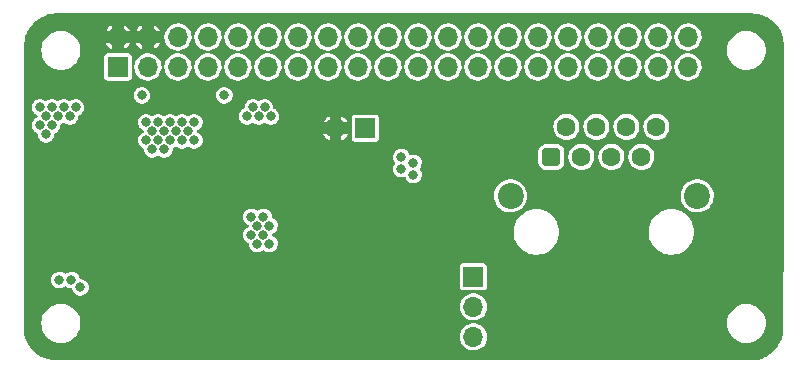
<source format=gbr>
%TF.GenerationSoftware,KiCad,Pcbnew,(6.0.5-0)*%
%TF.CreationDate,2024-08-31T12:48:39+10:00*%
%TF.ProjectId,AAPiHat,41415069-4861-4742-9e6b-696361645f70,rev?*%
%TF.SameCoordinates,Original*%
%TF.FileFunction,Copper,L3,Inr*%
%TF.FilePolarity,Positive*%
%FSLAX46Y46*%
G04 Gerber Fmt 4.6, Leading zero omitted, Abs format (unit mm)*
G04 Created by KiCad (PCBNEW (6.0.5-0)) date 2024-08-31 12:48:39*
%MOMM*%
%LPD*%
G01*
G04 APERTURE LIST*
G04 Aperture macros list*
%AMRoundRect*
0 Rectangle with rounded corners*
0 $1 Rounding radius*
0 $2 $3 $4 $5 $6 $7 $8 $9 X,Y pos of 4 corners*
0 Add a 4 corners polygon primitive as box body*
4,1,4,$2,$3,$4,$5,$6,$7,$8,$9,$2,$3,0*
0 Add four circle primitives for the rounded corners*
1,1,$1+$1,$2,$3*
1,1,$1+$1,$4,$5*
1,1,$1+$1,$6,$7*
1,1,$1+$1,$8,$9*
0 Add four rect primitives between the rounded corners*
20,1,$1+$1,$2,$3,$4,$5,0*
20,1,$1+$1,$4,$5,$6,$7,0*
20,1,$1+$1,$6,$7,$8,$9,0*
20,1,$1+$1,$8,$9,$2,$3,0*%
G04 Aperture macros list end*
%TA.AperFunction,ComponentPad*%
%ADD10R,1.700000X1.700000*%
%TD*%
%TA.AperFunction,ComponentPad*%
%ADD11O,1.700000X1.700000*%
%TD*%
%TA.AperFunction,ComponentPad*%
%ADD12RoundRect,0.400000X-0.400000X-0.400000X0.400000X-0.400000X0.400000X0.400000X-0.400000X0.400000X0*%
%TD*%
%TA.AperFunction,ComponentPad*%
%ADD13C,1.600000*%
%TD*%
%TA.AperFunction,ComponentPad*%
%ADD14C,2.200000*%
%TD*%
%TA.AperFunction,ViaPad*%
%ADD15C,0.800000*%
%TD*%
G04 APERTURE END LIST*
D10*
%TO.N,Net-(J2-Pad5)*%
%TO.C,JP1*%
X85979000Y-101346000D03*
D11*
%TO.N,14_2VIN*%
X85979000Y-103886000D03*
%TO.N,GND*%
X85979000Y-106426000D03*
%TD*%
D10*
%TO.N,Net-(C6-Pad1)*%
%TO.C,JP2*%
X76840000Y-88773000D03*
D11*
%TO.N,+5V*%
X74300000Y-88773000D03*
%TD*%
D12*
%TO.N,/CB_RS485_B*%
%TO.C,J2*%
X92583000Y-91187500D03*
D13*
%TO.N,/CB_RS485_A*%
X93853000Y-88647500D03*
%TO.N,unconnected-(J2-Pad3)*%
X95123000Y-91187500D03*
%TO.N,unconnected-(J2-Pad4)*%
X96393000Y-88647500D03*
%TO.N,Net-(J2-Pad5)*%
X97663000Y-91187500D03*
%TO.N,GND*%
X98933000Y-88647500D03*
%TO.N,unconnected-(J2-Pad7)*%
X100203000Y-91187500D03*
%TO.N,unconnected-(J2-Pad8)*%
X101473000Y-88647500D03*
D14*
%TO.N,unconnected-(J2-PadSH)*%
X89128000Y-94487500D03*
X104928000Y-94487500D03*
%TD*%
D11*
%TO.N,unconnected-(J1-Pad40)*%
%TO.C,J1*%
X104145000Y-81031000D03*
%TO.N,GND*%
X104145000Y-83571000D03*
%TO.N,unconnected-(J1-Pad38)*%
X101605000Y-81031000D03*
%TO.N,unconnected-(J1-Pad37)*%
X101605000Y-83571000D03*
%TO.N,unconnected-(J1-Pad36)*%
X99065000Y-81031000D03*
%TO.N,unconnected-(J1-Pad35)*%
X99065000Y-83571000D03*
%TO.N,GND*%
X96525000Y-81031000D03*
%TO.N,unconnected-(J1-Pad33)*%
X96525000Y-83571000D03*
%TO.N,unconnected-(J1-Pad32)*%
X93985000Y-81031000D03*
%TO.N,unconnected-(J1-Pad31)*%
X93985000Y-83571000D03*
%TO.N,GND*%
X91445000Y-81031000D03*
%TO.N,unconnected-(J1-Pad29)*%
X91445000Y-83571000D03*
%TO.N,unconnected-(J1-Pad28)*%
X88905000Y-81031000D03*
%TO.N,unconnected-(J1-Pad27)*%
X88905000Y-83571000D03*
%TO.N,unconnected-(J1-Pad26)*%
X86365000Y-81031000D03*
%TO.N,GND*%
X86365000Y-83571000D03*
%TO.N,unconnected-(J1-Pad24)*%
X83825000Y-81031000D03*
%TO.N,unconnected-(J1-Pad23)*%
X83825000Y-83571000D03*
%TO.N,unconnected-(J1-Pad22)*%
X81285000Y-81031000D03*
%TO.N,unconnected-(J1-Pad21)*%
X81285000Y-83571000D03*
%TO.N,GND*%
X78745000Y-81031000D03*
%TO.N,unconnected-(J1-Pad19)*%
X78745000Y-83571000D03*
%TO.N,unconnected-(J1-Pad18)*%
X76205000Y-81031000D03*
%TO.N,unconnected-(J1-Pad17)*%
X76205000Y-83571000D03*
%TO.N,unconnected-(J1-Pad16)*%
X73665000Y-81031000D03*
%TO.N,unconnected-(J1-Pad15)*%
X73665000Y-83571000D03*
%TO.N,GND*%
X71125000Y-81031000D03*
%TO.N,unconnected-(J1-Pad13)*%
X71125000Y-83571000D03*
%TO.N,unconnected-(J1-Pad12)*%
X68585000Y-81031000D03*
%TO.N,unconnected-(J1-Pad11)*%
X68585000Y-83571000D03*
%TO.N,RXD*%
X66045000Y-81031000D03*
%TO.N,GND*%
X66045000Y-83571000D03*
%TO.N,TXD*%
X63505000Y-81031000D03*
%TO.N,unconnected-(J1-Pad7)*%
X63505000Y-83571000D03*
%TO.N,GND*%
X60965000Y-81031000D03*
%TO.N,unconnected-(J1-Pad5)*%
X60965000Y-83571000D03*
%TO.N,+5V*%
X58425000Y-81031000D03*
%TO.N,unconnected-(J1-Pad3)*%
X58425000Y-83571000D03*
%TO.N,+5V*%
X55885000Y-81031000D03*
D10*
%TO.N,+3V3*%
X55885000Y-83571000D03*
%TD*%
D15*
%TO.N,+5V*%
X55372000Y-100711000D03*
%TO.N,GND*%
X80899000Y-92710000D03*
X80899000Y-91694000D03*
X79883000Y-91186000D03*
X68707000Y-97028000D03*
X67691000Y-98552000D03*
X49276000Y-86995000D03*
X52705000Y-102235000D03*
X52324000Y-86995000D03*
X66802000Y-87757000D03*
X68707000Y-98552000D03*
X51816000Y-87757000D03*
X67310000Y-86995000D03*
X49784000Y-87757000D03*
X50800000Y-87757000D03*
X51308000Y-86995000D03*
X67691000Y-97028000D03*
X68199000Y-97790000D03*
X68326000Y-86995000D03*
X68199000Y-96266000D03*
X79883000Y-92202000D03*
X50927000Y-101600000D03*
X49784000Y-89281000D03*
X67818000Y-87757000D03*
X51943000Y-101600000D03*
X50292000Y-88519000D03*
X68834000Y-87757000D03*
X67183000Y-96266000D03*
X49276000Y-88519000D03*
X50292000Y-86995000D03*
X67183000Y-97790000D03*
%TO.N,14_2VIN*%
X58293000Y-89789000D03*
X59309000Y-89789000D03*
X62357000Y-89789000D03*
X61341000Y-88265000D03*
X59309000Y-88265000D03*
X60325000Y-89789000D03*
X62357000Y-88265000D03*
X58801000Y-89027000D03*
X58801000Y-90551000D03*
X58293000Y-88265000D03*
X60833000Y-89027000D03*
X61341000Y-89789000D03*
X59817000Y-89027000D03*
X61849000Y-89027000D03*
X59817000Y-90551000D03*
X60325000Y-88265000D03*
%TO.N,+3V3*%
X64897000Y-85979000D03*
X57912000Y-85979000D03*
%TD*%
%TA.AperFunction,Conductor*%
%TO.N,+5V*%
G36*
X109493390Y-79041819D02*
G01*
X109504847Y-79043708D01*
X109504849Y-79043708D01*
X109513395Y-79045117D01*
X109521972Y-79043506D01*
X109544736Y-79041907D01*
X109813488Y-79054108D01*
X109824610Y-79055245D01*
X110115782Y-79101746D01*
X110126691Y-79104127D01*
X110313882Y-79156208D01*
X110410760Y-79183162D01*
X110421344Y-79186762D01*
X110586554Y-79253584D01*
X110694694Y-79297323D01*
X110704794Y-79302088D01*
X110837576Y-79374171D01*
X110963929Y-79442764D01*
X110973438Y-79448644D01*
X111215066Y-79617646D01*
X111223840Y-79624553D01*
X111444868Y-79819720D01*
X111452812Y-79827576D01*
X111650422Y-80046416D01*
X111657434Y-80055124D01*
X111829110Y-80294852D01*
X111835094Y-80304292D01*
X111978645Y-80561850D01*
X111983522Y-80571896D01*
X112097122Y-80844009D01*
X112100835Y-80854542D01*
X112151209Y-81028101D01*
X112183022Y-81137711D01*
X112185526Y-81148601D01*
X112231520Y-81417372D01*
X112235261Y-81439231D01*
X112236522Y-81450340D01*
X112251715Y-81719003D01*
X112250369Y-81741781D01*
X112250369Y-81741784D01*
X112248864Y-81750318D01*
X112251956Y-81767853D01*
X112253459Y-81785151D01*
X112236296Y-96309855D01*
X112225280Y-105632665D01*
X112223776Y-105649739D01*
X112222583Y-105656504D01*
X112220603Y-105667735D01*
X112222128Y-105676386D01*
X112223476Y-105699125D01*
X112214862Y-105852491D01*
X112208272Y-105969805D01*
X112207029Y-105980834D01*
X112166398Y-106219960D01*
X112157279Y-106273625D01*
X112154810Y-106284445D01*
X112087701Y-106517381D01*
X112072589Y-106569833D01*
X112068923Y-106580308D01*
X111974904Y-106807288D01*
X111955270Y-106854687D01*
X111950453Y-106864690D01*
X111806789Y-107124624D01*
X111800883Y-107134023D01*
X111726030Y-107239519D01*
X111629023Y-107376236D01*
X111622105Y-107384910D01*
X111424207Y-107606357D01*
X111416357Y-107614207D01*
X111194910Y-107812105D01*
X111186236Y-107819023D01*
X111065127Y-107904955D01*
X110944023Y-107990883D01*
X110934624Y-107996789D01*
X110747542Y-108100188D01*
X110674686Y-108140455D01*
X110664692Y-108145268D01*
X110390308Y-108258923D01*
X110379837Y-108262588D01*
X110094445Y-108344810D01*
X110083628Y-108347278D01*
X109790834Y-108397029D01*
X109779808Y-108398272D01*
X109509125Y-108413476D01*
X109486386Y-108412128D01*
X109477735Y-108410603D01*
X109459995Y-108413731D01*
X109442793Y-108415235D01*
X79792129Y-108411467D01*
X50659964Y-108407765D01*
X50642786Y-108406261D01*
X50633531Y-108404629D01*
X50633529Y-108404629D01*
X50625000Y-108403125D01*
X50616471Y-108404629D01*
X50616146Y-108404629D01*
X50593682Y-108405939D01*
X50317081Y-108389843D01*
X50305669Y-108388511D01*
X50007575Y-108335999D01*
X49996392Y-108333351D01*
X49706390Y-108246616D01*
X49695595Y-108242691D01*
X49417628Y-108122913D01*
X49407357Y-108117762D01*
X49162281Y-107976427D01*
X49145151Y-107966548D01*
X49135538Y-107960233D01*
X48892646Y-107779633D01*
X48883830Y-107772245D01*
X48663521Y-107564689D01*
X48655632Y-107556340D01*
X48460886Y-107324635D01*
X48454010Y-107315416D01*
X48287454Y-107062689D01*
X48281693Y-107052734D01*
X48145570Y-106782390D01*
X48141003Y-106771833D01*
X48116189Y-106703900D01*
X48037158Y-106487534D01*
X48033847Y-106476523D01*
X48027698Y-106450722D01*
X47963675Y-106182086D01*
X47961664Y-106170767D01*
X47926117Y-105870188D01*
X47925432Y-105858707D01*
X47925045Y-105595797D01*
X47925163Y-105590816D01*
X47925264Y-105588760D01*
X47925500Y-105586346D01*
X47925500Y-105579645D01*
X47927433Y-105562998D01*
X47927661Y-105558969D01*
X47929646Y-105550538D01*
X47926187Y-105521330D01*
X47925500Y-105509687D01*
X47925500Y-105283000D01*
X49398396Y-105283000D01*
X49398701Y-105286875D01*
X49417153Y-105521330D01*
X49418779Y-105541994D01*
X49479427Y-105794610D01*
X49578846Y-106034628D01*
X49714588Y-106256140D01*
X49883311Y-106453689D01*
X50080860Y-106622412D01*
X50302372Y-106758154D01*
X50542390Y-106857573D01*
X50546164Y-106858479D01*
X50546167Y-106858480D01*
X50551774Y-106859826D01*
X50795006Y-106918221D01*
X50798871Y-106918525D01*
X50798876Y-106918526D01*
X50935215Y-106929256D01*
X50989147Y-106933500D01*
X51118853Y-106933500D01*
X51172785Y-106929256D01*
X51309124Y-106918526D01*
X51309129Y-106918525D01*
X51312994Y-106918221D01*
X51556226Y-106859826D01*
X51561833Y-106858480D01*
X51561836Y-106858479D01*
X51565610Y-106857573D01*
X51805628Y-106758154D01*
X52027140Y-106622412D01*
X52224689Y-106453689D01*
X52274170Y-106395754D01*
X84823967Y-106395754D01*
X84827570Y-106450722D01*
X84835727Y-106575174D01*
X84837796Y-106606749D01*
X84838912Y-106611142D01*
X84838912Y-106611144D01*
X84875732Y-106756120D01*
X84889845Y-106811690D01*
X84891747Y-106815815D01*
X84891747Y-106815816D01*
X84938539Y-106917315D01*
X84978369Y-107003714D01*
X85100405Y-107176391D01*
X85251865Y-107323937D01*
X85255638Y-107326458D01*
X85423899Y-107438887D01*
X85423902Y-107438889D01*
X85427677Y-107441411D01*
X85524472Y-107482997D01*
X85617774Y-107523083D01*
X85617778Y-107523084D01*
X85621953Y-107524878D01*
X85626387Y-107525881D01*
X85626386Y-107525881D01*
X85823760Y-107570543D01*
X85823765Y-107570544D01*
X85828186Y-107571544D01*
X85933828Y-107575695D01*
X86034937Y-107579668D01*
X86034938Y-107579668D01*
X86039470Y-107579846D01*
X86248730Y-107549504D01*
X86253029Y-107548045D01*
X86253032Y-107548044D01*
X86444654Y-107482997D01*
X86448955Y-107481537D01*
X86633442Y-107378219D01*
X86796012Y-107243012D01*
X86931219Y-107080442D01*
X87013511Y-106933500D01*
X87032319Y-106899916D01*
X87032320Y-106899914D01*
X87034537Y-106895955D01*
X87053901Y-106838910D01*
X87101044Y-106700032D01*
X87101045Y-106700029D01*
X87102504Y-106695730D01*
X87113135Y-106622412D01*
X87132426Y-106489369D01*
X87132426Y-106489363D01*
X87132846Y-106486470D01*
X87133107Y-106476523D01*
X87134353Y-106428914D01*
X87134353Y-106428909D01*
X87134429Y-106426000D01*
X87128814Y-106364887D01*
X87120931Y-106279109D01*
X87115081Y-106215440D01*
X87057686Y-106011931D01*
X86964165Y-105822290D01*
X86849007Y-105668074D01*
X86840367Y-105656504D01*
X86840366Y-105656503D01*
X86837651Y-105652867D01*
X86682381Y-105509337D01*
X86665000Y-105498370D01*
X86507391Y-105398926D01*
X86503554Y-105396505D01*
X86307160Y-105318152D01*
X86130437Y-105283000D01*
X107437396Y-105283000D01*
X107437701Y-105286875D01*
X107456153Y-105521330D01*
X107457779Y-105541994D01*
X107518427Y-105794610D01*
X107617846Y-106034628D01*
X107753588Y-106256140D01*
X107922311Y-106453689D01*
X108119860Y-106622412D01*
X108341372Y-106758154D01*
X108581390Y-106857573D01*
X108585164Y-106858479D01*
X108585167Y-106858480D01*
X108590774Y-106859826D01*
X108834006Y-106918221D01*
X108837871Y-106918525D01*
X108837876Y-106918526D01*
X108974215Y-106929256D01*
X109028147Y-106933500D01*
X109157853Y-106933500D01*
X109211785Y-106929256D01*
X109348124Y-106918526D01*
X109348129Y-106918525D01*
X109351994Y-106918221D01*
X109595226Y-106859826D01*
X109600833Y-106858480D01*
X109600836Y-106858479D01*
X109604610Y-106857573D01*
X109844628Y-106758154D01*
X110066140Y-106622412D01*
X110263689Y-106453689D01*
X110432412Y-106256140D01*
X110568154Y-106034628D01*
X110667573Y-105794610D01*
X110728221Y-105541994D01*
X110729848Y-105521330D01*
X110748299Y-105286875D01*
X110748604Y-105283000D01*
X110729454Y-105039668D01*
X110728526Y-105027876D01*
X110728525Y-105027871D01*
X110728221Y-105024006D01*
X110667573Y-104771390D01*
X110568154Y-104531372D01*
X110432412Y-104309860D01*
X110263689Y-104112311D01*
X110066140Y-103943588D01*
X109844628Y-103807846D01*
X109604610Y-103708427D01*
X109600836Y-103707521D01*
X109600833Y-103707520D01*
X109448999Y-103671068D01*
X109351994Y-103647779D01*
X109348129Y-103647475D01*
X109348124Y-103647474D01*
X109211785Y-103636744D01*
X109157853Y-103632500D01*
X109028147Y-103632500D01*
X108974215Y-103636744D01*
X108837876Y-103647474D01*
X108837871Y-103647475D01*
X108834006Y-103647779D01*
X108737001Y-103671068D01*
X108585167Y-103707520D01*
X108585164Y-103707521D01*
X108581390Y-103708427D01*
X108341372Y-103807846D01*
X108119860Y-103943588D01*
X107922311Y-104112311D01*
X107753588Y-104309860D01*
X107617846Y-104531372D01*
X107518427Y-104771390D01*
X107457779Y-105024006D01*
X107457475Y-105027871D01*
X107457474Y-105027876D01*
X107456546Y-105039668D01*
X107437396Y-105283000D01*
X86130437Y-105283000D01*
X86099775Y-105276901D01*
X85995599Y-105275537D01*
X85892886Y-105274192D01*
X85892881Y-105274192D01*
X85888346Y-105274133D01*
X85883873Y-105274902D01*
X85883868Y-105274902D01*
X85780601Y-105292647D01*
X85679953Y-105309941D01*
X85481575Y-105383127D01*
X85477676Y-105385446D01*
X85477671Y-105385449D01*
X85303762Y-105488914D01*
X85299856Y-105491238D01*
X85296441Y-105494233D01*
X85296438Y-105494235D01*
X85237677Y-105545767D01*
X85140881Y-105630655D01*
X85138073Y-105634217D01*
X85104928Y-105676262D01*
X85009976Y-105796708D01*
X84911523Y-105983836D01*
X84910179Y-105988165D01*
X84851703Y-106176489D01*
X84848820Y-106185773D01*
X84823967Y-106395754D01*
X52274170Y-106395754D01*
X52393412Y-106256140D01*
X52529154Y-106034628D01*
X52628573Y-105794610D01*
X52689221Y-105541994D01*
X52690848Y-105521330D01*
X52709299Y-105286875D01*
X52709604Y-105283000D01*
X52690454Y-105039668D01*
X52689526Y-105027876D01*
X52689525Y-105027871D01*
X52689221Y-105024006D01*
X52628573Y-104771390D01*
X52529154Y-104531372D01*
X52393412Y-104309860D01*
X52224689Y-104112311D01*
X52027140Y-103943588D01*
X51883807Y-103855754D01*
X84823967Y-103855754D01*
X84837796Y-104066749D01*
X84838912Y-104071142D01*
X84838912Y-104071144D01*
X84861487Y-104160032D01*
X84889845Y-104271690D01*
X84891747Y-104275815D01*
X84891747Y-104275816D01*
X84930518Y-104359916D01*
X84978369Y-104463714D01*
X85100405Y-104636391D01*
X85251865Y-104783937D01*
X85255638Y-104786458D01*
X85423899Y-104898887D01*
X85423902Y-104898889D01*
X85427677Y-104901411D01*
X85524472Y-104942997D01*
X85617774Y-104983083D01*
X85617778Y-104983084D01*
X85621953Y-104984878D01*
X85626387Y-104985881D01*
X85626386Y-104985881D01*
X85823760Y-105030543D01*
X85823765Y-105030544D01*
X85828186Y-105031544D01*
X85933828Y-105035695D01*
X86034937Y-105039668D01*
X86034938Y-105039668D01*
X86039470Y-105039846D01*
X86248730Y-105009504D01*
X86253029Y-105008045D01*
X86253032Y-105008044D01*
X86444654Y-104942997D01*
X86448955Y-104941537D01*
X86633442Y-104838219D01*
X86796012Y-104703012D01*
X86931219Y-104540442D01*
X87034537Y-104355955D01*
X87051189Y-104306900D01*
X87101044Y-104160032D01*
X87101045Y-104160029D01*
X87102504Y-104155730D01*
X87132846Y-103946470D01*
X87134429Y-103886000D01*
X87127435Y-103809880D01*
X87115496Y-103679960D01*
X87115081Y-103675440D01*
X87057686Y-103471931D01*
X86964165Y-103282290D01*
X86837651Y-103112867D01*
X86682381Y-102969337D01*
X86626709Y-102934210D01*
X86507391Y-102858926D01*
X86503554Y-102856505D01*
X86307160Y-102778152D01*
X86099775Y-102736901D01*
X85995599Y-102735537D01*
X85892886Y-102734192D01*
X85892881Y-102734192D01*
X85888346Y-102734133D01*
X85883873Y-102734902D01*
X85883868Y-102734902D01*
X85780601Y-102752647D01*
X85679953Y-102769941D01*
X85481575Y-102843127D01*
X85477676Y-102845446D01*
X85477671Y-102845449D01*
X85326398Y-102935447D01*
X85299856Y-102951238D01*
X85296441Y-102954233D01*
X85296438Y-102954235D01*
X85281977Y-102966917D01*
X85140881Y-103090655D01*
X85009976Y-103256708D01*
X84911523Y-103443836D01*
X84848820Y-103645773D01*
X84848286Y-103650283D01*
X84848286Y-103650284D01*
X84829397Y-103809880D01*
X84823967Y-103855754D01*
X51883807Y-103855754D01*
X51805628Y-103807846D01*
X51565610Y-103708427D01*
X51561836Y-103707521D01*
X51561833Y-103707520D01*
X51409999Y-103671068D01*
X51312994Y-103647779D01*
X51309129Y-103647475D01*
X51309124Y-103647474D01*
X51172785Y-103636744D01*
X51118853Y-103632500D01*
X50989147Y-103632500D01*
X50935215Y-103636744D01*
X50798876Y-103647474D01*
X50798871Y-103647475D01*
X50795006Y-103647779D01*
X50698001Y-103671068D01*
X50546167Y-103707520D01*
X50546164Y-103707521D01*
X50542390Y-103708427D01*
X50302372Y-103807846D01*
X50080860Y-103943588D01*
X49883311Y-104112311D01*
X49714588Y-104309860D01*
X49578846Y-104531372D01*
X49479427Y-104771390D01*
X49418779Y-105024006D01*
X49418475Y-105027871D01*
X49418474Y-105027876D01*
X49417546Y-105039668D01*
X49398396Y-105283000D01*
X47925500Y-105283000D01*
X47925500Y-101592611D01*
X50221394Y-101592611D01*
X50222049Y-101598544D01*
X50222049Y-101598548D01*
X50239344Y-101755204D01*
X50239999Y-101761135D01*
X50298266Y-101920356D01*
X50392830Y-102061083D01*
X50518233Y-102175191D01*
X50667235Y-102256092D01*
X50702189Y-102265262D01*
X50825464Y-102297603D01*
X50825468Y-102297604D01*
X50831233Y-102299116D01*
X50837194Y-102299210D01*
X50837197Y-102299210D01*
X50915965Y-102300447D01*
X51000760Y-102301779D01*
X51006575Y-102300447D01*
X51006577Y-102300447D01*
X51160206Y-102265262D01*
X51160209Y-102265261D01*
X51166029Y-102263928D01*
X51174895Y-102259469D01*
X51312172Y-102190426D01*
X51312174Y-102190425D01*
X51317498Y-102187747D01*
X51328862Y-102178041D01*
X51370046Y-102142867D01*
X51426574Y-102119452D01*
X51486069Y-102133736D01*
X51500969Y-102144924D01*
X51529814Y-102171171D01*
X51529819Y-102171174D01*
X51534233Y-102175191D01*
X51539479Y-102178039D01*
X51539480Y-102178040D01*
X51608734Y-102215642D01*
X51683235Y-102256092D01*
X51718189Y-102265262D01*
X51841464Y-102297603D01*
X51841468Y-102297604D01*
X51847233Y-102299116D01*
X51853195Y-102299210D01*
X51853197Y-102299210D01*
X51920297Y-102300264D01*
X51978184Y-102320083D01*
X52013366Y-102370142D01*
X52017143Y-102388383D01*
X52017999Y-102396135D01*
X52076266Y-102555356D01*
X52079591Y-102560305D01*
X52079592Y-102560306D01*
X52092689Y-102579796D01*
X52170830Y-102696083D01*
X52296233Y-102810191D01*
X52445235Y-102891092D01*
X52480189Y-102900262D01*
X52603464Y-102932603D01*
X52603468Y-102932604D01*
X52609233Y-102934116D01*
X52615194Y-102934210D01*
X52615197Y-102934210D01*
X52693965Y-102935447D01*
X52778760Y-102936779D01*
X52784575Y-102935447D01*
X52784577Y-102935447D01*
X52938206Y-102900262D01*
X52938209Y-102900261D01*
X52944029Y-102898928D01*
X52959610Y-102891092D01*
X53090165Y-102825429D01*
X53095498Y-102822747D01*
X53100035Y-102818872D01*
X53100038Y-102818870D01*
X53219888Y-102716508D01*
X53219891Y-102716505D01*
X53224423Y-102712634D01*
X53323361Y-102574947D01*
X53355031Y-102496168D01*
X53384377Y-102423167D01*
X53384378Y-102423165D01*
X53386601Y-102417634D01*
X53393501Y-102369153D01*
X53410034Y-102252985D01*
X53410034Y-102252979D01*
X53410490Y-102249778D01*
X53410586Y-102240646D01*
X84828500Y-102240646D01*
X84831618Y-102266846D01*
X84877061Y-102369153D01*
X84883529Y-102375610D01*
X84883530Y-102375611D01*
X84898155Y-102390210D01*
X84956287Y-102448241D01*
X84964645Y-102451936D01*
X85051864Y-102490496D01*
X85051866Y-102490496D01*
X85058673Y-102493506D01*
X85066067Y-102494368D01*
X85081378Y-102496153D01*
X85084354Y-102496500D01*
X86873646Y-102496500D01*
X86891561Y-102494368D01*
X86892469Y-102494260D01*
X86892470Y-102494260D01*
X86899846Y-102493382D01*
X87002153Y-102447939D01*
X87081241Y-102368713D01*
X87110896Y-102301635D01*
X87123496Y-102273136D01*
X87123496Y-102273134D01*
X87126506Y-102266327D01*
X87129500Y-102240646D01*
X87129500Y-100451354D01*
X87126382Y-100425154D01*
X87080939Y-100322847D01*
X87001713Y-100243759D01*
X86972591Y-100230884D01*
X86906136Y-100201504D01*
X86906134Y-100201504D01*
X86899327Y-100198494D01*
X86885322Y-100196861D01*
X86876494Y-100195832D01*
X86876493Y-100195832D01*
X86873646Y-100195500D01*
X85084354Y-100195500D01*
X85067951Y-100197452D01*
X85065531Y-100197740D01*
X85065530Y-100197740D01*
X85058154Y-100198618D01*
X84955847Y-100244061D01*
X84876759Y-100323287D01*
X84831494Y-100425673D01*
X84828500Y-100451354D01*
X84828500Y-102240646D01*
X53410586Y-102240646D01*
X53410645Y-102235000D01*
X53390276Y-102066680D01*
X53330345Y-101908077D01*
X53234312Y-101768349D01*
X53107721Y-101655560D01*
X52957881Y-101576224D01*
X52875661Y-101555572D01*
X52799231Y-101536373D01*
X52799228Y-101536373D01*
X52793441Y-101534919D01*
X52738106Y-101534629D01*
X52727951Y-101534576D01*
X52669861Y-101515364D01*
X52634156Y-101465676D01*
X52630187Y-101447472D01*
X52628992Y-101437600D01*
X52628276Y-101431680D01*
X52623467Y-101418952D01*
X52570454Y-101278659D01*
X52568345Y-101273077D01*
X52472312Y-101133349D01*
X52345721Y-101020560D01*
X52195881Y-100941224D01*
X52113661Y-100920571D01*
X52037231Y-100901373D01*
X52037228Y-100901373D01*
X52031441Y-100899919D01*
X51945841Y-100899471D01*
X51867861Y-100899062D01*
X51867859Y-100899062D01*
X51861895Y-100899031D01*
X51856099Y-100900423D01*
X51856095Y-100900423D01*
X51748703Y-100926207D01*
X51697032Y-100938612D01*
X51621701Y-100977493D01*
X51551675Y-101013636D01*
X51551673Y-101013638D01*
X51546369Y-101016375D01*
X51541874Y-101020296D01*
X51541870Y-101020299D01*
X51500299Y-101056564D01*
X51444019Y-101080569D01*
X51384378Y-101066909D01*
X51369361Y-101055878D01*
X51363980Y-101051084D01*
X51329721Y-101020560D01*
X51179881Y-100941224D01*
X51097661Y-100920571D01*
X51021231Y-100901373D01*
X51021228Y-100901373D01*
X51015441Y-100899919D01*
X50929841Y-100899471D01*
X50851861Y-100899062D01*
X50851859Y-100899062D01*
X50845895Y-100899031D01*
X50840099Y-100900423D01*
X50840095Y-100900423D01*
X50732703Y-100926207D01*
X50681032Y-100938612D01*
X50605701Y-100977493D01*
X50535675Y-101013636D01*
X50535673Y-101013638D01*
X50530369Y-101016375D01*
X50402604Y-101127831D01*
X50305113Y-101266547D01*
X50243524Y-101424513D01*
X50221394Y-101592611D01*
X47925500Y-101592611D01*
X47925500Y-97782611D01*
X66477394Y-97782611D01*
X66478049Y-97788544D01*
X66478049Y-97788548D01*
X66495344Y-97945204D01*
X66495999Y-97951135D01*
X66554266Y-98110356D01*
X66648830Y-98251083D01*
X66774233Y-98365191D01*
X66923235Y-98446092D01*
X66924896Y-98446528D01*
X66970766Y-98484471D01*
X66986175Y-98538559D01*
X66986174Y-98538689D01*
X66985394Y-98544611D01*
X66986049Y-98550544D01*
X66986049Y-98550548D01*
X66991523Y-98600131D01*
X67003999Y-98713135D01*
X67062266Y-98872356D01*
X67065591Y-98877305D01*
X67065592Y-98877306D01*
X67078689Y-98896796D01*
X67156830Y-99013083D01*
X67282233Y-99127191D01*
X67431235Y-99208092D01*
X67466189Y-99217262D01*
X67589464Y-99249603D01*
X67589468Y-99249604D01*
X67595233Y-99251116D01*
X67601194Y-99251210D01*
X67601197Y-99251210D01*
X67679965Y-99252447D01*
X67764760Y-99253779D01*
X67770575Y-99252447D01*
X67770577Y-99252447D01*
X67924206Y-99217262D01*
X67924209Y-99217261D01*
X67930029Y-99215928D01*
X67942599Y-99209606D01*
X68076172Y-99142426D01*
X68076174Y-99142425D01*
X68081498Y-99139747D01*
X68086034Y-99135873D01*
X68134046Y-99094867D01*
X68190574Y-99071452D01*
X68250069Y-99085736D01*
X68264969Y-99096924D01*
X68293814Y-99123171D01*
X68293819Y-99123174D01*
X68298233Y-99127191D01*
X68303479Y-99130039D01*
X68303480Y-99130040D01*
X68326298Y-99142429D01*
X68447235Y-99208092D01*
X68482189Y-99217262D01*
X68605464Y-99249603D01*
X68605468Y-99249604D01*
X68611233Y-99251116D01*
X68617194Y-99251210D01*
X68617197Y-99251210D01*
X68695965Y-99252447D01*
X68780760Y-99253779D01*
X68786575Y-99252447D01*
X68786577Y-99252447D01*
X68940206Y-99217262D01*
X68940209Y-99217261D01*
X68946029Y-99215928D01*
X68961610Y-99208092D01*
X69092165Y-99142429D01*
X69097498Y-99139747D01*
X69102035Y-99135872D01*
X69102038Y-99135870D01*
X69221888Y-99033508D01*
X69221891Y-99033505D01*
X69226423Y-99029634D01*
X69245599Y-99002948D01*
X69321877Y-98896796D01*
X69321878Y-98896794D01*
X69325361Y-98891947D01*
X69356653Y-98814108D01*
X69386377Y-98740167D01*
X69386378Y-98740165D01*
X69388601Y-98734634D01*
X69392505Y-98707204D01*
X69412034Y-98569985D01*
X69412034Y-98569979D01*
X69412490Y-98566778D01*
X69412645Y-98552000D01*
X69392276Y-98383680D01*
X69332345Y-98225077D01*
X69236312Y-98085349D01*
X69109721Y-97972560D01*
X69079841Y-97956739D01*
X68959881Y-97893224D01*
X68960881Y-97891336D01*
X68920467Y-97858607D01*
X68904502Y-97803654D01*
X68904611Y-97793232D01*
X68904645Y-97790000D01*
X68904192Y-97786255D01*
X68904219Y-97786116D01*
X68904078Y-97783548D01*
X68904730Y-97783512D01*
X68915968Y-97726213D01*
X68957991Y-97685912D01*
X69030776Y-97649305D01*
X69097498Y-97615747D01*
X69102035Y-97611872D01*
X69102038Y-97611870D01*
X69221888Y-97509508D01*
X69221891Y-97509505D01*
X69224615Y-97507178D01*
X89382820Y-97507178D01*
X89388421Y-97608952D01*
X89393641Y-97703795D01*
X89397804Y-97779446D01*
X89451001Y-98046885D01*
X89541350Y-98304161D01*
X89542961Y-98307262D01*
X89542963Y-98307267D01*
X89585733Y-98389602D01*
X89667048Y-98546141D01*
X89669078Y-98548982D01*
X89669080Y-98548985D01*
X89805701Y-98740167D01*
X89825587Y-98767995D01*
X90013805Y-98965297D01*
X90227944Y-99134111D01*
X90230966Y-99135866D01*
X90230967Y-99135867D01*
X90460712Y-99269314D01*
X90460716Y-99269316D01*
X90463734Y-99271069D01*
X90716468Y-99373437D01*
X90719859Y-99374279D01*
X90719861Y-99374280D01*
X90977706Y-99438329D01*
X90977710Y-99438330D01*
X90981105Y-99439173D01*
X91213664Y-99463000D01*
X91382458Y-99463000D01*
X91584998Y-99448659D01*
X91851569Y-99391268D01*
X91854846Y-99390059D01*
X91854853Y-99390057D01*
X92104113Y-99298100D01*
X92104116Y-99298099D01*
X92107395Y-99296889D01*
X92262413Y-99213246D01*
X92344292Y-99169067D01*
X92344294Y-99169066D01*
X92347370Y-99167406D01*
X92350180Y-99165331D01*
X92350184Y-99165328D01*
X92457942Y-99085736D01*
X92566706Y-99005401D01*
X92761028Y-98814108D01*
X92926458Y-98597344D01*
X92950043Y-98555231D01*
X93057981Y-98362491D01*
X93057982Y-98362490D01*
X93059694Y-98359432D01*
X93158080Y-98105121D01*
X93170814Y-98050185D01*
X93218859Y-97842902D01*
X93218860Y-97842899D01*
X93219651Y-97839484D01*
X93243180Y-97567822D01*
X93239843Y-97507178D01*
X100812820Y-97507178D01*
X100818421Y-97608952D01*
X100823641Y-97703795D01*
X100827804Y-97779446D01*
X100881001Y-98046885D01*
X100971350Y-98304161D01*
X100972961Y-98307262D01*
X100972963Y-98307267D01*
X101015733Y-98389602D01*
X101097048Y-98546141D01*
X101099078Y-98548982D01*
X101099080Y-98548985D01*
X101235701Y-98740167D01*
X101255587Y-98767995D01*
X101443805Y-98965297D01*
X101657944Y-99134111D01*
X101660966Y-99135866D01*
X101660967Y-99135867D01*
X101890712Y-99269314D01*
X101890716Y-99269316D01*
X101893734Y-99271069D01*
X102146468Y-99373437D01*
X102149859Y-99374279D01*
X102149861Y-99374280D01*
X102407706Y-99438329D01*
X102407710Y-99438330D01*
X102411105Y-99439173D01*
X102643664Y-99463000D01*
X102812458Y-99463000D01*
X103014998Y-99448659D01*
X103281569Y-99391268D01*
X103284846Y-99390059D01*
X103284853Y-99390057D01*
X103534113Y-99298100D01*
X103534116Y-99298099D01*
X103537395Y-99296889D01*
X103692413Y-99213246D01*
X103774292Y-99169067D01*
X103774294Y-99169066D01*
X103777370Y-99167406D01*
X103780180Y-99165331D01*
X103780184Y-99165328D01*
X103887942Y-99085736D01*
X103996706Y-99005401D01*
X104191028Y-98814108D01*
X104356458Y-98597344D01*
X104380043Y-98555231D01*
X104487981Y-98362491D01*
X104487982Y-98362490D01*
X104489694Y-98359432D01*
X104588080Y-98105121D01*
X104600814Y-98050185D01*
X104648859Y-97842902D01*
X104648860Y-97842899D01*
X104649651Y-97839484D01*
X104673180Y-97567822D01*
X104658196Y-97295554D01*
X104604999Y-97028115D01*
X104514650Y-96770839D01*
X104494008Y-96731100D01*
X104390563Y-96531961D01*
X104388952Y-96528859D01*
X104352362Y-96477656D01*
X104232450Y-96309855D01*
X104232447Y-96309852D01*
X104230413Y-96307005D01*
X104204322Y-96279654D01*
X104044617Y-96112242D01*
X104042195Y-96109703D01*
X103828056Y-95940889D01*
X103825033Y-95939133D01*
X103595288Y-95805686D01*
X103595284Y-95805684D01*
X103592266Y-95803931D01*
X103339532Y-95701563D01*
X103336141Y-95700721D01*
X103336139Y-95700720D01*
X103078294Y-95636671D01*
X103078290Y-95636670D01*
X103074895Y-95635827D01*
X102842336Y-95612000D01*
X102673542Y-95612000D01*
X102471002Y-95626341D01*
X102204431Y-95683732D01*
X102201154Y-95684941D01*
X102201147Y-95684943D01*
X101951887Y-95776900D01*
X101951884Y-95776901D01*
X101948605Y-95778111D01*
X101708630Y-95907594D01*
X101705820Y-95909669D01*
X101705816Y-95909672D01*
X101658448Y-95944659D01*
X101489294Y-96069599D01*
X101486803Y-96072051D01*
X101486802Y-96072052D01*
X101450762Y-96107530D01*
X101294972Y-96260892D01*
X101129542Y-96477656D01*
X101127830Y-96480713D01*
X101127828Y-96480716D01*
X101004421Y-96701077D01*
X100996306Y-96715568D01*
X100897920Y-96969879D01*
X100897131Y-96973285D01*
X100897129Y-96973290D01*
X100869739Y-97091459D01*
X100836349Y-97235516D01*
X100812820Y-97507178D01*
X93239843Y-97507178D01*
X93228196Y-97295554D01*
X93174999Y-97028115D01*
X93084650Y-96770839D01*
X93064008Y-96731100D01*
X92960563Y-96531961D01*
X92958952Y-96528859D01*
X92922362Y-96477656D01*
X92802450Y-96309855D01*
X92802447Y-96309852D01*
X92800413Y-96307005D01*
X92774322Y-96279654D01*
X92614617Y-96112242D01*
X92612195Y-96109703D01*
X92398056Y-95940889D01*
X92395033Y-95939133D01*
X92165288Y-95805686D01*
X92165284Y-95805684D01*
X92162266Y-95803931D01*
X91909532Y-95701563D01*
X91906141Y-95700721D01*
X91906139Y-95700720D01*
X91648294Y-95636671D01*
X91648290Y-95636670D01*
X91644895Y-95635827D01*
X91412336Y-95612000D01*
X91243542Y-95612000D01*
X91041002Y-95626341D01*
X90774431Y-95683732D01*
X90771154Y-95684941D01*
X90771147Y-95684943D01*
X90521887Y-95776900D01*
X90521884Y-95776901D01*
X90518605Y-95778111D01*
X90278630Y-95907594D01*
X90275820Y-95909669D01*
X90275816Y-95909672D01*
X90228448Y-95944659D01*
X90059294Y-96069599D01*
X90056803Y-96072051D01*
X90056802Y-96072052D01*
X90020762Y-96107530D01*
X89864972Y-96260892D01*
X89699542Y-96477656D01*
X89697830Y-96480713D01*
X89697828Y-96480716D01*
X89574421Y-96701077D01*
X89566306Y-96715568D01*
X89467920Y-96969879D01*
X89467131Y-96973285D01*
X89467129Y-96973290D01*
X89439739Y-97091459D01*
X89406349Y-97235516D01*
X89382820Y-97507178D01*
X69224615Y-97507178D01*
X69226423Y-97505634D01*
X69325361Y-97367947D01*
X69353057Y-97299053D01*
X69386377Y-97216167D01*
X69386378Y-97216165D01*
X69388601Y-97210634D01*
X69389597Y-97203636D01*
X69412034Y-97045985D01*
X69412034Y-97045979D01*
X69412490Y-97042778D01*
X69412645Y-97028000D01*
X69392276Y-96859680D01*
X69332345Y-96701077D01*
X69236312Y-96561349D01*
X69109721Y-96448560D01*
X69079841Y-96432739D01*
X68959881Y-96369224D01*
X68960881Y-96367336D01*
X68920467Y-96334607D01*
X68904502Y-96279654D01*
X68904611Y-96269232D01*
X68904645Y-96266000D01*
X68893792Y-96176314D01*
X68884993Y-96103602D01*
X68884992Y-96103599D01*
X68884276Y-96097680D01*
X68824345Y-95939077D01*
X68804136Y-95909672D01*
X68731692Y-95804267D01*
X68728312Y-95799349D01*
X68601721Y-95686560D01*
X68451881Y-95607224D01*
X68369661Y-95586572D01*
X68293231Y-95567373D01*
X68293228Y-95567373D01*
X68287441Y-95565919D01*
X68201841Y-95565471D01*
X68123861Y-95565062D01*
X68123859Y-95565062D01*
X68117895Y-95565031D01*
X68112099Y-95566423D01*
X68112095Y-95566423D01*
X68004703Y-95592207D01*
X67953032Y-95604612D01*
X67910933Y-95626341D01*
X67807675Y-95679636D01*
X67807673Y-95679638D01*
X67802369Y-95682375D01*
X67797874Y-95686296D01*
X67797870Y-95686299D01*
X67756299Y-95722564D01*
X67700019Y-95746569D01*
X67640378Y-95732909D01*
X67625361Y-95721878D01*
X67602560Y-95701563D01*
X67585721Y-95686560D01*
X67435881Y-95607224D01*
X67353661Y-95586572D01*
X67277231Y-95567373D01*
X67277228Y-95567373D01*
X67271441Y-95565919D01*
X67185841Y-95565471D01*
X67107861Y-95565062D01*
X67107859Y-95565062D01*
X67101895Y-95565031D01*
X67096099Y-95566423D01*
X67096095Y-95566423D01*
X66988703Y-95592207D01*
X66937032Y-95604612D01*
X66894933Y-95626341D01*
X66791675Y-95679636D01*
X66791673Y-95679638D01*
X66786369Y-95682375D01*
X66658604Y-95793831D01*
X66655173Y-95798713D01*
X66655172Y-95798714D01*
X66578650Y-95907594D01*
X66561113Y-95932547D01*
X66499524Y-96090513D01*
X66477394Y-96258611D01*
X66478049Y-96264544D01*
X66478049Y-96264548D01*
X66495344Y-96421204D01*
X66495999Y-96427135D01*
X66554266Y-96586356D01*
X66648830Y-96727083D01*
X66774233Y-96841191D01*
X66923235Y-96922092D01*
X66924896Y-96922528D01*
X66970766Y-96960471D01*
X66986175Y-97014559D01*
X66986174Y-97014689D01*
X66985394Y-97020611D01*
X66986049Y-97026544D01*
X66986049Y-97026548D01*
X66986601Y-97031544D01*
X66974193Y-97091459D01*
X66933605Y-97130381D01*
X66791675Y-97203636D01*
X66791673Y-97203638D01*
X66786369Y-97206375D01*
X66658604Y-97317831D01*
X66561113Y-97456547D01*
X66499524Y-97614513D01*
X66477394Y-97782611D01*
X47925500Y-97782611D01*
X47925500Y-94453165D01*
X87723119Y-94453165D01*
X87736376Y-94683080D01*
X87787006Y-94907742D01*
X87873649Y-95121118D01*
X87993979Y-95317478D01*
X88144763Y-95491548D01*
X88321953Y-95638654D01*
X88520790Y-95754845D01*
X88735934Y-95837001D01*
X88739909Y-95837810D01*
X88739910Y-95837810D01*
X88957624Y-95882104D01*
X88957628Y-95882104D01*
X88961607Y-95882914D01*
X88965667Y-95883063D01*
X88965668Y-95883063D01*
X89007459Y-95884595D01*
X89191749Y-95891353D01*
X89195767Y-95890838D01*
X89195773Y-95890838D01*
X89416146Y-95862608D01*
X89416152Y-95862607D01*
X89420178Y-95862091D01*
X89424071Y-95860923D01*
X89424076Y-95860922D01*
X89608186Y-95805686D01*
X89640761Y-95795913D01*
X89847574Y-95694596D01*
X90035062Y-95560863D01*
X90198190Y-95398303D01*
X90332577Y-95211283D01*
X90434615Y-95004825D01*
X90464112Y-94907742D01*
X90500380Y-94788369D01*
X90500380Y-94788368D01*
X90501563Y-94784475D01*
X90531622Y-94556149D01*
X90533300Y-94487500D01*
X90530477Y-94453165D01*
X103523119Y-94453165D01*
X103536376Y-94683080D01*
X103587006Y-94907742D01*
X103673649Y-95121118D01*
X103793979Y-95317478D01*
X103944763Y-95491548D01*
X104121953Y-95638654D01*
X104320790Y-95754845D01*
X104535934Y-95837001D01*
X104539909Y-95837810D01*
X104539910Y-95837810D01*
X104757624Y-95882104D01*
X104757628Y-95882104D01*
X104761607Y-95882914D01*
X104765667Y-95883063D01*
X104765668Y-95883063D01*
X104807459Y-95884595D01*
X104991749Y-95891353D01*
X104995767Y-95890838D01*
X104995773Y-95890838D01*
X105216146Y-95862608D01*
X105216152Y-95862607D01*
X105220178Y-95862091D01*
X105224071Y-95860923D01*
X105224076Y-95860922D01*
X105408186Y-95805686D01*
X105440761Y-95795913D01*
X105647574Y-95694596D01*
X105835062Y-95560863D01*
X105998190Y-95398303D01*
X106132577Y-95211283D01*
X106234615Y-95004825D01*
X106264112Y-94907742D01*
X106300380Y-94788369D01*
X106300380Y-94788368D01*
X106301563Y-94784475D01*
X106331622Y-94556149D01*
X106333300Y-94487500D01*
X106314430Y-94257978D01*
X106258326Y-94034620D01*
X106166496Y-93823424D01*
X106041405Y-93630063D01*
X105886412Y-93459729D01*
X105883226Y-93457213D01*
X105883223Y-93457210D01*
X105708869Y-93319513D01*
X105708863Y-93319509D01*
X105705681Y-93316996D01*
X105671895Y-93298345D01*
X105507623Y-93207662D01*
X105507622Y-93207661D01*
X105504065Y-93205698D01*
X105500234Y-93204341D01*
X105500231Y-93204340D01*
X105290814Y-93130181D01*
X105290809Y-93130180D01*
X105286978Y-93128823D01*
X105060250Y-93088437D01*
X105056204Y-93088388D01*
X105056198Y-93088387D01*
X104929094Y-93086834D01*
X104829971Y-93085623D01*
X104602325Y-93120458D01*
X104484433Y-93158991D01*
X104387281Y-93190745D01*
X104387277Y-93190747D01*
X104383424Y-93192006D01*
X104379824Y-93193880D01*
X104182754Y-93296468D01*
X104182751Y-93296470D01*
X104179149Y-93298345D01*
X103994984Y-93436619D01*
X103835877Y-93603116D01*
X103833585Y-93606476D01*
X103708389Y-93790005D01*
X103708386Y-93790011D01*
X103706099Y-93793363D01*
X103609136Y-94002252D01*
X103547592Y-94224173D01*
X103523119Y-94453165D01*
X90530477Y-94453165D01*
X90514430Y-94257978D01*
X90458326Y-94034620D01*
X90366496Y-93823424D01*
X90241405Y-93630063D01*
X90086412Y-93459729D01*
X90083226Y-93457213D01*
X90083223Y-93457210D01*
X89908869Y-93319513D01*
X89908863Y-93319509D01*
X89905681Y-93316996D01*
X89871895Y-93298345D01*
X89707623Y-93207662D01*
X89707622Y-93207661D01*
X89704065Y-93205698D01*
X89700234Y-93204341D01*
X89700231Y-93204340D01*
X89490814Y-93130181D01*
X89490809Y-93130180D01*
X89486978Y-93128823D01*
X89260250Y-93088437D01*
X89256204Y-93088388D01*
X89256198Y-93088387D01*
X89129094Y-93086834D01*
X89029971Y-93085623D01*
X88802325Y-93120458D01*
X88684433Y-93158991D01*
X88587281Y-93190745D01*
X88587277Y-93190747D01*
X88583424Y-93192006D01*
X88579824Y-93193880D01*
X88382754Y-93296468D01*
X88382751Y-93296470D01*
X88379149Y-93298345D01*
X88194984Y-93436619D01*
X88035877Y-93603116D01*
X88033585Y-93606476D01*
X87908389Y-93790005D01*
X87908386Y-93790011D01*
X87906099Y-93793363D01*
X87809136Y-94002252D01*
X87747592Y-94224173D01*
X87723119Y-94453165D01*
X47925500Y-94453165D01*
X47925500Y-92194611D01*
X79177394Y-92194611D01*
X79178049Y-92200544D01*
X79178049Y-92200548D01*
X79188057Y-92291200D01*
X79195999Y-92363135D01*
X79254266Y-92522356D01*
X79348830Y-92663083D01*
X79474233Y-92777191D01*
X79623235Y-92858092D01*
X79672952Y-92871135D01*
X79781464Y-92899603D01*
X79781468Y-92899604D01*
X79787233Y-92901116D01*
X79793194Y-92901210D01*
X79793197Y-92901210D01*
X79871965Y-92902447D01*
X79956760Y-92903779D01*
X80118208Y-92866803D01*
X80179150Y-92872242D01*
X80225257Y-92912464D01*
X80233278Y-92929282D01*
X80268215Y-93024753D01*
X80268217Y-93024757D01*
X80270266Y-93030356D01*
X80273591Y-93035305D01*
X80273592Y-93035306D01*
X80286689Y-93054796D01*
X80364830Y-93171083D01*
X80490233Y-93285191D01*
X80639235Y-93366092D01*
X80674189Y-93375262D01*
X80797464Y-93407603D01*
X80797468Y-93407604D01*
X80803233Y-93409116D01*
X80809194Y-93409210D01*
X80809197Y-93409210D01*
X80887996Y-93410447D01*
X80972760Y-93411779D01*
X80978575Y-93410447D01*
X80978577Y-93410447D01*
X81132206Y-93375262D01*
X81132209Y-93375261D01*
X81138029Y-93373928D01*
X81153610Y-93366092D01*
X81246221Y-93319513D01*
X81289498Y-93297747D01*
X81294035Y-93293872D01*
X81294038Y-93293870D01*
X81413888Y-93191508D01*
X81413891Y-93191505D01*
X81418423Y-93187634D01*
X81460683Y-93128823D01*
X81513877Y-93054796D01*
X81513878Y-93054794D01*
X81517361Y-93049947D01*
X81565869Y-92929282D01*
X81578377Y-92898167D01*
X81578378Y-92898165D01*
X81580601Y-92892634D01*
X81583661Y-92871135D01*
X81604034Y-92727985D01*
X81604034Y-92727979D01*
X81604490Y-92724778D01*
X81604645Y-92710000D01*
X81584276Y-92541680D01*
X81524345Y-92383077D01*
X81510640Y-92363135D01*
X81437695Y-92257001D01*
X81420317Y-92198336D01*
X81438887Y-92143157D01*
X81513874Y-92038800D01*
X81513875Y-92038799D01*
X81517361Y-92033947D01*
X81520350Y-92026513D01*
X81578377Y-91882167D01*
X81578378Y-91882165D01*
X81580601Y-91876634D01*
X81582446Y-91863669D01*
X81604034Y-91711985D01*
X81604034Y-91711979D01*
X81604490Y-91708778D01*
X81604645Y-91694000D01*
X81584276Y-91525680D01*
X81524345Y-91367077D01*
X81516642Y-91355868D01*
X81431692Y-91232267D01*
X81428312Y-91227349D01*
X81301721Y-91114560D01*
X81151881Y-91035224D01*
X81031365Y-91004952D01*
X80993231Y-90995373D01*
X80993228Y-90995373D01*
X80987441Y-90993919D01*
X80901841Y-90993471D01*
X80823861Y-90993062D01*
X80823859Y-90993062D01*
X80817895Y-90993031D01*
X80812093Y-90994424D01*
X80665367Y-91029650D01*
X80604371Y-91024849D01*
X80557845Y-90985113D01*
X80549647Y-90968379D01*
X80520388Y-90890947D01*
X80508345Y-90859077D01*
X80461850Y-90791426D01*
X80420668Y-90731507D01*
X91482500Y-90731507D01*
X91482501Y-91643492D01*
X91489171Y-91716094D01*
X91518014Y-91808131D01*
X91535419Y-91863669D01*
X91539873Y-91877883D01*
X91627703Y-92022908D01*
X91747592Y-92142797D01*
X91892617Y-92230627D01*
X91898310Y-92232411D01*
X91898312Y-92232412D01*
X91976487Y-92256911D01*
X92054406Y-92281329D01*
X92127007Y-92288000D01*
X92582899Y-92288000D01*
X93038992Y-92287999D01*
X93088638Y-92283438D01*
X93106360Y-92281810D01*
X93106361Y-92281810D01*
X93111594Y-92281329D01*
X93203631Y-92252486D01*
X93267688Y-92232412D01*
X93267690Y-92232411D01*
X93273383Y-92230627D01*
X93418408Y-92142797D01*
X93538297Y-92022908D01*
X93626127Y-91877883D01*
X93630582Y-91863669D01*
X93652411Y-91794013D01*
X93676829Y-91716094D01*
X93683500Y-91643493D01*
X93683499Y-91158569D01*
X94018164Y-91158569D01*
X94018461Y-91163097D01*
X94024333Y-91252685D01*
X94031392Y-91360394D01*
X94032508Y-91364787D01*
X94032508Y-91364789D01*
X94071952Y-91520099D01*
X94081178Y-91556428D01*
X94165856Y-91740107D01*
X94282588Y-91905280D01*
X94427466Y-92046413D01*
X94595637Y-92158782D01*
X94781470Y-92238622D01*
X94978740Y-92283260D01*
X95180842Y-92291200D01*
X95190651Y-92289778D01*
X95376519Y-92262829D01*
X95376522Y-92262828D01*
X95381007Y-92262178D01*
X95483061Y-92227535D01*
X95568234Y-92198623D01*
X95568237Y-92198621D01*
X95572531Y-92197164D01*
X95749001Y-92098337D01*
X95904505Y-91969005D01*
X96033837Y-91813501D01*
X96132664Y-91637031D01*
X96197678Y-91445507D01*
X96211129Y-91352739D01*
X96226283Y-91248217D01*
X96226700Y-91245342D01*
X96227702Y-91207092D01*
X96228139Y-91190413D01*
X96228139Y-91190408D01*
X96228215Y-91187500D01*
X96227399Y-91178611D01*
X96225557Y-91158569D01*
X96558164Y-91158569D01*
X96558461Y-91163097D01*
X96564333Y-91252685D01*
X96571392Y-91360394D01*
X96572508Y-91364787D01*
X96572508Y-91364789D01*
X96611952Y-91520099D01*
X96621178Y-91556428D01*
X96705856Y-91740107D01*
X96822588Y-91905280D01*
X96967466Y-92046413D01*
X97135637Y-92158782D01*
X97321470Y-92238622D01*
X97518740Y-92283260D01*
X97720842Y-92291200D01*
X97730651Y-92289778D01*
X97916519Y-92262829D01*
X97916522Y-92262828D01*
X97921007Y-92262178D01*
X98023061Y-92227535D01*
X98108234Y-92198623D01*
X98108237Y-92198621D01*
X98112531Y-92197164D01*
X98289001Y-92098337D01*
X98444505Y-91969005D01*
X98573837Y-91813501D01*
X98672664Y-91637031D01*
X98737678Y-91445507D01*
X98751129Y-91352739D01*
X98766283Y-91248217D01*
X98766700Y-91245342D01*
X98767702Y-91207092D01*
X98768139Y-91190413D01*
X98768139Y-91190408D01*
X98768215Y-91187500D01*
X98767399Y-91178611D01*
X98765557Y-91158569D01*
X99098164Y-91158569D01*
X99098461Y-91163097D01*
X99104333Y-91252685D01*
X99111392Y-91360394D01*
X99112508Y-91364787D01*
X99112508Y-91364789D01*
X99151952Y-91520099D01*
X99161178Y-91556428D01*
X99245856Y-91740107D01*
X99362588Y-91905280D01*
X99507466Y-92046413D01*
X99675637Y-92158782D01*
X99861470Y-92238622D01*
X100058740Y-92283260D01*
X100260842Y-92291200D01*
X100270651Y-92289778D01*
X100456519Y-92262829D01*
X100456522Y-92262828D01*
X100461007Y-92262178D01*
X100563061Y-92227535D01*
X100648234Y-92198623D01*
X100648237Y-92198621D01*
X100652531Y-92197164D01*
X100829001Y-92098337D01*
X100984505Y-91969005D01*
X101113837Y-91813501D01*
X101212664Y-91637031D01*
X101277678Y-91445507D01*
X101291129Y-91352739D01*
X101306283Y-91248217D01*
X101306700Y-91245342D01*
X101307702Y-91207092D01*
X101308139Y-91190413D01*
X101308139Y-91190408D01*
X101308215Y-91187500D01*
X101307399Y-91178611D01*
X101293973Y-91032508D01*
X101289708Y-90986091D01*
X101234807Y-90791426D01*
X101145351Y-90610027D01*
X101024335Y-90447967D01*
X100875812Y-90310674D01*
X100853125Y-90296359D01*
X100708594Y-90205167D01*
X100704757Y-90202746D01*
X100516898Y-90127798D01*
X100318526Y-90088339D01*
X100218930Y-90087035D01*
X100120826Y-90085751D01*
X100120821Y-90085751D01*
X100116286Y-90085692D01*
X100111813Y-90086461D01*
X100111808Y-90086461D01*
X100013245Y-90103398D01*
X99916949Y-90119944D01*
X99727193Y-90189949D01*
X99553371Y-90293362D01*
X99549956Y-90296357D01*
X99549953Y-90296359D01*
X99491212Y-90347874D01*
X99401305Y-90426720D01*
X99398497Y-90430282D01*
X99306284Y-90547255D01*
X99276089Y-90585557D01*
X99181914Y-90764553D01*
X99180569Y-90768884D01*
X99180568Y-90768887D01*
X99150831Y-90864659D01*
X99121937Y-90957713D01*
X99098164Y-91158569D01*
X98765557Y-91158569D01*
X98753973Y-91032508D01*
X98749708Y-90986091D01*
X98694807Y-90791426D01*
X98605351Y-90610027D01*
X98484335Y-90447967D01*
X98335812Y-90310674D01*
X98313125Y-90296359D01*
X98168594Y-90205167D01*
X98164757Y-90202746D01*
X97976898Y-90127798D01*
X97778526Y-90088339D01*
X97678930Y-90087035D01*
X97580826Y-90085751D01*
X97580821Y-90085751D01*
X97576286Y-90085692D01*
X97571813Y-90086461D01*
X97571808Y-90086461D01*
X97473245Y-90103398D01*
X97376949Y-90119944D01*
X97187193Y-90189949D01*
X97013371Y-90293362D01*
X97009956Y-90296357D01*
X97009953Y-90296359D01*
X96951212Y-90347874D01*
X96861305Y-90426720D01*
X96858497Y-90430282D01*
X96766284Y-90547255D01*
X96736089Y-90585557D01*
X96641914Y-90764553D01*
X96640569Y-90768884D01*
X96640568Y-90768887D01*
X96610831Y-90864659D01*
X96581937Y-90957713D01*
X96558164Y-91158569D01*
X96225557Y-91158569D01*
X96213973Y-91032508D01*
X96209708Y-90986091D01*
X96154807Y-90791426D01*
X96065351Y-90610027D01*
X95944335Y-90447967D01*
X95795812Y-90310674D01*
X95773125Y-90296359D01*
X95628594Y-90205167D01*
X95624757Y-90202746D01*
X95436898Y-90127798D01*
X95238526Y-90088339D01*
X95138930Y-90087035D01*
X95040826Y-90085751D01*
X95040821Y-90085751D01*
X95036286Y-90085692D01*
X95031813Y-90086461D01*
X95031808Y-90086461D01*
X94933245Y-90103398D01*
X94836949Y-90119944D01*
X94647193Y-90189949D01*
X94473371Y-90293362D01*
X94469956Y-90296357D01*
X94469953Y-90296359D01*
X94411212Y-90347874D01*
X94321305Y-90426720D01*
X94318497Y-90430282D01*
X94226284Y-90547255D01*
X94196089Y-90585557D01*
X94101914Y-90764553D01*
X94100569Y-90768884D01*
X94100568Y-90768887D01*
X94070831Y-90864659D01*
X94041937Y-90957713D01*
X94018164Y-91158569D01*
X93683499Y-91158569D01*
X93683499Y-90731508D01*
X93676829Y-90658906D01*
X93642006Y-90547786D01*
X93627912Y-90502812D01*
X93627911Y-90502810D01*
X93626127Y-90497117D01*
X93538297Y-90352092D01*
X93418408Y-90232203D01*
X93273383Y-90144373D01*
X93267690Y-90142589D01*
X93267688Y-90142588D01*
X93177440Y-90114306D01*
X93111594Y-90093671D01*
X93038993Y-90087000D01*
X92583101Y-90087000D01*
X92127008Y-90087001D01*
X92087472Y-90090633D01*
X92059640Y-90093190D01*
X92059639Y-90093190D01*
X92054406Y-90093671D01*
X91965560Y-90121514D01*
X91898312Y-90142588D01*
X91898310Y-90142589D01*
X91892617Y-90144373D01*
X91747592Y-90232203D01*
X91627703Y-90352092D01*
X91539873Y-90497117D01*
X91538089Y-90502810D01*
X91538088Y-90502812D01*
X91523994Y-90547786D01*
X91489171Y-90658906D01*
X91482500Y-90731507D01*
X80420668Y-90731507D01*
X80415692Y-90724267D01*
X80412312Y-90719349D01*
X80285721Y-90606560D01*
X80135881Y-90527224D01*
X80016022Y-90497117D01*
X79977231Y-90487373D01*
X79977228Y-90487373D01*
X79971441Y-90485919D01*
X79885841Y-90485471D01*
X79807861Y-90485062D01*
X79807859Y-90485062D01*
X79801895Y-90485031D01*
X79796099Y-90486423D01*
X79796095Y-90486423D01*
X79727833Y-90502812D01*
X79637032Y-90524612D01*
X79585906Y-90551000D01*
X79491675Y-90599636D01*
X79491673Y-90599638D01*
X79486369Y-90602375D01*
X79358604Y-90713831D01*
X79355173Y-90718713D01*
X79355172Y-90718714D01*
X79325777Y-90760539D01*
X79261113Y-90852547D01*
X79258945Y-90858108D01*
X79215952Y-90968379D01*
X79199524Y-91010513D01*
X79177394Y-91178611D01*
X79178049Y-91184544D01*
X79178049Y-91184548D01*
X79185582Y-91252779D01*
X79195999Y-91347135D01*
X79254266Y-91506356D01*
X79257591Y-91511305D01*
X79257592Y-91511306D01*
X79344084Y-91640020D01*
X79360847Y-91698865D01*
X79342911Y-91752160D01*
X79261113Y-91868547D01*
X79258945Y-91874108D01*
X79202920Y-92017804D01*
X79199524Y-92026513D01*
X79177394Y-92194611D01*
X47925500Y-92194611D01*
X47925500Y-88511611D01*
X48570394Y-88511611D01*
X48571049Y-88517544D01*
X48571049Y-88517548D01*
X48588344Y-88674204D01*
X48588999Y-88680135D01*
X48647266Y-88839356D01*
X48650591Y-88844305D01*
X48650592Y-88844306D01*
X48663689Y-88863796D01*
X48741830Y-88980083D01*
X48867233Y-89094191D01*
X49016235Y-89175092D01*
X49017896Y-89175528D01*
X49063766Y-89213471D01*
X49079175Y-89267559D01*
X49079174Y-89267689D01*
X49078394Y-89273611D01*
X49079049Y-89279544D01*
X49079049Y-89279548D01*
X49095549Y-89429005D01*
X49096999Y-89442135D01*
X49155266Y-89601356D01*
X49158591Y-89606305D01*
X49158592Y-89606306D01*
X49171689Y-89625796D01*
X49249830Y-89742083D01*
X49375233Y-89856191D01*
X49524235Y-89937092D01*
X49559189Y-89946262D01*
X49682464Y-89978603D01*
X49682468Y-89978604D01*
X49688233Y-89980116D01*
X49694194Y-89980210D01*
X49694197Y-89980210D01*
X49772996Y-89981447D01*
X49857760Y-89982779D01*
X49863575Y-89981447D01*
X49863577Y-89981447D01*
X50017206Y-89946262D01*
X50017209Y-89946261D01*
X50023029Y-89944928D01*
X50038610Y-89937092D01*
X50161586Y-89875241D01*
X50174498Y-89868747D01*
X50179035Y-89864872D01*
X50179038Y-89864870D01*
X50276521Y-89781611D01*
X57587394Y-89781611D01*
X57588049Y-89787544D01*
X57588049Y-89787548D01*
X57604559Y-89937092D01*
X57605999Y-89950135D01*
X57664266Y-90109356D01*
X57667591Y-90114305D01*
X57667592Y-90114306D01*
X57677788Y-90129479D01*
X57758830Y-90250083D01*
X57884233Y-90364191D01*
X57889482Y-90367041D01*
X57912293Y-90379426D01*
X58033235Y-90445092D01*
X58034896Y-90445528D01*
X58080766Y-90483471D01*
X58096175Y-90537559D01*
X58096174Y-90537689D01*
X58095394Y-90543611D01*
X58096049Y-90549544D01*
X58096049Y-90549548D01*
X58108699Y-90664132D01*
X58113999Y-90712135D01*
X58172266Y-90871356D01*
X58175591Y-90876305D01*
X58175592Y-90876306D01*
X58188689Y-90895796D01*
X58266830Y-91012083D01*
X58392233Y-91126191D01*
X58541235Y-91207092D01*
X58576189Y-91216262D01*
X58699464Y-91248603D01*
X58699468Y-91248604D01*
X58705233Y-91250116D01*
X58711194Y-91250210D01*
X58711197Y-91250210D01*
X58789996Y-91251447D01*
X58874760Y-91252779D01*
X58880575Y-91251447D01*
X58880577Y-91251447D01*
X59034206Y-91216262D01*
X59034209Y-91216261D01*
X59040029Y-91214928D01*
X59052599Y-91208606D01*
X59186172Y-91141426D01*
X59186174Y-91141425D01*
X59191498Y-91138747D01*
X59196034Y-91134873D01*
X59244046Y-91093867D01*
X59300574Y-91070452D01*
X59360069Y-91084736D01*
X59374969Y-91095924D01*
X59403814Y-91122171D01*
X59403819Y-91122174D01*
X59408233Y-91126191D01*
X59413479Y-91129039D01*
X59413480Y-91129040D01*
X59436298Y-91141429D01*
X59557235Y-91207092D01*
X59592189Y-91216262D01*
X59715464Y-91248603D01*
X59715468Y-91248604D01*
X59721233Y-91250116D01*
X59727194Y-91250210D01*
X59727197Y-91250210D01*
X59805996Y-91251447D01*
X59890760Y-91252779D01*
X59896575Y-91251447D01*
X59896577Y-91251447D01*
X60050206Y-91216262D01*
X60050209Y-91216261D01*
X60056029Y-91214928D01*
X60071610Y-91207092D01*
X60168086Y-91158569D01*
X60207498Y-91138747D01*
X60212035Y-91134872D01*
X60212038Y-91134870D01*
X60331888Y-91032508D01*
X60331891Y-91032505D01*
X60336423Y-91028634D01*
X60353440Y-91004952D01*
X60431877Y-90895796D01*
X60431878Y-90895794D01*
X60435361Y-90890947D01*
X60448563Y-90858108D01*
X60496377Y-90739167D01*
X60496378Y-90739165D01*
X60498601Y-90733634D01*
X60500634Y-90719349D01*
X60522034Y-90568985D01*
X60522034Y-90568979D01*
X60522490Y-90565778D01*
X60522645Y-90551000D01*
X60522192Y-90547255D01*
X60522219Y-90547116D01*
X60522078Y-90544548D01*
X60522730Y-90544512D01*
X60533968Y-90487213D01*
X60575991Y-90446912D01*
X60710172Y-90379426D01*
X60710174Y-90379425D01*
X60715498Y-90376747D01*
X60720034Y-90372873D01*
X60768046Y-90331867D01*
X60824574Y-90308452D01*
X60884069Y-90322736D01*
X60898969Y-90333924D01*
X60927814Y-90360171D01*
X60927819Y-90360174D01*
X60932233Y-90364191D01*
X60937479Y-90367039D01*
X60937480Y-90367040D01*
X60960298Y-90379429D01*
X61081235Y-90445092D01*
X61116189Y-90454262D01*
X61239464Y-90486603D01*
X61239468Y-90486604D01*
X61245233Y-90488116D01*
X61251194Y-90488210D01*
X61251197Y-90488210D01*
X61329996Y-90489447D01*
X61414760Y-90490779D01*
X61420575Y-90489447D01*
X61420577Y-90489447D01*
X61574206Y-90454262D01*
X61574209Y-90454261D01*
X61580029Y-90452928D01*
X61589893Y-90447967D01*
X61726172Y-90379426D01*
X61726174Y-90379425D01*
X61731498Y-90376747D01*
X61736034Y-90372873D01*
X61784046Y-90331867D01*
X61840574Y-90308452D01*
X61900069Y-90322736D01*
X61914969Y-90333924D01*
X61943814Y-90360171D01*
X61943819Y-90360174D01*
X61948233Y-90364191D01*
X61953479Y-90367039D01*
X61953480Y-90367040D01*
X61976298Y-90379429D01*
X62097235Y-90445092D01*
X62132189Y-90454262D01*
X62255464Y-90486603D01*
X62255468Y-90486604D01*
X62261233Y-90488116D01*
X62267194Y-90488210D01*
X62267197Y-90488210D01*
X62345996Y-90489447D01*
X62430760Y-90490779D01*
X62436575Y-90489447D01*
X62436577Y-90489447D01*
X62590206Y-90454262D01*
X62590209Y-90454261D01*
X62596029Y-90452928D01*
X62607991Y-90446912D01*
X62742165Y-90379429D01*
X62747498Y-90376747D01*
X62752035Y-90372872D01*
X62752038Y-90372870D01*
X62871888Y-90270508D01*
X62871891Y-90270505D01*
X62876423Y-90266634D01*
X62901164Y-90232203D01*
X62971877Y-90133796D01*
X62971878Y-90133794D01*
X62975361Y-90128947D01*
X62978981Y-90119944D01*
X63036377Y-89977167D01*
X63036378Y-89977165D01*
X63038601Y-89971634D01*
X63042505Y-89944204D01*
X63062034Y-89806985D01*
X63062034Y-89806979D01*
X63062490Y-89803778D01*
X63062645Y-89789000D01*
X63050237Y-89686469D01*
X63042993Y-89626602D01*
X63042992Y-89626599D01*
X63042276Y-89620680D01*
X62982345Y-89462077D01*
X62968640Y-89442135D01*
X62889692Y-89327267D01*
X62886312Y-89322349D01*
X62842720Y-89283510D01*
X73268938Y-89283510D01*
X73297904Y-89346341D01*
X73302422Y-89354167D01*
X73419171Y-89519363D01*
X73425035Y-89526229D01*
X73569931Y-89667381D01*
X73576954Y-89673068D01*
X73745139Y-89785446D01*
X73753087Y-89789762D01*
X73785594Y-89803728D01*
X73796938Y-89804770D01*
X73800000Y-89797642D01*
X73800000Y-89795458D01*
X74800000Y-89795458D01*
X74803521Y-89806293D01*
X74808651Y-89806293D01*
X74950194Y-89727026D01*
X74957652Y-89721900D01*
X75022885Y-89667646D01*
X75689500Y-89667646D01*
X75692618Y-89693846D01*
X75738061Y-89796153D01*
X75744529Y-89802610D01*
X75744530Y-89802611D01*
X75748912Y-89806985D01*
X75817287Y-89875241D01*
X75825645Y-89878936D01*
X75912864Y-89917496D01*
X75912866Y-89917496D01*
X75919673Y-89920506D01*
X75927067Y-89921368D01*
X75942378Y-89923153D01*
X75945354Y-89923500D01*
X77734646Y-89923500D01*
X77752561Y-89921368D01*
X77753469Y-89921260D01*
X77753470Y-89921260D01*
X77760846Y-89920382D01*
X77863153Y-89874939D01*
X77873205Y-89864870D01*
X77903024Y-89834998D01*
X77942241Y-89795713D01*
X77987506Y-89693327D01*
X77990500Y-89667646D01*
X77990500Y-88618569D01*
X92748164Y-88618569D01*
X92761392Y-88820394D01*
X92762508Y-88824787D01*
X92762508Y-88824789D01*
X92781868Y-88901019D01*
X92811178Y-89016428D01*
X92895856Y-89200107D01*
X93012588Y-89365280D01*
X93157466Y-89506413D01*
X93325637Y-89618782D01*
X93511470Y-89698622D01*
X93708740Y-89743260D01*
X93910842Y-89751200D01*
X93964377Y-89743438D01*
X94106519Y-89722829D01*
X94106522Y-89722828D01*
X94111007Y-89722178D01*
X94263074Y-89670558D01*
X94298234Y-89658623D01*
X94298237Y-89658621D01*
X94302531Y-89657164D01*
X94479001Y-89558337D01*
X94634505Y-89429005D01*
X94763837Y-89273501D01*
X94862664Y-89097031D01*
X94885234Y-89030544D01*
X94908089Y-88963213D01*
X94927678Y-88905507D01*
X94956700Y-88705342D01*
X94958215Y-88647500D01*
X94955557Y-88618569D01*
X95288164Y-88618569D01*
X95301392Y-88820394D01*
X95302508Y-88824787D01*
X95302508Y-88824789D01*
X95321868Y-88901019D01*
X95351178Y-89016428D01*
X95435856Y-89200107D01*
X95552588Y-89365280D01*
X95697466Y-89506413D01*
X95865637Y-89618782D01*
X96051470Y-89698622D01*
X96248740Y-89743260D01*
X96450842Y-89751200D01*
X96504377Y-89743438D01*
X96646519Y-89722829D01*
X96646522Y-89722828D01*
X96651007Y-89722178D01*
X96803074Y-89670558D01*
X96838234Y-89658623D01*
X96838237Y-89658621D01*
X96842531Y-89657164D01*
X97019001Y-89558337D01*
X97174505Y-89429005D01*
X97303837Y-89273501D01*
X97402664Y-89097031D01*
X97425234Y-89030544D01*
X97448089Y-88963213D01*
X97467678Y-88905507D01*
X97496700Y-88705342D01*
X97498215Y-88647500D01*
X97495557Y-88618569D01*
X97828164Y-88618569D01*
X97841392Y-88820394D01*
X97842508Y-88824787D01*
X97842508Y-88824789D01*
X97861868Y-88901019D01*
X97891178Y-89016428D01*
X97975856Y-89200107D01*
X98092588Y-89365280D01*
X98237466Y-89506413D01*
X98405637Y-89618782D01*
X98591470Y-89698622D01*
X98788740Y-89743260D01*
X98990842Y-89751200D01*
X99044377Y-89743438D01*
X99186519Y-89722829D01*
X99186522Y-89722828D01*
X99191007Y-89722178D01*
X99343074Y-89670558D01*
X99378234Y-89658623D01*
X99378237Y-89658621D01*
X99382531Y-89657164D01*
X99559001Y-89558337D01*
X99714505Y-89429005D01*
X99843837Y-89273501D01*
X99942664Y-89097031D01*
X99965234Y-89030544D01*
X99988089Y-88963213D01*
X100007678Y-88905507D01*
X100036700Y-88705342D01*
X100038215Y-88647500D01*
X100035557Y-88618569D01*
X100368164Y-88618569D01*
X100381392Y-88820394D01*
X100382508Y-88824787D01*
X100382508Y-88824789D01*
X100401868Y-88901019D01*
X100431178Y-89016428D01*
X100515856Y-89200107D01*
X100632588Y-89365280D01*
X100777466Y-89506413D01*
X100945637Y-89618782D01*
X101131470Y-89698622D01*
X101328740Y-89743260D01*
X101530842Y-89751200D01*
X101584377Y-89743438D01*
X101726519Y-89722829D01*
X101726522Y-89722828D01*
X101731007Y-89722178D01*
X101883074Y-89670558D01*
X101918234Y-89658623D01*
X101918237Y-89658621D01*
X101922531Y-89657164D01*
X102099001Y-89558337D01*
X102254505Y-89429005D01*
X102383837Y-89273501D01*
X102482664Y-89097031D01*
X102505234Y-89030544D01*
X102528089Y-88963213D01*
X102547678Y-88905507D01*
X102576700Y-88705342D01*
X102578215Y-88647500D01*
X102574751Y-88609796D01*
X102560123Y-88450609D01*
X102559708Y-88446091D01*
X102504807Y-88251426D01*
X102475062Y-88191108D01*
X102425895Y-88091408D01*
X102415351Y-88070027D01*
X102322114Y-87945167D01*
X102297051Y-87911604D01*
X102297050Y-87911603D01*
X102294335Y-87907967D01*
X102145812Y-87770674D01*
X102126748Y-87758645D01*
X101978594Y-87665167D01*
X101974757Y-87662746D01*
X101786898Y-87587798D01*
X101588526Y-87548339D01*
X101488930Y-87547035D01*
X101390826Y-87545751D01*
X101390821Y-87545751D01*
X101386286Y-87545692D01*
X101381813Y-87546461D01*
X101381808Y-87546461D01*
X101283245Y-87563398D01*
X101186949Y-87579944D01*
X100997193Y-87649949D01*
X100823371Y-87753362D01*
X100819956Y-87756357D01*
X100819953Y-87756359D01*
X100772797Y-87797714D01*
X100671305Y-87886720D01*
X100668497Y-87890282D01*
X100578976Y-88003840D01*
X100546089Y-88045557D01*
X100451914Y-88224553D01*
X100450569Y-88228884D01*
X100450568Y-88228887D01*
X100393372Y-88413092D01*
X100391937Y-88417713D01*
X100368164Y-88618569D01*
X100035557Y-88618569D01*
X100034751Y-88609796D01*
X100020123Y-88450609D01*
X100019708Y-88446091D01*
X99964807Y-88251426D01*
X99935062Y-88191108D01*
X99885895Y-88091408D01*
X99875351Y-88070027D01*
X99782114Y-87945167D01*
X99757051Y-87911604D01*
X99757050Y-87911603D01*
X99754335Y-87907967D01*
X99605812Y-87770674D01*
X99586748Y-87758645D01*
X99438594Y-87665167D01*
X99434757Y-87662746D01*
X99246898Y-87587798D01*
X99048526Y-87548339D01*
X98948930Y-87547035D01*
X98850826Y-87545751D01*
X98850821Y-87545751D01*
X98846286Y-87545692D01*
X98841813Y-87546461D01*
X98841808Y-87546461D01*
X98743245Y-87563398D01*
X98646949Y-87579944D01*
X98457193Y-87649949D01*
X98283371Y-87753362D01*
X98279956Y-87756357D01*
X98279953Y-87756359D01*
X98232797Y-87797714D01*
X98131305Y-87886720D01*
X98128497Y-87890282D01*
X98038976Y-88003840D01*
X98006089Y-88045557D01*
X97911914Y-88224553D01*
X97910569Y-88228884D01*
X97910568Y-88228887D01*
X97853372Y-88413092D01*
X97851937Y-88417713D01*
X97828164Y-88618569D01*
X97495557Y-88618569D01*
X97494751Y-88609796D01*
X97480123Y-88450609D01*
X97479708Y-88446091D01*
X97424807Y-88251426D01*
X97395062Y-88191108D01*
X97345895Y-88091408D01*
X97335351Y-88070027D01*
X97242114Y-87945167D01*
X97217051Y-87911604D01*
X97217050Y-87911603D01*
X97214335Y-87907967D01*
X97065812Y-87770674D01*
X97046748Y-87758645D01*
X96898594Y-87665167D01*
X96894757Y-87662746D01*
X96706898Y-87587798D01*
X96508526Y-87548339D01*
X96408930Y-87547035D01*
X96310826Y-87545751D01*
X96310821Y-87545751D01*
X96306286Y-87545692D01*
X96301813Y-87546461D01*
X96301808Y-87546461D01*
X96203245Y-87563398D01*
X96106949Y-87579944D01*
X95917193Y-87649949D01*
X95743371Y-87753362D01*
X95739956Y-87756357D01*
X95739953Y-87756359D01*
X95692797Y-87797714D01*
X95591305Y-87886720D01*
X95588497Y-87890282D01*
X95498976Y-88003840D01*
X95466089Y-88045557D01*
X95371914Y-88224553D01*
X95370569Y-88228884D01*
X95370568Y-88228887D01*
X95313372Y-88413092D01*
X95311937Y-88417713D01*
X95288164Y-88618569D01*
X94955557Y-88618569D01*
X94954751Y-88609796D01*
X94940123Y-88450609D01*
X94939708Y-88446091D01*
X94884807Y-88251426D01*
X94855062Y-88191108D01*
X94805895Y-88091408D01*
X94795351Y-88070027D01*
X94702114Y-87945167D01*
X94677051Y-87911604D01*
X94677050Y-87911603D01*
X94674335Y-87907967D01*
X94525812Y-87770674D01*
X94506748Y-87758645D01*
X94358594Y-87665167D01*
X94354757Y-87662746D01*
X94166898Y-87587798D01*
X93968526Y-87548339D01*
X93868930Y-87547035D01*
X93770826Y-87545751D01*
X93770821Y-87545751D01*
X93766286Y-87545692D01*
X93761813Y-87546461D01*
X93761808Y-87546461D01*
X93663245Y-87563398D01*
X93566949Y-87579944D01*
X93377193Y-87649949D01*
X93203371Y-87753362D01*
X93199956Y-87756357D01*
X93199953Y-87756359D01*
X93152797Y-87797714D01*
X93051305Y-87886720D01*
X93048497Y-87890282D01*
X92958976Y-88003840D01*
X92926089Y-88045557D01*
X92831914Y-88224553D01*
X92830569Y-88228884D01*
X92830568Y-88228887D01*
X92773372Y-88413092D01*
X92771937Y-88417713D01*
X92748164Y-88618569D01*
X77990500Y-88618569D01*
X77990500Y-87878354D01*
X77987382Y-87852154D01*
X77941939Y-87749847D01*
X77912920Y-87720878D01*
X77881515Y-87689528D01*
X77862713Y-87670759D01*
X77833591Y-87657884D01*
X77767136Y-87628504D01*
X77767134Y-87628504D01*
X77760327Y-87625494D01*
X77746322Y-87623861D01*
X77737494Y-87622832D01*
X77737493Y-87622832D01*
X77734646Y-87622500D01*
X75945354Y-87622500D01*
X75928951Y-87624452D01*
X75926531Y-87624740D01*
X75926530Y-87624740D01*
X75919154Y-87625618D01*
X75816847Y-87671061D01*
X75810390Y-87677529D01*
X75810389Y-87677530D01*
X75776976Y-87711002D01*
X75737759Y-87750287D01*
X75734064Y-87758645D01*
X75697376Y-87841631D01*
X75692494Y-87852673D01*
X75689500Y-87878354D01*
X75689500Y-89667646D01*
X75022885Y-89667646D01*
X75113157Y-89592568D01*
X75119568Y-89586157D01*
X75248900Y-89430652D01*
X75254026Y-89423194D01*
X75330476Y-89286682D01*
X75332699Y-89275507D01*
X75328221Y-89273000D01*
X74815680Y-89273000D01*
X74802995Y-89277122D01*
X74800000Y-89281243D01*
X74800000Y-89795458D01*
X73800000Y-89795458D01*
X73800000Y-89288680D01*
X73795878Y-89275995D01*
X73791757Y-89273000D01*
X73279773Y-89273000D01*
X73268938Y-89276521D01*
X73268938Y-89283510D01*
X62842720Y-89283510D01*
X62759721Y-89209560D01*
X62741868Y-89200107D01*
X62609881Y-89130224D01*
X62610881Y-89128336D01*
X62570467Y-89095607D01*
X62554502Y-89040654D01*
X62554611Y-89030232D01*
X62554645Y-89027000D01*
X62554192Y-89023255D01*
X62554219Y-89023116D01*
X62554078Y-89020548D01*
X62554730Y-89020512D01*
X62565968Y-88963213D01*
X62607991Y-88922912D01*
X62680776Y-88886305D01*
X62747498Y-88852747D01*
X62752035Y-88848872D01*
X62752038Y-88848870D01*
X62871888Y-88746508D01*
X62871891Y-88746505D01*
X62876423Y-88742634D01*
X62903220Y-88705342D01*
X62971877Y-88609796D01*
X62971878Y-88609794D01*
X62975361Y-88604947D01*
X63010496Y-88517548D01*
X63036377Y-88453167D01*
X63036378Y-88453165D01*
X63038601Y-88447634D01*
X63039442Y-88441727D01*
X63062034Y-88282985D01*
X63062034Y-88282979D01*
X63062490Y-88279778D01*
X63062645Y-88265000D01*
X63042276Y-88096680D01*
X62982345Y-87938077D01*
X62978606Y-87932636D01*
X62889692Y-87803267D01*
X62886312Y-87798349D01*
X62831610Y-87749611D01*
X66096394Y-87749611D01*
X66097049Y-87755544D01*
X66097049Y-87755548D01*
X66111200Y-87883728D01*
X66114999Y-87918135D01*
X66173266Y-88077356D01*
X66176591Y-88082305D01*
X66176592Y-88082306D01*
X66189689Y-88101796D01*
X66267830Y-88218083D01*
X66393233Y-88332191D01*
X66398482Y-88335041D01*
X66409218Y-88340870D01*
X66542235Y-88413092D01*
X66577189Y-88422262D01*
X66700464Y-88454603D01*
X66700468Y-88454604D01*
X66706233Y-88456116D01*
X66712194Y-88456210D01*
X66712197Y-88456210D01*
X66790965Y-88457447D01*
X66875760Y-88458779D01*
X66881575Y-88457447D01*
X66881577Y-88457447D01*
X67035206Y-88422262D01*
X67035209Y-88422261D01*
X67041029Y-88420928D01*
X67046362Y-88418246D01*
X67187172Y-88347426D01*
X67187174Y-88347425D01*
X67192498Y-88344747D01*
X67197034Y-88340873D01*
X67245046Y-88299867D01*
X67301574Y-88276452D01*
X67361069Y-88290736D01*
X67375969Y-88301924D01*
X67404814Y-88328171D01*
X67404819Y-88328174D01*
X67409233Y-88332191D01*
X67414479Y-88335039D01*
X67414480Y-88335040D01*
X67483734Y-88372642D01*
X67558235Y-88413092D01*
X67593189Y-88422262D01*
X67716464Y-88454603D01*
X67716468Y-88454604D01*
X67722233Y-88456116D01*
X67728194Y-88456210D01*
X67728197Y-88456210D01*
X67806965Y-88457447D01*
X67891760Y-88458779D01*
X67897575Y-88457447D01*
X67897577Y-88457447D01*
X68051206Y-88422262D01*
X68051209Y-88422261D01*
X68057029Y-88420928D01*
X68062362Y-88418246D01*
X68203172Y-88347426D01*
X68203174Y-88347425D01*
X68208498Y-88344747D01*
X68213034Y-88340873D01*
X68261046Y-88299867D01*
X68317574Y-88276452D01*
X68377069Y-88290736D01*
X68391969Y-88301924D01*
X68420814Y-88328171D01*
X68420819Y-88328174D01*
X68425233Y-88332191D01*
X68430479Y-88335039D01*
X68430480Y-88335040D01*
X68499734Y-88372642D01*
X68574235Y-88413092D01*
X68609189Y-88422262D01*
X68732464Y-88454603D01*
X68732468Y-88454604D01*
X68738233Y-88456116D01*
X68744194Y-88456210D01*
X68744197Y-88456210D01*
X68822965Y-88457447D01*
X68907760Y-88458779D01*
X68913575Y-88457447D01*
X68913577Y-88457447D01*
X69067206Y-88422262D01*
X69067209Y-88422261D01*
X69073029Y-88420928D01*
X69079422Y-88417713D01*
X69148764Y-88382837D01*
X69224498Y-88344747D01*
X69229035Y-88340872D01*
X69229038Y-88340870D01*
X69311605Y-88270351D01*
X73268888Y-88270351D01*
X73273924Y-88273000D01*
X73784320Y-88273000D01*
X73797005Y-88268878D01*
X73800000Y-88264757D01*
X73800000Y-88257320D01*
X74800000Y-88257320D01*
X74804122Y-88270005D01*
X74808243Y-88273000D01*
X75320072Y-88273000D01*
X75330907Y-88269479D01*
X75330907Y-88263175D01*
X75286745Y-88173624D01*
X75282020Y-88165914D01*
X75160994Y-88003840D01*
X75154945Y-87997122D01*
X75006405Y-87859814D01*
X74999240Y-87854315D01*
X74828163Y-87746374D01*
X74820111Y-87742271D01*
X74814564Y-87740058D01*
X74803196Y-87739313D01*
X74800000Y-87747323D01*
X74800000Y-88257320D01*
X73800000Y-88257320D01*
X73800000Y-87747920D01*
X73796479Y-87737085D01*
X73791856Y-87737085D01*
X73625047Y-87836326D01*
X73617745Y-87841631D01*
X73465657Y-87975010D01*
X73459434Y-87981568D01*
X73334209Y-88140415D01*
X73329284Y-88147998D01*
X73270817Y-88259124D01*
X73268888Y-88270351D01*
X69311605Y-88270351D01*
X69348888Y-88238508D01*
X69348891Y-88238505D01*
X69353423Y-88234634D01*
X69362430Y-88222100D01*
X69448877Y-88101796D01*
X69448878Y-88101794D01*
X69452361Y-88096947D01*
X69455350Y-88089513D01*
X69513377Y-87945167D01*
X69513378Y-87945165D01*
X69515601Y-87939634D01*
X69519505Y-87912204D01*
X69539034Y-87774985D01*
X69539034Y-87774979D01*
X69539490Y-87771778D01*
X69539645Y-87757000D01*
X69521737Y-87609017D01*
X69519993Y-87594602D01*
X69519992Y-87594599D01*
X69519276Y-87588680D01*
X69459345Y-87430077D01*
X69363312Y-87290349D01*
X69236721Y-87177560D01*
X69225705Y-87171727D01*
X69086881Y-87098224D01*
X69087881Y-87096336D01*
X69047467Y-87063607D01*
X69031502Y-87008654D01*
X69031611Y-86998232D01*
X69031611Y-86998231D01*
X69031645Y-86995000D01*
X69011276Y-86826680D01*
X68951345Y-86668077D01*
X68934978Y-86644262D01*
X68858692Y-86533267D01*
X68855312Y-86528349D01*
X68728721Y-86415560D01*
X68578881Y-86336224D01*
X68488048Y-86313408D01*
X68420231Y-86296373D01*
X68420228Y-86296373D01*
X68414441Y-86294919D01*
X68328841Y-86294471D01*
X68250861Y-86294062D01*
X68250859Y-86294062D01*
X68244895Y-86294031D01*
X68239099Y-86295423D01*
X68239095Y-86295423D01*
X68141115Y-86318947D01*
X68080032Y-86333612D01*
X68004700Y-86372494D01*
X67934675Y-86408636D01*
X67934673Y-86408638D01*
X67929369Y-86411375D01*
X67924874Y-86415296D01*
X67924870Y-86415299D01*
X67883299Y-86451564D01*
X67827019Y-86475569D01*
X67767378Y-86461909D01*
X67752361Y-86450878D01*
X67734686Y-86435130D01*
X67712721Y-86415560D01*
X67562881Y-86336224D01*
X67472048Y-86313408D01*
X67404231Y-86296373D01*
X67404228Y-86296373D01*
X67398441Y-86294919D01*
X67312841Y-86294471D01*
X67234861Y-86294062D01*
X67234859Y-86294062D01*
X67228895Y-86294031D01*
X67223099Y-86295423D01*
X67223095Y-86295423D01*
X67125115Y-86318947D01*
X67064032Y-86333612D01*
X66988700Y-86372494D01*
X66918675Y-86408636D01*
X66918673Y-86408638D01*
X66913369Y-86411375D01*
X66785604Y-86522831D01*
X66782173Y-86527713D01*
X66782172Y-86527714D01*
X66700261Y-86644262D01*
X66688113Y-86661547D01*
X66626524Y-86819513D01*
X66604394Y-86987611D01*
X66605049Y-86993544D01*
X66605049Y-86993548D01*
X66605601Y-86998544D01*
X66593193Y-87058459D01*
X66552605Y-87097381D01*
X66503832Y-87122554D01*
X66410675Y-87170636D01*
X66410673Y-87170638D01*
X66405369Y-87173375D01*
X66277604Y-87284831D01*
X66180113Y-87423547D01*
X66118524Y-87581513D01*
X66117745Y-87587428D01*
X66117745Y-87587429D01*
X66117580Y-87588680D01*
X66096394Y-87749611D01*
X62831610Y-87749611D01*
X62759721Y-87685560D01*
X62609881Y-87606224D01*
X62517818Y-87583099D01*
X62451231Y-87566373D01*
X62451228Y-87566373D01*
X62445441Y-87564919D01*
X62359841Y-87564471D01*
X62281861Y-87564062D01*
X62281859Y-87564062D01*
X62275895Y-87564031D01*
X62270099Y-87565423D01*
X62270095Y-87565423D01*
X62173227Y-87588680D01*
X62111032Y-87603612D01*
X62062805Y-87628504D01*
X61965675Y-87678636D01*
X61965673Y-87678638D01*
X61960369Y-87681375D01*
X61955874Y-87685296D01*
X61955870Y-87685299D01*
X61914299Y-87721564D01*
X61858019Y-87745569D01*
X61798378Y-87731909D01*
X61783361Y-87720878D01*
X61777980Y-87716084D01*
X61743721Y-87685560D01*
X61593881Y-87606224D01*
X61501818Y-87583099D01*
X61435231Y-87566373D01*
X61435228Y-87566373D01*
X61429441Y-87564919D01*
X61343841Y-87564471D01*
X61265861Y-87564062D01*
X61265859Y-87564062D01*
X61259895Y-87564031D01*
X61254099Y-87565423D01*
X61254095Y-87565423D01*
X61157227Y-87588680D01*
X61095032Y-87603612D01*
X61046805Y-87628504D01*
X60949675Y-87678636D01*
X60949673Y-87678638D01*
X60944369Y-87681375D01*
X60939874Y-87685296D01*
X60939870Y-87685299D01*
X60898299Y-87721564D01*
X60842019Y-87745569D01*
X60782378Y-87731909D01*
X60767361Y-87720878D01*
X60761980Y-87716084D01*
X60727721Y-87685560D01*
X60577881Y-87606224D01*
X60485818Y-87583099D01*
X60419231Y-87566373D01*
X60419228Y-87566373D01*
X60413441Y-87564919D01*
X60327841Y-87564471D01*
X60249861Y-87564062D01*
X60249859Y-87564062D01*
X60243895Y-87564031D01*
X60238099Y-87565423D01*
X60238095Y-87565423D01*
X60141227Y-87588680D01*
X60079032Y-87603612D01*
X60030805Y-87628504D01*
X59933675Y-87678636D01*
X59933673Y-87678638D01*
X59928369Y-87681375D01*
X59923874Y-87685296D01*
X59923870Y-87685299D01*
X59882299Y-87721564D01*
X59826019Y-87745569D01*
X59766378Y-87731909D01*
X59751361Y-87720878D01*
X59745980Y-87716084D01*
X59711721Y-87685560D01*
X59561881Y-87606224D01*
X59469818Y-87583099D01*
X59403231Y-87566373D01*
X59403228Y-87566373D01*
X59397441Y-87564919D01*
X59311841Y-87564471D01*
X59233861Y-87564062D01*
X59233859Y-87564062D01*
X59227895Y-87564031D01*
X59222099Y-87565423D01*
X59222095Y-87565423D01*
X59125227Y-87588680D01*
X59063032Y-87603612D01*
X59014805Y-87628504D01*
X58917675Y-87678636D01*
X58917673Y-87678638D01*
X58912369Y-87681375D01*
X58907874Y-87685296D01*
X58907870Y-87685299D01*
X58866299Y-87721564D01*
X58810019Y-87745569D01*
X58750378Y-87731909D01*
X58735361Y-87720878D01*
X58729980Y-87716084D01*
X58695721Y-87685560D01*
X58545881Y-87606224D01*
X58453818Y-87583099D01*
X58387231Y-87566373D01*
X58387228Y-87566373D01*
X58381441Y-87564919D01*
X58295841Y-87564471D01*
X58217861Y-87564062D01*
X58217859Y-87564062D01*
X58211895Y-87564031D01*
X58206099Y-87565423D01*
X58206095Y-87565423D01*
X58109227Y-87588680D01*
X58047032Y-87603612D01*
X57998805Y-87628504D01*
X57901675Y-87678636D01*
X57901673Y-87678638D01*
X57896369Y-87681375D01*
X57768604Y-87792831D01*
X57765173Y-87797713D01*
X57765172Y-87797714D01*
X57674544Y-87926665D01*
X57671113Y-87931547D01*
X57609524Y-88089513D01*
X57587394Y-88257611D01*
X57588049Y-88263544D01*
X57588049Y-88263548D01*
X57604559Y-88413092D01*
X57605999Y-88426135D01*
X57664266Y-88585356D01*
X57667591Y-88590305D01*
X57667592Y-88590306D01*
X57686584Y-88618569D01*
X57758830Y-88726083D01*
X57884233Y-88840191D01*
X58033235Y-88921092D01*
X58034896Y-88921528D01*
X58080766Y-88959471D01*
X58096175Y-89013559D01*
X58096174Y-89013689D01*
X58095394Y-89019611D01*
X58096049Y-89025544D01*
X58096049Y-89025548D01*
X58096601Y-89030544D01*
X58084193Y-89090459D01*
X58043605Y-89129381D01*
X57994832Y-89154554D01*
X57901675Y-89202636D01*
X57901673Y-89202638D01*
X57896369Y-89205375D01*
X57768604Y-89316831D01*
X57765173Y-89321713D01*
X57765172Y-89321714D01*
X57674544Y-89450665D01*
X57671113Y-89455547D01*
X57609524Y-89613513D01*
X57608745Y-89619428D01*
X57608745Y-89619429D01*
X57603777Y-89657164D01*
X57587394Y-89781611D01*
X50276521Y-89781611D01*
X50298888Y-89762508D01*
X50298891Y-89762505D01*
X50303423Y-89758634D01*
X50312430Y-89746100D01*
X50398877Y-89625796D01*
X50398878Y-89625794D01*
X50402361Y-89620947D01*
X50405350Y-89613513D01*
X50463377Y-89469167D01*
X50463378Y-89469165D01*
X50465601Y-89463634D01*
X50470295Y-89430652D01*
X50489034Y-89298985D01*
X50489034Y-89298979D01*
X50489490Y-89295778D01*
X50489645Y-89281000D01*
X50489192Y-89277255D01*
X50489219Y-89277116D01*
X50489078Y-89274548D01*
X50489730Y-89274512D01*
X50500968Y-89217213D01*
X50542991Y-89176912D01*
X50639573Y-89128336D01*
X50682498Y-89106747D01*
X50687035Y-89102872D01*
X50687038Y-89102870D01*
X50806888Y-89000508D01*
X50806891Y-89000505D01*
X50811423Y-88996634D01*
X50826875Y-88975130D01*
X50906877Y-88863796D01*
X50906878Y-88863794D01*
X50910361Y-88858947D01*
X50912854Y-88852747D01*
X50971377Y-88707167D01*
X50971378Y-88707165D01*
X50973601Y-88701634D01*
X50980891Y-88650413D01*
X50997034Y-88536985D01*
X50997034Y-88536979D01*
X50997490Y-88533778D01*
X50997645Y-88519000D01*
X50997192Y-88515255D01*
X50997219Y-88515116D01*
X50997078Y-88512548D01*
X50997730Y-88512512D01*
X51008968Y-88455213D01*
X51050991Y-88414912D01*
X51185172Y-88347426D01*
X51185174Y-88347425D01*
X51190498Y-88344747D01*
X51195034Y-88340873D01*
X51243046Y-88299867D01*
X51299574Y-88276452D01*
X51359069Y-88290736D01*
X51373969Y-88301924D01*
X51402814Y-88328171D01*
X51402819Y-88328174D01*
X51407233Y-88332191D01*
X51412479Y-88335039D01*
X51412480Y-88335040D01*
X51481734Y-88372642D01*
X51556235Y-88413092D01*
X51591189Y-88422262D01*
X51714464Y-88454603D01*
X51714468Y-88454604D01*
X51720233Y-88456116D01*
X51726194Y-88456210D01*
X51726197Y-88456210D01*
X51804965Y-88457447D01*
X51889760Y-88458779D01*
X51895575Y-88457447D01*
X51895577Y-88457447D01*
X52049206Y-88422262D01*
X52049209Y-88422261D01*
X52055029Y-88420928D01*
X52061422Y-88417713D01*
X52130764Y-88382837D01*
X52206498Y-88344747D01*
X52211035Y-88340872D01*
X52211038Y-88340870D01*
X52330888Y-88238508D01*
X52330891Y-88238505D01*
X52335423Y-88234634D01*
X52344430Y-88222100D01*
X52430877Y-88101796D01*
X52430878Y-88101794D01*
X52434361Y-88096947D01*
X52437350Y-88089513D01*
X52495377Y-87945167D01*
X52495378Y-87945165D01*
X52497601Y-87939634D01*
X52501505Y-87912204D01*
X52521034Y-87774985D01*
X52521034Y-87774979D01*
X52521490Y-87771778D01*
X52521645Y-87757000D01*
X52521192Y-87753255D01*
X52521219Y-87753116D01*
X52521078Y-87750548D01*
X52521730Y-87750512D01*
X52532968Y-87693213D01*
X52574991Y-87652912D01*
X52670710Y-87604770D01*
X52714498Y-87582747D01*
X52719035Y-87578872D01*
X52719038Y-87578870D01*
X52838888Y-87476508D01*
X52838891Y-87476505D01*
X52843423Y-87472634D01*
X52869992Y-87435659D01*
X52938877Y-87339796D01*
X52938878Y-87339794D01*
X52942361Y-87334947D01*
X52958313Y-87295267D01*
X53003377Y-87183167D01*
X53003378Y-87183165D01*
X53005601Y-87177634D01*
X53016903Y-87098224D01*
X53029034Y-87012985D01*
X53029034Y-87012979D01*
X53029490Y-87009778D01*
X53029645Y-86995000D01*
X53009276Y-86826680D01*
X52949345Y-86668077D01*
X52932978Y-86644262D01*
X52856692Y-86533267D01*
X52853312Y-86528349D01*
X52726721Y-86415560D01*
X52576881Y-86336224D01*
X52486048Y-86313408D01*
X52418231Y-86296373D01*
X52418228Y-86296373D01*
X52412441Y-86294919D01*
X52326841Y-86294471D01*
X52248861Y-86294062D01*
X52248859Y-86294062D01*
X52242895Y-86294031D01*
X52237099Y-86295423D01*
X52237095Y-86295423D01*
X52139115Y-86318947D01*
X52078032Y-86333612D01*
X52002700Y-86372494D01*
X51932675Y-86408636D01*
X51932673Y-86408638D01*
X51927369Y-86411375D01*
X51922874Y-86415296D01*
X51922870Y-86415299D01*
X51881299Y-86451564D01*
X51825019Y-86475569D01*
X51765378Y-86461909D01*
X51750361Y-86450878D01*
X51732686Y-86435130D01*
X51710721Y-86415560D01*
X51560881Y-86336224D01*
X51470048Y-86313408D01*
X51402231Y-86296373D01*
X51402228Y-86296373D01*
X51396441Y-86294919D01*
X51310841Y-86294471D01*
X51232861Y-86294062D01*
X51232859Y-86294062D01*
X51226895Y-86294031D01*
X51221099Y-86295423D01*
X51221095Y-86295423D01*
X51123115Y-86318947D01*
X51062032Y-86333612D01*
X50986700Y-86372494D01*
X50916675Y-86408636D01*
X50916673Y-86408638D01*
X50911369Y-86411375D01*
X50906874Y-86415296D01*
X50906870Y-86415299D01*
X50865299Y-86451564D01*
X50809019Y-86475569D01*
X50749378Y-86461909D01*
X50734361Y-86450878D01*
X50716686Y-86435130D01*
X50694721Y-86415560D01*
X50544881Y-86336224D01*
X50454048Y-86313408D01*
X50386231Y-86296373D01*
X50386228Y-86296373D01*
X50380441Y-86294919D01*
X50294841Y-86294471D01*
X50216861Y-86294062D01*
X50216859Y-86294062D01*
X50210895Y-86294031D01*
X50205099Y-86295423D01*
X50205095Y-86295423D01*
X50107115Y-86318947D01*
X50046032Y-86333612D01*
X49970700Y-86372494D01*
X49900675Y-86408636D01*
X49900673Y-86408638D01*
X49895369Y-86411375D01*
X49890874Y-86415296D01*
X49890870Y-86415299D01*
X49849299Y-86451564D01*
X49793019Y-86475569D01*
X49733378Y-86461909D01*
X49718361Y-86450878D01*
X49700686Y-86435130D01*
X49678721Y-86415560D01*
X49528881Y-86336224D01*
X49438048Y-86313408D01*
X49370231Y-86296373D01*
X49370228Y-86296373D01*
X49364441Y-86294919D01*
X49278841Y-86294471D01*
X49200861Y-86294062D01*
X49200859Y-86294062D01*
X49194895Y-86294031D01*
X49189099Y-86295423D01*
X49189095Y-86295423D01*
X49091115Y-86318947D01*
X49030032Y-86333612D01*
X48954700Y-86372494D01*
X48884675Y-86408636D01*
X48884673Y-86408638D01*
X48879369Y-86411375D01*
X48751604Y-86522831D01*
X48748173Y-86527713D01*
X48748172Y-86527714D01*
X48666261Y-86644262D01*
X48654113Y-86661547D01*
X48592524Y-86819513D01*
X48570394Y-86987611D01*
X48571049Y-86993544D01*
X48571049Y-86993548D01*
X48588344Y-87150204D01*
X48588999Y-87156135D01*
X48647266Y-87315356D01*
X48650591Y-87320305D01*
X48650592Y-87320306D01*
X48663689Y-87339796D01*
X48741830Y-87456083D01*
X48867233Y-87570191D01*
X48872482Y-87573041D01*
X48877844Y-87575952D01*
X49016235Y-87651092D01*
X49017896Y-87651528D01*
X49063766Y-87689471D01*
X49079175Y-87743559D01*
X49079174Y-87743689D01*
X49078394Y-87749611D01*
X49079049Y-87755544D01*
X49079049Y-87755548D01*
X49079601Y-87760544D01*
X49067193Y-87820459D01*
X49026605Y-87859381D01*
X48884675Y-87932636D01*
X48884673Y-87932638D01*
X48879369Y-87935375D01*
X48751604Y-88046831D01*
X48748173Y-88051713D01*
X48748172Y-88051714D01*
X48657544Y-88180665D01*
X48654113Y-88185547D01*
X48638905Y-88224553D01*
X48595828Y-88335040D01*
X48592524Y-88343513D01*
X48570394Y-88511611D01*
X47925500Y-88511611D01*
X47925500Y-85971611D01*
X57206394Y-85971611D01*
X57207049Y-85977544D01*
X57207049Y-85977548D01*
X57207566Y-85982231D01*
X57224999Y-86140135D01*
X57283266Y-86299356D01*
X57286591Y-86304305D01*
X57286592Y-86304306D01*
X57299689Y-86323796D01*
X57377830Y-86440083D01*
X57503233Y-86554191D01*
X57652235Y-86635092D01*
X57687189Y-86644262D01*
X57810464Y-86676603D01*
X57810468Y-86676604D01*
X57816233Y-86678116D01*
X57822194Y-86678210D01*
X57822197Y-86678210D01*
X57900965Y-86679447D01*
X57985760Y-86680779D01*
X57991575Y-86679447D01*
X57991577Y-86679447D01*
X58145206Y-86644262D01*
X58145209Y-86644261D01*
X58151029Y-86642928D01*
X58166610Y-86635092D01*
X58297165Y-86569429D01*
X58302498Y-86566747D01*
X58307035Y-86562872D01*
X58307038Y-86562870D01*
X58426888Y-86460508D01*
X58426891Y-86460505D01*
X58431423Y-86456634D01*
X58446875Y-86435130D01*
X58526877Y-86323796D01*
X58526878Y-86323794D01*
X58530361Y-86318947D01*
X58540021Y-86294919D01*
X58591377Y-86167167D01*
X58591378Y-86167165D01*
X58593601Y-86161634D01*
X58617490Y-85993778D01*
X58617645Y-85979000D01*
X58616751Y-85971611D01*
X64191394Y-85971611D01*
X64192049Y-85977544D01*
X64192049Y-85977548D01*
X64192566Y-85982231D01*
X64209999Y-86140135D01*
X64268266Y-86299356D01*
X64271591Y-86304305D01*
X64271592Y-86304306D01*
X64284689Y-86323796D01*
X64362830Y-86440083D01*
X64488233Y-86554191D01*
X64637235Y-86635092D01*
X64672189Y-86644262D01*
X64795464Y-86676603D01*
X64795468Y-86676604D01*
X64801233Y-86678116D01*
X64807194Y-86678210D01*
X64807197Y-86678210D01*
X64885965Y-86679447D01*
X64970760Y-86680779D01*
X64976575Y-86679447D01*
X64976577Y-86679447D01*
X65130206Y-86644262D01*
X65130209Y-86644261D01*
X65136029Y-86642928D01*
X65151610Y-86635092D01*
X65282165Y-86569429D01*
X65287498Y-86566747D01*
X65292035Y-86562872D01*
X65292038Y-86562870D01*
X65411888Y-86460508D01*
X65411891Y-86460505D01*
X65416423Y-86456634D01*
X65431875Y-86435130D01*
X65511877Y-86323796D01*
X65511878Y-86323794D01*
X65515361Y-86318947D01*
X65525021Y-86294919D01*
X65576377Y-86167167D01*
X65576378Y-86167165D01*
X65578601Y-86161634D01*
X65602490Y-85993778D01*
X65602645Y-85979000D01*
X65582276Y-85810680D01*
X65522345Y-85652077D01*
X65426312Y-85512349D01*
X65299721Y-85399560D01*
X65149881Y-85320224D01*
X65067661Y-85299571D01*
X64991231Y-85280373D01*
X64991228Y-85280373D01*
X64985441Y-85278919D01*
X64899841Y-85278471D01*
X64821861Y-85278062D01*
X64821859Y-85278062D01*
X64815895Y-85278031D01*
X64810099Y-85279423D01*
X64810095Y-85279423D01*
X64702703Y-85305207D01*
X64651032Y-85317612D01*
X64575701Y-85356493D01*
X64505675Y-85392636D01*
X64505673Y-85392638D01*
X64500369Y-85395375D01*
X64372604Y-85506831D01*
X64275113Y-85645547D01*
X64213524Y-85803513D01*
X64191394Y-85971611D01*
X58616751Y-85971611D01*
X58597276Y-85810680D01*
X58537345Y-85652077D01*
X58441312Y-85512349D01*
X58314721Y-85399560D01*
X58164881Y-85320224D01*
X58082661Y-85299571D01*
X58006231Y-85280373D01*
X58006228Y-85280373D01*
X58000441Y-85278919D01*
X57914841Y-85278471D01*
X57836861Y-85278062D01*
X57836859Y-85278062D01*
X57830895Y-85278031D01*
X57825099Y-85279423D01*
X57825095Y-85279423D01*
X57717703Y-85305207D01*
X57666032Y-85317612D01*
X57590701Y-85356493D01*
X57520675Y-85392636D01*
X57520673Y-85392638D01*
X57515369Y-85395375D01*
X57387604Y-85506831D01*
X57290113Y-85645547D01*
X57228524Y-85803513D01*
X57206394Y-85971611D01*
X47925500Y-85971611D01*
X47925500Y-84465646D01*
X54734500Y-84465646D01*
X54737618Y-84491846D01*
X54783061Y-84594153D01*
X54789529Y-84600610D01*
X54789530Y-84600611D01*
X54816964Y-84627997D01*
X54862287Y-84673241D01*
X54870645Y-84676936D01*
X54957864Y-84715496D01*
X54957866Y-84715496D01*
X54964673Y-84718506D01*
X54972067Y-84719368D01*
X54987378Y-84721153D01*
X54990354Y-84721500D01*
X56779646Y-84721500D01*
X56797561Y-84719368D01*
X56798469Y-84719260D01*
X56798470Y-84719260D01*
X56805846Y-84718382D01*
X56908153Y-84672939D01*
X56987241Y-84593713D01*
X57032506Y-84491327D01*
X57035500Y-84465646D01*
X57035500Y-83540754D01*
X57269967Y-83540754D01*
X57275397Y-83623597D01*
X57283320Y-83744480D01*
X57283796Y-83751749D01*
X57284912Y-83756142D01*
X57284912Y-83756144D01*
X57307487Y-83845032D01*
X57335845Y-83956690D01*
X57337747Y-83960815D01*
X57337747Y-83960816D01*
X57376518Y-84044916D01*
X57424369Y-84148714D01*
X57546405Y-84321391D01*
X57697865Y-84468937D01*
X57701638Y-84471458D01*
X57869899Y-84583887D01*
X57869902Y-84583889D01*
X57873677Y-84586411D01*
X57970472Y-84627997D01*
X58063774Y-84668083D01*
X58063778Y-84668084D01*
X58067953Y-84669878D01*
X58097881Y-84676650D01*
X58269760Y-84715543D01*
X58269765Y-84715544D01*
X58274186Y-84716544D01*
X58379828Y-84720695D01*
X58480937Y-84724668D01*
X58480938Y-84724668D01*
X58485470Y-84724846D01*
X58694730Y-84694504D01*
X58699029Y-84693045D01*
X58699032Y-84693044D01*
X58890654Y-84627997D01*
X58894955Y-84626537D01*
X58942021Y-84600179D01*
X59075481Y-84525437D01*
X59079442Y-84523219D01*
X59242012Y-84388012D01*
X59377219Y-84225442D01*
X59480537Y-84040955D01*
X59481997Y-84036654D01*
X59547044Y-83845032D01*
X59547045Y-83845029D01*
X59548504Y-83840730D01*
X59562460Y-83744480D01*
X59578426Y-83634369D01*
X59578426Y-83634363D01*
X59578846Y-83631470D01*
X59580429Y-83571000D01*
X59577650Y-83540754D01*
X59809967Y-83540754D01*
X59815397Y-83623597D01*
X59823320Y-83744480D01*
X59823796Y-83751749D01*
X59824912Y-83756142D01*
X59824912Y-83756144D01*
X59847487Y-83845032D01*
X59875845Y-83956690D01*
X59877747Y-83960815D01*
X59877747Y-83960816D01*
X59916518Y-84044916D01*
X59964369Y-84148714D01*
X60086405Y-84321391D01*
X60237865Y-84468937D01*
X60241638Y-84471458D01*
X60409899Y-84583887D01*
X60409902Y-84583889D01*
X60413677Y-84586411D01*
X60510472Y-84627997D01*
X60603774Y-84668083D01*
X60603778Y-84668084D01*
X60607953Y-84669878D01*
X60637881Y-84676650D01*
X60809760Y-84715543D01*
X60809765Y-84715544D01*
X60814186Y-84716544D01*
X60919828Y-84720695D01*
X61020937Y-84724668D01*
X61020938Y-84724668D01*
X61025470Y-84724846D01*
X61234730Y-84694504D01*
X61239029Y-84693045D01*
X61239032Y-84693044D01*
X61430654Y-84627997D01*
X61434955Y-84626537D01*
X61482021Y-84600179D01*
X61615481Y-84525437D01*
X61619442Y-84523219D01*
X61782012Y-84388012D01*
X61917219Y-84225442D01*
X62020537Y-84040955D01*
X62021997Y-84036654D01*
X62087044Y-83845032D01*
X62087045Y-83845029D01*
X62088504Y-83840730D01*
X62102460Y-83744480D01*
X62118426Y-83634369D01*
X62118426Y-83634363D01*
X62118846Y-83631470D01*
X62120429Y-83571000D01*
X62117650Y-83540754D01*
X62349967Y-83540754D01*
X62355397Y-83623597D01*
X62363320Y-83744480D01*
X62363796Y-83751749D01*
X62364912Y-83756142D01*
X62364912Y-83756144D01*
X62387487Y-83845032D01*
X62415845Y-83956690D01*
X62417747Y-83960815D01*
X62417747Y-83960816D01*
X62456518Y-84044916D01*
X62504369Y-84148714D01*
X62626405Y-84321391D01*
X62777865Y-84468937D01*
X62781638Y-84471458D01*
X62949899Y-84583887D01*
X62949902Y-84583889D01*
X62953677Y-84586411D01*
X63050472Y-84627997D01*
X63143774Y-84668083D01*
X63143778Y-84668084D01*
X63147953Y-84669878D01*
X63177881Y-84676650D01*
X63349760Y-84715543D01*
X63349765Y-84715544D01*
X63354186Y-84716544D01*
X63459828Y-84720695D01*
X63560937Y-84724668D01*
X63560938Y-84724668D01*
X63565470Y-84724846D01*
X63774730Y-84694504D01*
X63779029Y-84693045D01*
X63779032Y-84693044D01*
X63970654Y-84627997D01*
X63974955Y-84626537D01*
X64022021Y-84600179D01*
X64155481Y-84525437D01*
X64159442Y-84523219D01*
X64322012Y-84388012D01*
X64457219Y-84225442D01*
X64560537Y-84040955D01*
X64561997Y-84036654D01*
X64627044Y-83845032D01*
X64627045Y-83845029D01*
X64628504Y-83840730D01*
X64642460Y-83744480D01*
X64658426Y-83634369D01*
X64658426Y-83634363D01*
X64658846Y-83631470D01*
X64660429Y-83571000D01*
X64657650Y-83540754D01*
X64889967Y-83540754D01*
X64895397Y-83623597D01*
X64903320Y-83744480D01*
X64903796Y-83751749D01*
X64904912Y-83756142D01*
X64904912Y-83756144D01*
X64927487Y-83845032D01*
X64955845Y-83956690D01*
X64957747Y-83960815D01*
X64957747Y-83960816D01*
X64996518Y-84044916D01*
X65044369Y-84148714D01*
X65166405Y-84321391D01*
X65317865Y-84468937D01*
X65321638Y-84471458D01*
X65489899Y-84583887D01*
X65489902Y-84583889D01*
X65493677Y-84586411D01*
X65590472Y-84627997D01*
X65683774Y-84668083D01*
X65683778Y-84668084D01*
X65687953Y-84669878D01*
X65717881Y-84676650D01*
X65889760Y-84715543D01*
X65889765Y-84715544D01*
X65894186Y-84716544D01*
X65999828Y-84720695D01*
X66100937Y-84724668D01*
X66100938Y-84724668D01*
X66105470Y-84724846D01*
X66314730Y-84694504D01*
X66319029Y-84693045D01*
X66319032Y-84693044D01*
X66510654Y-84627997D01*
X66514955Y-84626537D01*
X66562021Y-84600179D01*
X66695481Y-84525437D01*
X66699442Y-84523219D01*
X66862012Y-84388012D01*
X66997219Y-84225442D01*
X67100537Y-84040955D01*
X67101997Y-84036654D01*
X67167044Y-83845032D01*
X67167045Y-83845029D01*
X67168504Y-83840730D01*
X67182460Y-83744480D01*
X67198426Y-83634369D01*
X67198426Y-83634363D01*
X67198846Y-83631470D01*
X67200429Y-83571000D01*
X67197650Y-83540754D01*
X67429967Y-83540754D01*
X67435397Y-83623597D01*
X67443320Y-83744480D01*
X67443796Y-83751749D01*
X67444912Y-83756142D01*
X67444912Y-83756144D01*
X67467487Y-83845032D01*
X67495845Y-83956690D01*
X67497747Y-83960815D01*
X67497747Y-83960816D01*
X67536518Y-84044916D01*
X67584369Y-84148714D01*
X67706405Y-84321391D01*
X67857865Y-84468937D01*
X67861638Y-84471458D01*
X68029899Y-84583887D01*
X68029902Y-84583889D01*
X68033677Y-84586411D01*
X68130472Y-84627997D01*
X68223774Y-84668083D01*
X68223778Y-84668084D01*
X68227953Y-84669878D01*
X68257881Y-84676650D01*
X68429760Y-84715543D01*
X68429765Y-84715544D01*
X68434186Y-84716544D01*
X68539828Y-84720695D01*
X68640937Y-84724668D01*
X68640938Y-84724668D01*
X68645470Y-84724846D01*
X68854730Y-84694504D01*
X68859029Y-84693045D01*
X68859032Y-84693044D01*
X69050654Y-84627997D01*
X69054955Y-84626537D01*
X69102021Y-84600179D01*
X69235481Y-84525437D01*
X69239442Y-84523219D01*
X69402012Y-84388012D01*
X69537219Y-84225442D01*
X69640537Y-84040955D01*
X69641997Y-84036654D01*
X69707044Y-83845032D01*
X69707045Y-83845029D01*
X69708504Y-83840730D01*
X69722460Y-83744480D01*
X69738426Y-83634369D01*
X69738426Y-83634363D01*
X69738846Y-83631470D01*
X69740429Y-83571000D01*
X69737650Y-83540754D01*
X69969967Y-83540754D01*
X69975397Y-83623597D01*
X69983320Y-83744480D01*
X69983796Y-83751749D01*
X69984912Y-83756142D01*
X69984912Y-83756144D01*
X70007487Y-83845032D01*
X70035845Y-83956690D01*
X70037747Y-83960815D01*
X70037747Y-83960816D01*
X70076518Y-84044916D01*
X70124369Y-84148714D01*
X70246405Y-84321391D01*
X70397865Y-84468937D01*
X70401638Y-84471458D01*
X70569899Y-84583887D01*
X70569902Y-84583889D01*
X70573677Y-84586411D01*
X70670472Y-84627997D01*
X70763774Y-84668083D01*
X70763778Y-84668084D01*
X70767953Y-84669878D01*
X70797881Y-84676650D01*
X70969760Y-84715543D01*
X70969765Y-84715544D01*
X70974186Y-84716544D01*
X71079828Y-84720695D01*
X71180937Y-84724668D01*
X71180938Y-84724668D01*
X71185470Y-84724846D01*
X71394730Y-84694504D01*
X71399029Y-84693045D01*
X71399032Y-84693044D01*
X71590654Y-84627997D01*
X71594955Y-84626537D01*
X71642021Y-84600179D01*
X71775481Y-84525437D01*
X71779442Y-84523219D01*
X71942012Y-84388012D01*
X72077219Y-84225442D01*
X72180537Y-84040955D01*
X72181997Y-84036654D01*
X72247044Y-83845032D01*
X72247045Y-83845029D01*
X72248504Y-83840730D01*
X72262460Y-83744480D01*
X72278426Y-83634369D01*
X72278426Y-83634363D01*
X72278846Y-83631470D01*
X72280429Y-83571000D01*
X72277650Y-83540754D01*
X72509967Y-83540754D01*
X72515397Y-83623597D01*
X72523320Y-83744480D01*
X72523796Y-83751749D01*
X72524912Y-83756142D01*
X72524912Y-83756144D01*
X72547487Y-83845032D01*
X72575845Y-83956690D01*
X72577747Y-83960815D01*
X72577747Y-83960816D01*
X72616518Y-84044916D01*
X72664369Y-84148714D01*
X72786405Y-84321391D01*
X72937865Y-84468937D01*
X72941638Y-84471458D01*
X73109899Y-84583887D01*
X73109902Y-84583889D01*
X73113677Y-84586411D01*
X73210472Y-84627997D01*
X73303774Y-84668083D01*
X73303778Y-84668084D01*
X73307953Y-84669878D01*
X73337881Y-84676650D01*
X73509760Y-84715543D01*
X73509765Y-84715544D01*
X73514186Y-84716544D01*
X73619828Y-84720695D01*
X73720937Y-84724668D01*
X73720938Y-84724668D01*
X73725470Y-84724846D01*
X73934730Y-84694504D01*
X73939029Y-84693045D01*
X73939032Y-84693044D01*
X74130654Y-84627997D01*
X74134955Y-84626537D01*
X74182021Y-84600179D01*
X74315481Y-84525437D01*
X74319442Y-84523219D01*
X74482012Y-84388012D01*
X74617219Y-84225442D01*
X74720537Y-84040955D01*
X74721997Y-84036654D01*
X74787044Y-83845032D01*
X74787045Y-83845029D01*
X74788504Y-83840730D01*
X74802460Y-83744480D01*
X74818426Y-83634369D01*
X74818426Y-83634363D01*
X74818846Y-83631470D01*
X74820429Y-83571000D01*
X74817650Y-83540754D01*
X75049967Y-83540754D01*
X75055397Y-83623597D01*
X75063320Y-83744480D01*
X75063796Y-83751749D01*
X75064912Y-83756142D01*
X75064912Y-83756144D01*
X75087487Y-83845032D01*
X75115845Y-83956690D01*
X75117747Y-83960815D01*
X75117747Y-83960816D01*
X75156518Y-84044916D01*
X75204369Y-84148714D01*
X75326405Y-84321391D01*
X75477865Y-84468937D01*
X75481638Y-84471458D01*
X75649899Y-84583887D01*
X75649902Y-84583889D01*
X75653677Y-84586411D01*
X75750472Y-84627997D01*
X75843774Y-84668083D01*
X75843778Y-84668084D01*
X75847953Y-84669878D01*
X75877881Y-84676650D01*
X76049760Y-84715543D01*
X76049765Y-84715544D01*
X76054186Y-84716544D01*
X76159828Y-84720695D01*
X76260937Y-84724668D01*
X76260938Y-84724668D01*
X76265470Y-84724846D01*
X76474730Y-84694504D01*
X76479029Y-84693045D01*
X76479032Y-84693044D01*
X76670654Y-84627997D01*
X76674955Y-84626537D01*
X76722021Y-84600179D01*
X76855481Y-84525437D01*
X76859442Y-84523219D01*
X77022012Y-84388012D01*
X77157219Y-84225442D01*
X77260537Y-84040955D01*
X77261997Y-84036654D01*
X77327044Y-83845032D01*
X77327045Y-83845029D01*
X77328504Y-83840730D01*
X77342460Y-83744480D01*
X77358426Y-83634369D01*
X77358426Y-83634363D01*
X77358846Y-83631470D01*
X77360429Y-83571000D01*
X77357650Y-83540754D01*
X77589967Y-83540754D01*
X77595397Y-83623597D01*
X77603320Y-83744480D01*
X77603796Y-83751749D01*
X77604912Y-83756142D01*
X77604912Y-83756144D01*
X77627487Y-83845032D01*
X77655845Y-83956690D01*
X77657747Y-83960815D01*
X77657747Y-83960816D01*
X77696518Y-84044916D01*
X77744369Y-84148714D01*
X77866405Y-84321391D01*
X78017865Y-84468937D01*
X78021638Y-84471458D01*
X78189899Y-84583887D01*
X78189902Y-84583889D01*
X78193677Y-84586411D01*
X78290472Y-84627997D01*
X78383774Y-84668083D01*
X78383778Y-84668084D01*
X78387953Y-84669878D01*
X78417881Y-84676650D01*
X78589760Y-84715543D01*
X78589765Y-84715544D01*
X78594186Y-84716544D01*
X78699828Y-84720695D01*
X78800937Y-84724668D01*
X78800938Y-84724668D01*
X78805470Y-84724846D01*
X79014730Y-84694504D01*
X79019029Y-84693045D01*
X79019032Y-84693044D01*
X79210654Y-84627997D01*
X79214955Y-84626537D01*
X79262021Y-84600179D01*
X79395481Y-84525437D01*
X79399442Y-84523219D01*
X79562012Y-84388012D01*
X79697219Y-84225442D01*
X79800537Y-84040955D01*
X79801997Y-84036654D01*
X79867044Y-83845032D01*
X79867045Y-83845029D01*
X79868504Y-83840730D01*
X79882460Y-83744480D01*
X79898426Y-83634369D01*
X79898426Y-83634363D01*
X79898846Y-83631470D01*
X79900429Y-83571000D01*
X79897650Y-83540754D01*
X80129967Y-83540754D01*
X80135397Y-83623597D01*
X80143320Y-83744480D01*
X80143796Y-83751749D01*
X80144912Y-83756142D01*
X80144912Y-83756144D01*
X80167487Y-83845032D01*
X80195845Y-83956690D01*
X80197747Y-83960815D01*
X80197747Y-83960816D01*
X80236518Y-84044916D01*
X80284369Y-84148714D01*
X80406405Y-84321391D01*
X80557865Y-84468937D01*
X80561638Y-84471458D01*
X80729899Y-84583887D01*
X80729902Y-84583889D01*
X80733677Y-84586411D01*
X80830472Y-84627997D01*
X80923774Y-84668083D01*
X80923778Y-84668084D01*
X80927953Y-84669878D01*
X80957881Y-84676650D01*
X81129760Y-84715543D01*
X81129765Y-84715544D01*
X81134186Y-84716544D01*
X81239828Y-84720695D01*
X81340937Y-84724668D01*
X81340938Y-84724668D01*
X81345470Y-84724846D01*
X81554730Y-84694504D01*
X81559029Y-84693045D01*
X81559032Y-84693044D01*
X81750654Y-84627997D01*
X81754955Y-84626537D01*
X81802021Y-84600179D01*
X81935481Y-84525437D01*
X81939442Y-84523219D01*
X82102012Y-84388012D01*
X82237219Y-84225442D01*
X82340537Y-84040955D01*
X82341997Y-84036654D01*
X82407044Y-83845032D01*
X82407045Y-83845029D01*
X82408504Y-83840730D01*
X82422460Y-83744480D01*
X82438426Y-83634369D01*
X82438426Y-83634363D01*
X82438846Y-83631470D01*
X82440429Y-83571000D01*
X82437650Y-83540754D01*
X82669967Y-83540754D01*
X82675397Y-83623597D01*
X82683320Y-83744480D01*
X82683796Y-83751749D01*
X82684912Y-83756142D01*
X82684912Y-83756144D01*
X82707487Y-83845032D01*
X82735845Y-83956690D01*
X82737747Y-83960815D01*
X82737747Y-83960816D01*
X82776518Y-84044916D01*
X82824369Y-84148714D01*
X82946405Y-84321391D01*
X83097865Y-84468937D01*
X83101638Y-84471458D01*
X83269899Y-84583887D01*
X83269902Y-84583889D01*
X83273677Y-84586411D01*
X83370472Y-84627997D01*
X83463774Y-84668083D01*
X83463778Y-84668084D01*
X83467953Y-84669878D01*
X83497881Y-84676650D01*
X83669760Y-84715543D01*
X83669765Y-84715544D01*
X83674186Y-84716544D01*
X83779828Y-84720695D01*
X83880937Y-84724668D01*
X83880938Y-84724668D01*
X83885470Y-84724846D01*
X84094730Y-84694504D01*
X84099029Y-84693045D01*
X84099032Y-84693044D01*
X84290654Y-84627997D01*
X84294955Y-84626537D01*
X84342021Y-84600179D01*
X84475481Y-84525437D01*
X84479442Y-84523219D01*
X84642012Y-84388012D01*
X84777219Y-84225442D01*
X84880537Y-84040955D01*
X84881997Y-84036654D01*
X84947044Y-83845032D01*
X84947045Y-83845029D01*
X84948504Y-83840730D01*
X84962460Y-83744480D01*
X84978426Y-83634369D01*
X84978426Y-83634363D01*
X84978846Y-83631470D01*
X84980429Y-83571000D01*
X84977650Y-83540754D01*
X85209967Y-83540754D01*
X85215397Y-83623597D01*
X85223320Y-83744480D01*
X85223796Y-83751749D01*
X85224912Y-83756142D01*
X85224912Y-83756144D01*
X85247487Y-83845032D01*
X85275845Y-83956690D01*
X85277747Y-83960815D01*
X85277747Y-83960816D01*
X85316518Y-84044916D01*
X85364369Y-84148714D01*
X85486405Y-84321391D01*
X85637865Y-84468937D01*
X85641638Y-84471458D01*
X85809899Y-84583887D01*
X85809902Y-84583889D01*
X85813677Y-84586411D01*
X85910472Y-84627997D01*
X86003774Y-84668083D01*
X86003778Y-84668084D01*
X86007953Y-84669878D01*
X86037881Y-84676650D01*
X86209760Y-84715543D01*
X86209765Y-84715544D01*
X86214186Y-84716544D01*
X86319828Y-84720695D01*
X86420937Y-84724668D01*
X86420938Y-84724668D01*
X86425470Y-84724846D01*
X86634730Y-84694504D01*
X86639029Y-84693045D01*
X86639032Y-84693044D01*
X86830654Y-84627997D01*
X86834955Y-84626537D01*
X86882021Y-84600179D01*
X87015481Y-84525437D01*
X87019442Y-84523219D01*
X87182012Y-84388012D01*
X87317219Y-84225442D01*
X87420537Y-84040955D01*
X87421997Y-84036654D01*
X87487044Y-83845032D01*
X87487045Y-83845029D01*
X87488504Y-83840730D01*
X87502460Y-83744480D01*
X87518426Y-83634369D01*
X87518426Y-83634363D01*
X87518846Y-83631470D01*
X87520429Y-83571000D01*
X87517650Y-83540754D01*
X87749967Y-83540754D01*
X87755397Y-83623597D01*
X87763320Y-83744480D01*
X87763796Y-83751749D01*
X87764912Y-83756142D01*
X87764912Y-83756144D01*
X87787487Y-83845032D01*
X87815845Y-83956690D01*
X87817747Y-83960815D01*
X87817747Y-83960816D01*
X87856518Y-84044916D01*
X87904369Y-84148714D01*
X88026405Y-84321391D01*
X88177865Y-84468937D01*
X88181638Y-84471458D01*
X88349899Y-84583887D01*
X88349902Y-84583889D01*
X88353677Y-84586411D01*
X88450472Y-84627997D01*
X88543774Y-84668083D01*
X88543778Y-84668084D01*
X88547953Y-84669878D01*
X88577881Y-84676650D01*
X88749760Y-84715543D01*
X88749765Y-84715544D01*
X88754186Y-84716544D01*
X88859828Y-84720695D01*
X88960937Y-84724668D01*
X88960938Y-84724668D01*
X88965470Y-84724846D01*
X89174730Y-84694504D01*
X89179029Y-84693045D01*
X89179032Y-84693044D01*
X89370654Y-84627997D01*
X89374955Y-84626537D01*
X89422021Y-84600179D01*
X89555481Y-84525437D01*
X89559442Y-84523219D01*
X89722012Y-84388012D01*
X89857219Y-84225442D01*
X89960537Y-84040955D01*
X89961997Y-84036654D01*
X90027044Y-83845032D01*
X90027045Y-83845029D01*
X90028504Y-83840730D01*
X90042460Y-83744480D01*
X90058426Y-83634369D01*
X90058426Y-83634363D01*
X90058846Y-83631470D01*
X90060429Y-83571000D01*
X90057650Y-83540754D01*
X90289967Y-83540754D01*
X90295397Y-83623597D01*
X90303320Y-83744480D01*
X90303796Y-83751749D01*
X90304912Y-83756142D01*
X90304912Y-83756144D01*
X90327487Y-83845032D01*
X90355845Y-83956690D01*
X90357747Y-83960815D01*
X90357747Y-83960816D01*
X90396518Y-84044916D01*
X90444369Y-84148714D01*
X90566405Y-84321391D01*
X90717865Y-84468937D01*
X90721638Y-84471458D01*
X90889899Y-84583887D01*
X90889902Y-84583889D01*
X90893677Y-84586411D01*
X90990472Y-84627997D01*
X91083774Y-84668083D01*
X91083778Y-84668084D01*
X91087953Y-84669878D01*
X91117881Y-84676650D01*
X91289760Y-84715543D01*
X91289765Y-84715544D01*
X91294186Y-84716544D01*
X91399828Y-84720695D01*
X91500937Y-84724668D01*
X91500938Y-84724668D01*
X91505470Y-84724846D01*
X91714730Y-84694504D01*
X91719029Y-84693045D01*
X91719032Y-84693044D01*
X91910654Y-84627997D01*
X91914955Y-84626537D01*
X91962021Y-84600179D01*
X92095481Y-84525437D01*
X92099442Y-84523219D01*
X92262012Y-84388012D01*
X92397219Y-84225442D01*
X92500537Y-84040955D01*
X92501997Y-84036654D01*
X92567044Y-83845032D01*
X92567045Y-83845029D01*
X92568504Y-83840730D01*
X92582460Y-83744480D01*
X92598426Y-83634369D01*
X92598426Y-83634363D01*
X92598846Y-83631470D01*
X92600429Y-83571000D01*
X92597650Y-83540754D01*
X92829967Y-83540754D01*
X92835397Y-83623597D01*
X92843320Y-83744480D01*
X92843796Y-83751749D01*
X92844912Y-83756142D01*
X92844912Y-83756144D01*
X92867487Y-83845032D01*
X92895845Y-83956690D01*
X92897747Y-83960815D01*
X92897747Y-83960816D01*
X92936518Y-84044916D01*
X92984369Y-84148714D01*
X93106405Y-84321391D01*
X93257865Y-84468937D01*
X93261638Y-84471458D01*
X93429899Y-84583887D01*
X93429902Y-84583889D01*
X93433677Y-84586411D01*
X93530472Y-84627997D01*
X93623774Y-84668083D01*
X93623778Y-84668084D01*
X93627953Y-84669878D01*
X93657881Y-84676650D01*
X93829760Y-84715543D01*
X93829765Y-84715544D01*
X93834186Y-84716544D01*
X93939828Y-84720695D01*
X94040937Y-84724668D01*
X94040938Y-84724668D01*
X94045470Y-84724846D01*
X94254730Y-84694504D01*
X94259029Y-84693045D01*
X94259032Y-84693044D01*
X94450654Y-84627997D01*
X94454955Y-84626537D01*
X94502021Y-84600179D01*
X94635481Y-84525437D01*
X94639442Y-84523219D01*
X94802012Y-84388012D01*
X94937219Y-84225442D01*
X95040537Y-84040955D01*
X95041997Y-84036654D01*
X95107044Y-83845032D01*
X95107045Y-83845029D01*
X95108504Y-83840730D01*
X95122460Y-83744480D01*
X95138426Y-83634369D01*
X95138426Y-83634363D01*
X95138846Y-83631470D01*
X95140429Y-83571000D01*
X95137650Y-83540754D01*
X95369967Y-83540754D01*
X95375397Y-83623597D01*
X95383320Y-83744480D01*
X95383796Y-83751749D01*
X95384912Y-83756142D01*
X95384912Y-83756144D01*
X95407487Y-83845032D01*
X95435845Y-83956690D01*
X95437747Y-83960815D01*
X95437747Y-83960816D01*
X95476518Y-84044916D01*
X95524369Y-84148714D01*
X95646405Y-84321391D01*
X95797865Y-84468937D01*
X95801638Y-84471458D01*
X95969899Y-84583887D01*
X95969902Y-84583889D01*
X95973677Y-84586411D01*
X96070472Y-84627997D01*
X96163774Y-84668083D01*
X96163778Y-84668084D01*
X96167953Y-84669878D01*
X96197881Y-84676650D01*
X96369760Y-84715543D01*
X96369765Y-84715544D01*
X96374186Y-84716544D01*
X96479828Y-84720695D01*
X96580937Y-84724668D01*
X96580938Y-84724668D01*
X96585470Y-84724846D01*
X96794730Y-84694504D01*
X96799029Y-84693045D01*
X96799032Y-84693044D01*
X96990654Y-84627997D01*
X96994955Y-84626537D01*
X97042021Y-84600179D01*
X97175481Y-84525437D01*
X97179442Y-84523219D01*
X97342012Y-84388012D01*
X97477219Y-84225442D01*
X97580537Y-84040955D01*
X97581997Y-84036654D01*
X97647044Y-83845032D01*
X97647045Y-83845029D01*
X97648504Y-83840730D01*
X97662460Y-83744480D01*
X97678426Y-83634369D01*
X97678426Y-83634363D01*
X97678846Y-83631470D01*
X97680429Y-83571000D01*
X97677650Y-83540754D01*
X97909967Y-83540754D01*
X97915397Y-83623597D01*
X97923320Y-83744480D01*
X97923796Y-83751749D01*
X97924912Y-83756142D01*
X97924912Y-83756144D01*
X97947487Y-83845032D01*
X97975845Y-83956690D01*
X97977747Y-83960815D01*
X97977747Y-83960816D01*
X98016518Y-84044916D01*
X98064369Y-84148714D01*
X98186405Y-84321391D01*
X98337865Y-84468937D01*
X98341638Y-84471458D01*
X98509899Y-84583887D01*
X98509902Y-84583889D01*
X98513677Y-84586411D01*
X98610472Y-84627997D01*
X98703774Y-84668083D01*
X98703778Y-84668084D01*
X98707953Y-84669878D01*
X98737881Y-84676650D01*
X98909760Y-84715543D01*
X98909765Y-84715544D01*
X98914186Y-84716544D01*
X99019828Y-84720695D01*
X99120937Y-84724668D01*
X99120938Y-84724668D01*
X99125470Y-84724846D01*
X99334730Y-84694504D01*
X99339029Y-84693045D01*
X99339032Y-84693044D01*
X99530654Y-84627997D01*
X99534955Y-84626537D01*
X99582021Y-84600179D01*
X99715481Y-84525437D01*
X99719442Y-84523219D01*
X99882012Y-84388012D01*
X100017219Y-84225442D01*
X100120537Y-84040955D01*
X100121997Y-84036654D01*
X100187044Y-83845032D01*
X100187045Y-83845029D01*
X100188504Y-83840730D01*
X100202460Y-83744480D01*
X100218426Y-83634369D01*
X100218426Y-83634363D01*
X100218846Y-83631470D01*
X100220429Y-83571000D01*
X100217650Y-83540754D01*
X100449967Y-83540754D01*
X100455397Y-83623597D01*
X100463320Y-83744480D01*
X100463796Y-83751749D01*
X100464912Y-83756142D01*
X100464912Y-83756144D01*
X100487487Y-83845032D01*
X100515845Y-83956690D01*
X100517747Y-83960815D01*
X100517747Y-83960816D01*
X100556518Y-84044916D01*
X100604369Y-84148714D01*
X100726405Y-84321391D01*
X100877865Y-84468937D01*
X100881638Y-84471458D01*
X101049899Y-84583887D01*
X101049902Y-84583889D01*
X101053677Y-84586411D01*
X101150472Y-84627997D01*
X101243774Y-84668083D01*
X101243778Y-84668084D01*
X101247953Y-84669878D01*
X101277881Y-84676650D01*
X101449760Y-84715543D01*
X101449765Y-84715544D01*
X101454186Y-84716544D01*
X101559828Y-84720695D01*
X101660937Y-84724668D01*
X101660938Y-84724668D01*
X101665470Y-84724846D01*
X101874730Y-84694504D01*
X101879029Y-84693045D01*
X101879032Y-84693044D01*
X102070654Y-84627997D01*
X102074955Y-84626537D01*
X102122021Y-84600179D01*
X102255481Y-84525437D01*
X102259442Y-84523219D01*
X102422012Y-84388012D01*
X102557219Y-84225442D01*
X102660537Y-84040955D01*
X102661997Y-84036654D01*
X102727044Y-83845032D01*
X102727045Y-83845029D01*
X102728504Y-83840730D01*
X102742460Y-83744480D01*
X102758426Y-83634369D01*
X102758426Y-83634363D01*
X102758846Y-83631470D01*
X102760429Y-83571000D01*
X102757650Y-83540754D01*
X102989967Y-83540754D01*
X102995397Y-83623597D01*
X103003320Y-83744480D01*
X103003796Y-83751749D01*
X103004912Y-83756142D01*
X103004912Y-83756144D01*
X103027487Y-83845032D01*
X103055845Y-83956690D01*
X103057747Y-83960815D01*
X103057747Y-83960816D01*
X103096518Y-84044916D01*
X103144369Y-84148714D01*
X103266405Y-84321391D01*
X103417865Y-84468937D01*
X103421638Y-84471458D01*
X103589899Y-84583887D01*
X103589902Y-84583889D01*
X103593677Y-84586411D01*
X103690472Y-84627997D01*
X103783774Y-84668083D01*
X103783778Y-84668084D01*
X103787953Y-84669878D01*
X103817881Y-84676650D01*
X103989760Y-84715543D01*
X103989765Y-84715544D01*
X103994186Y-84716544D01*
X104099828Y-84720695D01*
X104200937Y-84724668D01*
X104200938Y-84724668D01*
X104205470Y-84724846D01*
X104414730Y-84694504D01*
X104419029Y-84693045D01*
X104419032Y-84693044D01*
X104610654Y-84627997D01*
X104614955Y-84626537D01*
X104662021Y-84600179D01*
X104795481Y-84525437D01*
X104799442Y-84523219D01*
X104962012Y-84388012D01*
X105097219Y-84225442D01*
X105200537Y-84040955D01*
X105201997Y-84036654D01*
X105267044Y-83845032D01*
X105267045Y-83845029D01*
X105268504Y-83840730D01*
X105282460Y-83744480D01*
X105298426Y-83634369D01*
X105298426Y-83634363D01*
X105298846Y-83631470D01*
X105300429Y-83571000D01*
X105281081Y-83360440D01*
X105223686Y-83156931D01*
X105130165Y-82967290D01*
X105003651Y-82797867D01*
X104848381Y-82654337D01*
X104841752Y-82650154D01*
X104673391Y-82543926D01*
X104669554Y-82541505D01*
X104473160Y-82463152D01*
X104265775Y-82421901D01*
X104161599Y-82420537D01*
X104058886Y-82419192D01*
X104058881Y-82419192D01*
X104054346Y-82419133D01*
X104049873Y-82419902D01*
X104049868Y-82419902D01*
X103980819Y-82431767D01*
X103845953Y-82454941D01*
X103647575Y-82528127D01*
X103643676Y-82530446D01*
X103643671Y-82530449D01*
X103469762Y-82633914D01*
X103465856Y-82636238D01*
X103462441Y-82639233D01*
X103462438Y-82639235D01*
X103359262Y-82729718D01*
X103306881Y-82775655D01*
X103304073Y-82779217D01*
X103189978Y-82923947D01*
X103175976Y-82941708D01*
X103077523Y-83128836D01*
X103014820Y-83330773D01*
X102989967Y-83540754D01*
X102757650Y-83540754D01*
X102741081Y-83360440D01*
X102683686Y-83156931D01*
X102590165Y-82967290D01*
X102463651Y-82797867D01*
X102308381Y-82654337D01*
X102301752Y-82650154D01*
X102133391Y-82543926D01*
X102129554Y-82541505D01*
X101933160Y-82463152D01*
X101725775Y-82421901D01*
X101621599Y-82420537D01*
X101518886Y-82419192D01*
X101518881Y-82419192D01*
X101514346Y-82419133D01*
X101509873Y-82419902D01*
X101509868Y-82419902D01*
X101440819Y-82431767D01*
X101305953Y-82454941D01*
X101107575Y-82528127D01*
X101103676Y-82530446D01*
X101103671Y-82530449D01*
X100929762Y-82633914D01*
X100925856Y-82636238D01*
X100922441Y-82639233D01*
X100922438Y-82639235D01*
X100819262Y-82729718D01*
X100766881Y-82775655D01*
X100764073Y-82779217D01*
X100649978Y-82923947D01*
X100635976Y-82941708D01*
X100537523Y-83128836D01*
X100474820Y-83330773D01*
X100449967Y-83540754D01*
X100217650Y-83540754D01*
X100201081Y-83360440D01*
X100143686Y-83156931D01*
X100050165Y-82967290D01*
X99923651Y-82797867D01*
X99768381Y-82654337D01*
X99761752Y-82650154D01*
X99593391Y-82543926D01*
X99589554Y-82541505D01*
X99393160Y-82463152D01*
X99185775Y-82421901D01*
X99081599Y-82420537D01*
X98978886Y-82419192D01*
X98978881Y-82419192D01*
X98974346Y-82419133D01*
X98969873Y-82419902D01*
X98969868Y-82419902D01*
X98900819Y-82431767D01*
X98765953Y-82454941D01*
X98567575Y-82528127D01*
X98563676Y-82530446D01*
X98563671Y-82530449D01*
X98389762Y-82633914D01*
X98385856Y-82636238D01*
X98382441Y-82639233D01*
X98382438Y-82639235D01*
X98279262Y-82729718D01*
X98226881Y-82775655D01*
X98224073Y-82779217D01*
X98109978Y-82923947D01*
X98095976Y-82941708D01*
X97997523Y-83128836D01*
X97934820Y-83330773D01*
X97909967Y-83540754D01*
X97677650Y-83540754D01*
X97661081Y-83360440D01*
X97603686Y-83156931D01*
X97510165Y-82967290D01*
X97383651Y-82797867D01*
X97228381Y-82654337D01*
X97221752Y-82650154D01*
X97053391Y-82543926D01*
X97049554Y-82541505D01*
X96853160Y-82463152D01*
X96645775Y-82421901D01*
X96541599Y-82420537D01*
X96438886Y-82419192D01*
X96438881Y-82419192D01*
X96434346Y-82419133D01*
X96429873Y-82419902D01*
X96429868Y-82419902D01*
X96360819Y-82431767D01*
X96225953Y-82454941D01*
X96027575Y-82528127D01*
X96023676Y-82530446D01*
X96023671Y-82530449D01*
X95849762Y-82633914D01*
X95845856Y-82636238D01*
X95842441Y-82639233D01*
X95842438Y-82639235D01*
X95739262Y-82729718D01*
X95686881Y-82775655D01*
X95684073Y-82779217D01*
X95569978Y-82923947D01*
X95555976Y-82941708D01*
X95457523Y-83128836D01*
X95394820Y-83330773D01*
X95369967Y-83540754D01*
X95137650Y-83540754D01*
X95121081Y-83360440D01*
X95063686Y-83156931D01*
X94970165Y-82967290D01*
X94843651Y-82797867D01*
X94688381Y-82654337D01*
X94681752Y-82650154D01*
X94513391Y-82543926D01*
X94509554Y-82541505D01*
X94313160Y-82463152D01*
X94105775Y-82421901D01*
X94001599Y-82420537D01*
X93898886Y-82419192D01*
X93898881Y-82419192D01*
X93894346Y-82419133D01*
X93889873Y-82419902D01*
X93889868Y-82419902D01*
X93820819Y-82431767D01*
X93685953Y-82454941D01*
X93487575Y-82528127D01*
X93483676Y-82530446D01*
X93483671Y-82530449D01*
X93309762Y-82633914D01*
X93305856Y-82636238D01*
X93302441Y-82639233D01*
X93302438Y-82639235D01*
X93199262Y-82729718D01*
X93146881Y-82775655D01*
X93144073Y-82779217D01*
X93029978Y-82923947D01*
X93015976Y-82941708D01*
X92917523Y-83128836D01*
X92854820Y-83330773D01*
X92829967Y-83540754D01*
X92597650Y-83540754D01*
X92581081Y-83360440D01*
X92523686Y-83156931D01*
X92430165Y-82967290D01*
X92303651Y-82797867D01*
X92148381Y-82654337D01*
X92141752Y-82650154D01*
X91973391Y-82543926D01*
X91969554Y-82541505D01*
X91773160Y-82463152D01*
X91565775Y-82421901D01*
X91461599Y-82420537D01*
X91358886Y-82419192D01*
X91358881Y-82419192D01*
X91354346Y-82419133D01*
X91349873Y-82419902D01*
X91349868Y-82419902D01*
X91280819Y-82431767D01*
X91145953Y-82454941D01*
X90947575Y-82528127D01*
X90943676Y-82530446D01*
X90943671Y-82530449D01*
X90769762Y-82633914D01*
X90765856Y-82636238D01*
X90762441Y-82639233D01*
X90762438Y-82639235D01*
X90659262Y-82729718D01*
X90606881Y-82775655D01*
X90604073Y-82779217D01*
X90489978Y-82923947D01*
X90475976Y-82941708D01*
X90377523Y-83128836D01*
X90314820Y-83330773D01*
X90289967Y-83540754D01*
X90057650Y-83540754D01*
X90041081Y-83360440D01*
X89983686Y-83156931D01*
X89890165Y-82967290D01*
X89763651Y-82797867D01*
X89608381Y-82654337D01*
X89601752Y-82650154D01*
X89433391Y-82543926D01*
X89429554Y-82541505D01*
X89233160Y-82463152D01*
X89025775Y-82421901D01*
X88921599Y-82420537D01*
X88818886Y-82419192D01*
X88818881Y-82419192D01*
X88814346Y-82419133D01*
X88809873Y-82419902D01*
X88809868Y-82419902D01*
X88740819Y-82431767D01*
X88605953Y-82454941D01*
X88407575Y-82528127D01*
X88403676Y-82530446D01*
X88403671Y-82530449D01*
X88229762Y-82633914D01*
X88225856Y-82636238D01*
X88222441Y-82639233D01*
X88222438Y-82639235D01*
X88119262Y-82729718D01*
X88066881Y-82775655D01*
X88064073Y-82779217D01*
X87949978Y-82923947D01*
X87935976Y-82941708D01*
X87837523Y-83128836D01*
X87774820Y-83330773D01*
X87749967Y-83540754D01*
X87517650Y-83540754D01*
X87501081Y-83360440D01*
X87443686Y-83156931D01*
X87350165Y-82967290D01*
X87223651Y-82797867D01*
X87068381Y-82654337D01*
X87061752Y-82650154D01*
X86893391Y-82543926D01*
X86889554Y-82541505D01*
X86693160Y-82463152D01*
X86485775Y-82421901D01*
X86381599Y-82420537D01*
X86278886Y-82419192D01*
X86278881Y-82419192D01*
X86274346Y-82419133D01*
X86269873Y-82419902D01*
X86269868Y-82419902D01*
X86200819Y-82431767D01*
X86065953Y-82454941D01*
X85867575Y-82528127D01*
X85863676Y-82530446D01*
X85863671Y-82530449D01*
X85689762Y-82633914D01*
X85685856Y-82636238D01*
X85682441Y-82639233D01*
X85682438Y-82639235D01*
X85579262Y-82729718D01*
X85526881Y-82775655D01*
X85524073Y-82779217D01*
X85409978Y-82923947D01*
X85395976Y-82941708D01*
X85297523Y-83128836D01*
X85234820Y-83330773D01*
X85209967Y-83540754D01*
X84977650Y-83540754D01*
X84961081Y-83360440D01*
X84903686Y-83156931D01*
X84810165Y-82967290D01*
X84683651Y-82797867D01*
X84528381Y-82654337D01*
X84521752Y-82650154D01*
X84353391Y-82543926D01*
X84349554Y-82541505D01*
X84153160Y-82463152D01*
X83945775Y-82421901D01*
X83841599Y-82420537D01*
X83738886Y-82419192D01*
X83738881Y-82419192D01*
X83734346Y-82419133D01*
X83729873Y-82419902D01*
X83729868Y-82419902D01*
X83660819Y-82431767D01*
X83525953Y-82454941D01*
X83327575Y-82528127D01*
X83323676Y-82530446D01*
X83323671Y-82530449D01*
X83149762Y-82633914D01*
X83145856Y-82636238D01*
X83142441Y-82639233D01*
X83142438Y-82639235D01*
X83039262Y-82729718D01*
X82986881Y-82775655D01*
X82984073Y-82779217D01*
X82869978Y-82923947D01*
X82855976Y-82941708D01*
X82757523Y-83128836D01*
X82694820Y-83330773D01*
X82669967Y-83540754D01*
X82437650Y-83540754D01*
X82421081Y-83360440D01*
X82363686Y-83156931D01*
X82270165Y-82967290D01*
X82143651Y-82797867D01*
X81988381Y-82654337D01*
X81981752Y-82650154D01*
X81813391Y-82543926D01*
X81809554Y-82541505D01*
X81613160Y-82463152D01*
X81405775Y-82421901D01*
X81301599Y-82420537D01*
X81198886Y-82419192D01*
X81198881Y-82419192D01*
X81194346Y-82419133D01*
X81189873Y-82419902D01*
X81189868Y-82419902D01*
X81120819Y-82431767D01*
X80985953Y-82454941D01*
X80787575Y-82528127D01*
X80783676Y-82530446D01*
X80783671Y-82530449D01*
X80609762Y-82633914D01*
X80605856Y-82636238D01*
X80602441Y-82639233D01*
X80602438Y-82639235D01*
X80499262Y-82729718D01*
X80446881Y-82775655D01*
X80444073Y-82779217D01*
X80329978Y-82923947D01*
X80315976Y-82941708D01*
X80217523Y-83128836D01*
X80154820Y-83330773D01*
X80129967Y-83540754D01*
X79897650Y-83540754D01*
X79881081Y-83360440D01*
X79823686Y-83156931D01*
X79730165Y-82967290D01*
X79603651Y-82797867D01*
X79448381Y-82654337D01*
X79441752Y-82650154D01*
X79273391Y-82543926D01*
X79269554Y-82541505D01*
X79073160Y-82463152D01*
X78865775Y-82421901D01*
X78761599Y-82420537D01*
X78658886Y-82419192D01*
X78658881Y-82419192D01*
X78654346Y-82419133D01*
X78649873Y-82419902D01*
X78649868Y-82419902D01*
X78580819Y-82431767D01*
X78445953Y-82454941D01*
X78247575Y-82528127D01*
X78243676Y-82530446D01*
X78243671Y-82530449D01*
X78069762Y-82633914D01*
X78065856Y-82636238D01*
X78062441Y-82639233D01*
X78062438Y-82639235D01*
X77959262Y-82729718D01*
X77906881Y-82775655D01*
X77904073Y-82779217D01*
X77789978Y-82923947D01*
X77775976Y-82941708D01*
X77677523Y-83128836D01*
X77614820Y-83330773D01*
X77589967Y-83540754D01*
X77357650Y-83540754D01*
X77341081Y-83360440D01*
X77283686Y-83156931D01*
X77190165Y-82967290D01*
X77063651Y-82797867D01*
X76908381Y-82654337D01*
X76901752Y-82650154D01*
X76733391Y-82543926D01*
X76729554Y-82541505D01*
X76533160Y-82463152D01*
X76325775Y-82421901D01*
X76221599Y-82420537D01*
X76118886Y-82419192D01*
X76118881Y-82419192D01*
X76114346Y-82419133D01*
X76109873Y-82419902D01*
X76109868Y-82419902D01*
X76040819Y-82431767D01*
X75905953Y-82454941D01*
X75707575Y-82528127D01*
X75703676Y-82530446D01*
X75703671Y-82530449D01*
X75529762Y-82633914D01*
X75525856Y-82636238D01*
X75522441Y-82639233D01*
X75522438Y-82639235D01*
X75419262Y-82729718D01*
X75366881Y-82775655D01*
X75364073Y-82779217D01*
X75249978Y-82923947D01*
X75235976Y-82941708D01*
X75137523Y-83128836D01*
X75074820Y-83330773D01*
X75049967Y-83540754D01*
X74817650Y-83540754D01*
X74801081Y-83360440D01*
X74743686Y-83156931D01*
X74650165Y-82967290D01*
X74523651Y-82797867D01*
X74368381Y-82654337D01*
X74361752Y-82650154D01*
X74193391Y-82543926D01*
X74189554Y-82541505D01*
X73993160Y-82463152D01*
X73785775Y-82421901D01*
X73681599Y-82420537D01*
X73578886Y-82419192D01*
X73578881Y-82419192D01*
X73574346Y-82419133D01*
X73569873Y-82419902D01*
X73569868Y-82419902D01*
X73500819Y-82431767D01*
X73365953Y-82454941D01*
X73167575Y-82528127D01*
X73163676Y-82530446D01*
X73163671Y-82530449D01*
X72989762Y-82633914D01*
X72985856Y-82636238D01*
X72982441Y-82639233D01*
X72982438Y-82639235D01*
X72879262Y-82729718D01*
X72826881Y-82775655D01*
X72824073Y-82779217D01*
X72709978Y-82923947D01*
X72695976Y-82941708D01*
X72597523Y-83128836D01*
X72534820Y-83330773D01*
X72509967Y-83540754D01*
X72277650Y-83540754D01*
X72261081Y-83360440D01*
X72203686Y-83156931D01*
X72110165Y-82967290D01*
X71983651Y-82797867D01*
X71828381Y-82654337D01*
X71821752Y-82650154D01*
X71653391Y-82543926D01*
X71649554Y-82541505D01*
X71453160Y-82463152D01*
X71245775Y-82421901D01*
X71141599Y-82420537D01*
X71038886Y-82419192D01*
X71038881Y-82419192D01*
X71034346Y-82419133D01*
X71029873Y-82419902D01*
X71029868Y-82419902D01*
X70960819Y-82431767D01*
X70825953Y-82454941D01*
X70627575Y-82528127D01*
X70623676Y-82530446D01*
X70623671Y-82530449D01*
X70449762Y-82633914D01*
X70445856Y-82636238D01*
X70442441Y-82639233D01*
X70442438Y-82639235D01*
X70339262Y-82729718D01*
X70286881Y-82775655D01*
X70284073Y-82779217D01*
X70169978Y-82923947D01*
X70155976Y-82941708D01*
X70057523Y-83128836D01*
X69994820Y-83330773D01*
X69969967Y-83540754D01*
X69737650Y-83540754D01*
X69721081Y-83360440D01*
X69663686Y-83156931D01*
X69570165Y-82967290D01*
X69443651Y-82797867D01*
X69288381Y-82654337D01*
X69281752Y-82650154D01*
X69113391Y-82543926D01*
X69109554Y-82541505D01*
X68913160Y-82463152D01*
X68705775Y-82421901D01*
X68601599Y-82420537D01*
X68498886Y-82419192D01*
X68498881Y-82419192D01*
X68494346Y-82419133D01*
X68489873Y-82419902D01*
X68489868Y-82419902D01*
X68420819Y-82431767D01*
X68285953Y-82454941D01*
X68087575Y-82528127D01*
X68083676Y-82530446D01*
X68083671Y-82530449D01*
X67909762Y-82633914D01*
X67905856Y-82636238D01*
X67902441Y-82639233D01*
X67902438Y-82639235D01*
X67799262Y-82729718D01*
X67746881Y-82775655D01*
X67744073Y-82779217D01*
X67629978Y-82923947D01*
X67615976Y-82941708D01*
X67517523Y-83128836D01*
X67454820Y-83330773D01*
X67429967Y-83540754D01*
X67197650Y-83540754D01*
X67181081Y-83360440D01*
X67123686Y-83156931D01*
X67030165Y-82967290D01*
X66903651Y-82797867D01*
X66748381Y-82654337D01*
X66741752Y-82650154D01*
X66573391Y-82543926D01*
X66569554Y-82541505D01*
X66373160Y-82463152D01*
X66165775Y-82421901D01*
X66061599Y-82420537D01*
X65958886Y-82419192D01*
X65958881Y-82419192D01*
X65954346Y-82419133D01*
X65949873Y-82419902D01*
X65949868Y-82419902D01*
X65880819Y-82431767D01*
X65745953Y-82454941D01*
X65547575Y-82528127D01*
X65543676Y-82530446D01*
X65543671Y-82530449D01*
X65369762Y-82633914D01*
X65365856Y-82636238D01*
X65362441Y-82639233D01*
X65362438Y-82639235D01*
X65259262Y-82729718D01*
X65206881Y-82775655D01*
X65204073Y-82779217D01*
X65089978Y-82923947D01*
X65075976Y-82941708D01*
X64977523Y-83128836D01*
X64914820Y-83330773D01*
X64889967Y-83540754D01*
X64657650Y-83540754D01*
X64641081Y-83360440D01*
X64583686Y-83156931D01*
X64490165Y-82967290D01*
X64363651Y-82797867D01*
X64208381Y-82654337D01*
X64201752Y-82650154D01*
X64033391Y-82543926D01*
X64029554Y-82541505D01*
X63833160Y-82463152D01*
X63625775Y-82421901D01*
X63521599Y-82420537D01*
X63418886Y-82419192D01*
X63418881Y-82419192D01*
X63414346Y-82419133D01*
X63409873Y-82419902D01*
X63409868Y-82419902D01*
X63340819Y-82431767D01*
X63205953Y-82454941D01*
X63007575Y-82528127D01*
X63003676Y-82530446D01*
X63003671Y-82530449D01*
X62829762Y-82633914D01*
X62825856Y-82636238D01*
X62822441Y-82639233D01*
X62822438Y-82639235D01*
X62719262Y-82729718D01*
X62666881Y-82775655D01*
X62664073Y-82779217D01*
X62549978Y-82923947D01*
X62535976Y-82941708D01*
X62437523Y-83128836D01*
X62374820Y-83330773D01*
X62349967Y-83540754D01*
X62117650Y-83540754D01*
X62101081Y-83360440D01*
X62043686Y-83156931D01*
X61950165Y-82967290D01*
X61823651Y-82797867D01*
X61668381Y-82654337D01*
X61661752Y-82650154D01*
X61493391Y-82543926D01*
X61489554Y-82541505D01*
X61293160Y-82463152D01*
X61085775Y-82421901D01*
X60981599Y-82420537D01*
X60878886Y-82419192D01*
X60878881Y-82419192D01*
X60874346Y-82419133D01*
X60869873Y-82419902D01*
X60869868Y-82419902D01*
X60800819Y-82431767D01*
X60665953Y-82454941D01*
X60467575Y-82528127D01*
X60463676Y-82530446D01*
X60463671Y-82530449D01*
X60289762Y-82633914D01*
X60285856Y-82636238D01*
X60282441Y-82639233D01*
X60282438Y-82639235D01*
X60179262Y-82729718D01*
X60126881Y-82775655D01*
X60124073Y-82779217D01*
X60009978Y-82923947D01*
X59995976Y-82941708D01*
X59897523Y-83128836D01*
X59834820Y-83330773D01*
X59809967Y-83540754D01*
X59577650Y-83540754D01*
X59561081Y-83360440D01*
X59503686Y-83156931D01*
X59410165Y-82967290D01*
X59283651Y-82797867D01*
X59128381Y-82654337D01*
X59121752Y-82650154D01*
X58953391Y-82543926D01*
X58949554Y-82541505D01*
X58753160Y-82463152D01*
X58545775Y-82421901D01*
X58441599Y-82420537D01*
X58338886Y-82419192D01*
X58338881Y-82419192D01*
X58334346Y-82419133D01*
X58329873Y-82419902D01*
X58329868Y-82419902D01*
X58260819Y-82431767D01*
X58125953Y-82454941D01*
X57927575Y-82528127D01*
X57923676Y-82530446D01*
X57923671Y-82530449D01*
X57749762Y-82633914D01*
X57745856Y-82636238D01*
X57742441Y-82639233D01*
X57742438Y-82639235D01*
X57639262Y-82729718D01*
X57586881Y-82775655D01*
X57584073Y-82779217D01*
X57469978Y-82923947D01*
X57455976Y-82941708D01*
X57357523Y-83128836D01*
X57294820Y-83330773D01*
X57269967Y-83540754D01*
X57035500Y-83540754D01*
X57035500Y-82676354D01*
X57032382Y-82650154D01*
X56986939Y-82547847D01*
X56907713Y-82468759D01*
X56815506Y-82427994D01*
X56812136Y-82426504D01*
X56812134Y-82426504D01*
X56805327Y-82423494D01*
X56791157Y-82421842D01*
X56782494Y-82420832D01*
X56782493Y-82420832D01*
X56779646Y-82420500D01*
X54990354Y-82420500D01*
X54973951Y-82422452D01*
X54971531Y-82422740D01*
X54971530Y-82422740D01*
X54964154Y-82423618D01*
X54861847Y-82469061D01*
X54782759Y-82548287D01*
X54779064Y-82556645D01*
X54743876Y-82636238D01*
X54737494Y-82650673D01*
X54734500Y-82676354D01*
X54734500Y-84465646D01*
X47925500Y-84465646D01*
X47925500Y-82169000D01*
X49398396Y-82169000D01*
X49398701Y-82172875D01*
X49418435Y-82423618D01*
X49418779Y-82427994D01*
X49442442Y-82526556D01*
X49473859Y-82657416D01*
X49479427Y-82680610D01*
X49578846Y-82920628D01*
X49714588Y-83142140D01*
X49883311Y-83339689D01*
X50080860Y-83508412D01*
X50302372Y-83644154D01*
X50542390Y-83743573D01*
X50546164Y-83744479D01*
X50546167Y-83744480D01*
X50680933Y-83776834D01*
X50795006Y-83804221D01*
X50798871Y-83804525D01*
X50798876Y-83804526D01*
X50935215Y-83815256D01*
X50989147Y-83819500D01*
X51118853Y-83819500D01*
X51172785Y-83815256D01*
X51309124Y-83804526D01*
X51309129Y-83804525D01*
X51312994Y-83804221D01*
X51427067Y-83776834D01*
X51561833Y-83744480D01*
X51561836Y-83744479D01*
X51565610Y-83743573D01*
X51805628Y-83644154D01*
X52027140Y-83508412D01*
X52224689Y-83339689D01*
X52393412Y-83142140D01*
X52529154Y-82920628D01*
X52628573Y-82680610D01*
X52634142Y-82657416D01*
X52665558Y-82526556D01*
X52689221Y-82427994D01*
X52689566Y-82423618D01*
X52709299Y-82172875D01*
X52709604Y-82169000D01*
X52702940Y-82084319D01*
X52689526Y-81913876D01*
X52689525Y-81913871D01*
X52689221Y-81910006D01*
X52659103Y-81784555D01*
X52629480Y-81661167D01*
X52629479Y-81661164D01*
X52628573Y-81657390D01*
X52580574Y-81541510D01*
X54853938Y-81541510D01*
X54882904Y-81604341D01*
X54887422Y-81612167D01*
X55004171Y-81777363D01*
X55010035Y-81784229D01*
X55154931Y-81925381D01*
X55161954Y-81931068D01*
X55330139Y-82043446D01*
X55338087Y-82047762D01*
X55370594Y-82061728D01*
X55381938Y-82062770D01*
X55385000Y-82055642D01*
X55385000Y-82053458D01*
X56385000Y-82053458D01*
X56388521Y-82064293D01*
X56393651Y-82064293D01*
X56535194Y-81985026D01*
X56542652Y-81979900D01*
X56698157Y-81850568D01*
X56704568Y-81844157D01*
X56833900Y-81688652D01*
X56839026Y-81681194D01*
X56915476Y-81544682D01*
X56916107Y-81541510D01*
X57393938Y-81541510D01*
X57422904Y-81604341D01*
X57427422Y-81612167D01*
X57544171Y-81777363D01*
X57550035Y-81784229D01*
X57694931Y-81925381D01*
X57701954Y-81931068D01*
X57870139Y-82043446D01*
X57878087Y-82047762D01*
X57910594Y-82061728D01*
X57921938Y-82062770D01*
X57925000Y-82055642D01*
X57925000Y-82053458D01*
X58925000Y-82053458D01*
X58928521Y-82064293D01*
X58933651Y-82064293D01*
X59075194Y-81985026D01*
X59082652Y-81979900D01*
X59238157Y-81850568D01*
X59244568Y-81844157D01*
X59373900Y-81688652D01*
X59379026Y-81681194D01*
X59455476Y-81544682D01*
X59457699Y-81533507D01*
X59453221Y-81531000D01*
X58940680Y-81531000D01*
X58927995Y-81535122D01*
X58925000Y-81539243D01*
X58925000Y-82053458D01*
X57925000Y-82053458D01*
X57925000Y-81546680D01*
X57920878Y-81533995D01*
X57916757Y-81531000D01*
X57404773Y-81531000D01*
X57393938Y-81534521D01*
X57393938Y-81541510D01*
X56916107Y-81541510D01*
X56917699Y-81533507D01*
X56913221Y-81531000D01*
X56400680Y-81531000D01*
X56387995Y-81535122D01*
X56385000Y-81539243D01*
X56385000Y-82053458D01*
X55385000Y-82053458D01*
X55385000Y-81546680D01*
X55380878Y-81533995D01*
X55376757Y-81531000D01*
X54864773Y-81531000D01*
X54853938Y-81534521D01*
X54853938Y-81541510D01*
X52580574Y-81541510D01*
X52529154Y-81417372D01*
X52393412Y-81195860D01*
X52226776Y-81000754D01*
X59809967Y-81000754D01*
X59813599Y-81056170D01*
X59822755Y-81195860D01*
X59823796Y-81211749D01*
X59824912Y-81216142D01*
X59824912Y-81216144D01*
X59847487Y-81305032D01*
X59875845Y-81416690D01*
X59877747Y-81420815D01*
X59877747Y-81420816D01*
X59954994Y-81588377D01*
X59964369Y-81608714D01*
X60086405Y-81781391D01*
X60237865Y-81928937D01*
X60241638Y-81931458D01*
X60409899Y-82043887D01*
X60409902Y-82043889D01*
X60413677Y-82046411D01*
X60510472Y-82087997D01*
X60603774Y-82128083D01*
X60603778Y-82128084D01*
X60607953Y-82129878D01*
X60612387Y-82130881D01*
X60612386Y-82130881D01*
X60809760Y-82175543D01*
X60809765Y-82175544D01*
X60814186Y-82176544D01*
X60919828Y-82180695D01*
X61020937Y-82184668D01*
X61020938Y-82184668D01*
X61025470Y-82184846D01*
X61234730Y-82154504D01*
X61239029Y-82153045D01*
X61239032Y-82153044D01*
X61430654Y-82087997D01*
X61434955Y-82086537D01*
X61474675Y-82064293D01*
X61615481Y-81985437D01*
X61619442Y-81983219D01*
X61782012Y-81848012D01*
X61917219Y-81685442D01*
X62020537Y-81500955D01*
X62021997Y-81496654D01*
X62087044Y-81305032D01*
X62087045Y-81305029D01*
X62088504Y-81300730D01*
X62092855Y-81270719D01*
X62118426Y-81094369D01*
X62118426Y-81094363D01*
X62118846Y-81091470D01*
X62120429Y-81031000D01*
X62117650Y-81000754D01*
X62349967Y-81000754D01*
X62353599Y-81056170D01*
X62362755Y-81195860D01*
X62363796Y-81211749D01*
X62364912Y-81216142D01*
X62364912Y-81216144D01*
X62387487Y-81305032D01*
X62415845Y-81416690D01*
X62417747Y-81420815D01*
X62417747Y-81420816D01*
X62494994Y-81588377D01*
X62504369Y-81608714D01*
X62626405Y-81781391D01*
X62777865Y-81928937D01*
X62781638Y-81931458D01*
X62949899Y-82043887D01*
X62949902Y-82043889D01*
X62953677Y-82046411D01*
X63050472Y-82087997D01*
X63143774Y-82128083D01*
X63143778Y-82128084D01*
X63147953Y-82129878D01*
X63152387Y-82130881D01*
X63152386Y-82130881D01*
X63349760Y-82175543D01*
X63349765Y-82175544D01*
X63354186Y-82176544D01*
X63459828Y-82180695D01*
X63560937Y-82184668D01*
X63560938Y-82184668D01*
X63565470Y-82184846D01*
X63774730Y-82154504D01*
X63779029Y-82153045D01*
X63779032Y-82153044D01*
X63970654Y-82087997D01*
X63974955Y-82086537D01*
X64014675Y-82064293D01*
X64155481Y-81985437D01*
X64159442Y-81983219D01*
X64322012Y-81848012D01*
X64457219Y-81685442D01*
X64560537Y-81500955D01*
X64561997Y-81496654D01*
X64627044Y-81305032D01*
X64627045Y-81305029D01*
X64628504Y-81300730D01*
X64632855Y-81270719D01*
X64658426Y-81094369D01*
X64658426Y-81094363D01*
X64658846Y-81091470D01*
X64660429Y-81031000D01*
X64657650Y-81000754D01*
X64889967Y-81000754D01*
X64893599Y-81056170D01*
X64902755Y-81195860D01*
X64903796Y-81211749D01*
X64904912Y-81216142D01*
X64904912Y-81216144D01*
X64927487Y-81305032D01*
X64955845Y-81416690D01*
X64957747Y-81420815D01*
X64957747Y-81420816D01*
X65034994Y-81588377D01*
X65044369Y-81608714D01*
X65166405Y-81781391D01*
X65317865Y-81928937D01*
X65321638Y-81931458D01*
X65489899Y-82043887D01*
X65489902Y-82043889D01*
X65493677Y-82046411D01*
X65590472Y-82087997D01*
X65683774Y-82128083D01*
X65683778Y-82128084D01*
X65687953Y-82129878D01*
X65692387Y-82130881D01*
X65692386Y-82130881D01*
X65889760Y-82175543D01*
X65889765Y-82175544D01*
X65894186Y-82176544D01*
X65999828Y-82180695D01*
X66100937Y-82184668D01*
X66100938Y-82184668D01*
X66105470Y-82184846D01*
X66314730Y-82154504D01*
X66319029Y-82153045D01*
X66319032Y-82153044D01*
X66510654Y-82087997D01*
X66514955Y-82086537D01*
X66554675Y-82064293D01*
X66695481Y-81985437D01*
X66699442Y-81983219D01*
X66862012Y-81848012D01*
X66997219Y-81685442D01*
X67100537Y-81500955D01*
X67101997Y-81496654D01*
X67167044Y-81305032D01*
X67167045Y-81305029D01*
X67168504Y-81300730D01*
X67172855Y-81270719D01*
X67198426Y-81094369D01*
X67198426Y-81094363D01*
X67198846Y-81091470D01*
X67200429Y-81031000D01*
X67197650Y-81000754D01*
X67429967Y-81000754D01*
X67433599Y-81056170D01*
X67442755Y-81195860D01*
X67443796Y-81211749D01*
X67444912Y-81216142D01*
X67444912Y-81216144D01*
X67467487Y-81305032D01*
X67495845Y-81416690D01*
X67497747Y-81420815D01*
X67497747Y-81420816D01*
X67574994Y-81588377D01*
X67584369Y-81608714D01*
X67706405Y-81781391D01*
X67857865Y-81928937D01*
X67861638Y-81931458D01*
X68029899Y-82043887D01*
X68029902Y-82043889D01*
X68033677Y-82046411D01*
X68130472Y-82087997D01*
X68223774Y-82128083D01*
X68223778Y-82128084D01*
X68227953Y-82129878D01*
X68232387Y-82130881D01*
X68232386Y-82130881D01*
X68429760Y-82175543D01*
X68429765Y-82175544D01*
X68434186Y-82176544D01*
X68539828Y-82180695D01*
X68640937Y-82184668D01*
X68640938Y-82184668D01*
X68645470Y-82184846D01*
X68854730Y-82154504D01*
X68859029Y-82153045D01*
X68859032Y-82153044D01*
X69050654Y-82087997D01*
X69054955Y-82086537D01*
X69094675Y-82064293D01*
X69235481Y-81985437D01*
X69239442Y-81983219D01*
X69402012Y-81848012D01*
X69537219Y-81685442D01*
X69640537Y-81500955D01*
X69641997Y-81496654D01*
X69707044Y-81305032D01*
X69707045Y-81305029D01*
X69708504Y-81300730D01*
X69712855Y-81270719D01*
X69738426Y-81094369D01*
X69738426Y-81094363D01*
X69738846Y-81091470D01*
X69740429Y-81031000D01*
X69737650Y-81000754D01*
X69969967Y-81000754D01*
X69973599Y-81056170D01*
X69982755Y-81195860D01*
X69983796Y-81211749D01*
X69984912Y-81216142D01*
X69984912Y-81216144D01*
X70007487Y-81305032D01*
X70035845Y-81416690D01*
X70037747Y-81420815D01*
X70037747Y-81420816D01*
X70114994Y-81588377D01*
X70124369Y-81608714D01*
X70246405Y-81781391D01*
X70397865Y-81928937D01*
X70401638Y-81931458D01*
X70569899Y-82043887D01*
X70569902Y-82043889D01*
X70573677Y-82046411D01*
X70670472Y-82087997D01*
X70763774Y-82128083D01*
X70763778Y-82128084D01*
X70767953Y-82129878D01*
X70772387Y-82130881D01*
X70772386Y-82130881D01*
X70969760Y-82175543D01*
X70969765Y-82175544D01*
X70974186Y-82176544D01*
X71079828Y-82180695D01*
X71180937Y-82184668D01*
X71180938Y-82184668D01*
X71185470Y-82184846D01*
X71394730Y-82154504D01*
X71399029Y-82153045D01*
X71399032Y-82153044D01*
X71590654Y-82087997D01*
X71594955Y-82086537D01*
X71634675Y-82064293D01*
X71775481Y-81985437D01*
X71779442Y-81983219D01*
X71942012Y-81848012D01*
X72077219Y-81685442D01*
X72180537Y-81500955D01*
X72181997Y-81496654D01*
X72247044Y-81305032D01*
X72247045Y-81305029D01*
X72248504Y-81300730D01*
X72252855Y-81270719D01*
X72278426Y-81094369D01*
X72278426Y-81094363D01*
X72278846Y-81091470D01*
X72280429Y-81031000D01*
X72277650Y-81000754D01*
X72509967Y-81000754D01*
X72513599Y-81056170D01*
X72522755Y-81195860D01*
X72523796Y-81211749D01*
X72524912Y-81216142D01*
X72524912Y-81216144D01*
X72547487Y-81305032D01*
X72575845Y-81416690D01*
X72577747Y-81420815D01*
X72577747Y-81420816D01*
X72654994Y-81588377D01*
X72664369Y-81608714D01*
X72786405Y-81781391D01*
X72937865Y-81928937D01*
X72941638Y-81931458D01*
X73109899Y-82043887D01*
X73109902Y-82043889D01*
X73113677Y-82046411D01*
X73210472Y-82087997D01*
X73303774Y-82128083D01*
X73303778Y-82128084D01*
X73307953Y-82129878D01*
X73312387Y-82130881D01*
X73312386Y-82130881D01*
X73509760Y-82175543D01*
X73509765Y-82175544D01*
X73514186Y-82176544D01*
X73619828Y-82180695D01*
X73720937Y-82184668D01*
X73720938Y-82184668D01*
X73725470Y-82184846D01*
X73934730Y-82154504D01*
X73939029Y-82153045D01*
X73939032Y-82153044D01*
X74130654Y-82087997D01*
X74134955Y-82086537D01*
X74174675Y-82064293D01*
X74315481Y-81985437D01*
X74319442Y-81983219D01*
X74482012Y-81848012D01*
X74617219Y-81685442D01*
X74720537Y-81500955D01*
X74721997Y-81496654D01*
X74787044Y-81305032D01*
X74787045Y-81305029D01*
X74788504Y-81300730D01*
X74792855Y-81270719D01*
X74818426Y-81094369D01*
X74818426Y-81094363D01*
X74818846Y-81091470D01*
X74820429Y-81031000D01*
X74817650Y-81000754D01*
X75049967Y-81000754D01*
X75053599Y-81056170D01*
X75062755Y-81195860D01*
X75063796Y-81211749D01*
X75064912Y-81216142D01*
X75064912Y-81216144D01*
X75087487Y-81305032D01*
X75115845Y-81416690D01*
X75117747Y-81420815D01*
X75117747Y-81420816D01*
X75194994Y-81588377D01*
X75204369Y-81608714D01*
X75326405Y-81781391D01*
X75477865Y-81928937D01*
X75481638Y-81931458D01*
X75649899Y-82043887D01*
X75649902Y-82043889D01*
X75653677Y-82046411D01*
X75750472Y-82087997D01*
X75843774Y-82128083D01*
X75843778Y-82128084D01*
X75847953Y-82129878D01*
X75852387Y-82130881D01*
X75852386Y-82130881D01*
X76049760Y-82175543D01*
X76049765Y-82175544D01*
X76054186Y-82176544D01*
X76159828Y-82180695D01*
X76260937Y-82184668D01*
X76260938Y-82184668D01*
X76265470Y-82184846D01*
X76474730Y-82154504D01*
X76479029Y-82153045D01*
X76479032Y-82153044D01*
X76670654Y-82087997D01*
X76674955Y-82086537D01*
X76714675Y-82064293D01*
X76855481Y-81985437D01*
X76859442Y-81983219D01*
X77022012Y-81848012D01*
X77157219Y-81685442D01*
X77260537Y-81500955D01*
X77261997Y-81496654D01*
X77327044Y-81305032D01*
X77327045Y-81305029D01*
X77328504Y-81300730D01*
X77332855Y-81270719D01*
X77358426Y-81094369D01*
X77358426Y-81094363D01*
X77358846Y-81091470D01*
X77360429Y-81031000D01*
X77357650Y-81000754D01*
X77589967Y-81000754D01*
X77593599Y-81056170D01*
X77602755Y-81195860D01*
X77603796Y-81211749D01*
X77604912Y-81216142D01*
X77604912Y-81216144D01*
X77627487Y-81305032D01*
X77655845Y-81416690D01*
X77657747Y-81420815D01*
X77657747Y-81420816D01*
X77734994Y-81588377D01*
X77744369Y-81608714D01*
X77866405Y-81781391D01*
X78017865Y-81928937D01*
X78021638Y-81931458D01*
X78189899Y-82043887D01*
X78189902Y-82043889D01*
X78193677Y-82046411D01*
X78290472Y-82087997D01*
X78383774Y-82128083D01*
X78383778Y-82128084D01*
X78387953Y-82129878D01*
X78392387Y-82130881D01*
X78392386Y-82130881D01*
X78589760Y-82175543D01*
X78589765Y-82175544D01*
X78594186Y-82176544D01*
X78699828Y-82180695D01*
X78800937Y-82184668D01*
X78800938Y-82184668D01*
X78805470Y-82184846D01*
X79014730Y-82154504D01*
X79019029Y-82153045D01*
X79019032Y-82153044D01*
X79210654Y-82087997D01*
X79214955Y-82086537D01*
X79254675Y-82064293D01*
X79395481Y-81985437D01*
X79399442Y-81983219D01*
X79562012Y-81848012D01*
X79697219Y-81685442D01*
X79800537Y-81500955D01*
X79801997Y-81496654D01*
X79867044Y-81305032D01*
X79867045Y-81305029D01*
X79868504Y-81300730D01*
X79872855Y-81270719D01*
X79898426Y-81094369D01*
X79898426Y-81094363D01*
X79898846Y-81091470D01*
X79900429Y-81031000D01*
X79897650Y-81000754D01*
X80129967Y-81000754D01*
X80133599Y-81056170D01*
X80142755Y-81195860D01*
X80143796Y-81211749D01*
X80144912Y-81216142D01*
X80144912Y-81216144D01*
X80167487Y-81305032D01*
X80195845Y-81416690D01*
X80197747Y-81420815D01*
X80197747Y-81420816D01*
X80274994Y-81588377D01*
X80284369Y-81608714D01*
X80406405Y-81781391D01*
X80557865Y-81928937D01*
X80561638Y-81931458D01*
X80729899Y-82043887D01*
X80729902Y-82043889D01*
X80733677Y-82046411D01*
X80830472Y-82087997D01*
X80923774Y-82128083D01*
X80923778Y-82128084D01*
X80927953Y-82129878D01*
X80932387Y-82130881D01*
X80932386Y-82130881D01*
X81129760Y-82175543D01*
X81129765Y-82175544D01*
X81134186Y-82176544D01*
X81239828Y-82180695D01*
X81340937Y-82184668D01*
X81340938Y-82184668D01*
X81345470Y-82184846D01*
X81554730Y-82154504D01*
X81559029Y-82153045D01*
X81559032Y-82153044D01*
X81750654Y-82087997D01*
X81754955Y-82086537D01*
X81794675Y-82064293D01*
X81935481Y-81985437D01*
X81939442Y-81983219D01*
X82102012Y-81848012D01*
X82237219Y-81685442D01*
X82340537Y-81500955D01*
X82341997Y-81496654D01*
X82407044Y-81305032D01*
X82407045Y-81305029D01*
X82408504Y-81300730D01*
X82412855Y-81270719D01*
X82438426Y-81094369D01*
X82438426Y-81094363D01*
X82438846Y-81091470D01*
X82440429Y-81031000D01*
X82437650Y-81000754D01*
X82669967Y-81000754D01*
X82673599Y-81056170D01*
X82682755Y-81195860D01*
X82683796Y-81211749D01*
X82684912Y-81216142D01*
X82684912Y-81216144D01*
X82707487Y-81305032D01*
X82735845Y-81416690D01*
X82737747Y-81420815D01*
X82737747Y-81420816D01*
X82814994Y-81588377D01*
X82824369Y-81608714D01*
X82946405Y-81781391D01*
X83097865Y-81928937D01*
X83101638Y-81931458D01*
X83269899Y-82043887D01*
X83269902Y-82043889D01*
X83273677Y-82046411D01*
X83370472Y-82087997D01*
X83463774Y-82128083D01*
X83463778Y-82128084D01*
X83467953Y-82129878D01*
X83472387Y-82130881D01*
X83472386Y-82130881D01*
X83669760Y-82175543D01*
X83669765Y-82175544D01*
X83674186Y-82176544D01*
X83779828Y-82180695D01*
X83880937Y-82184668D01*
X83880938Y-82184668D01*
X83885470Y-82184846D01*
X84094730Y-82154504D01*
X84099029Y-82153045D01*
X84099032Y-82153044D01*
X84290654Y-82087997D01*
X84294955Y-82086537D01*
X84334675Y-82064293D01*
X84475481Y-81985437D01*
X84479442Y-81983219D01*
X84642012Y-81848012D01*
X84777219Y-81685442D01*
X84880537Y-81500955D01*
X84881997Y-81496654D01*
X84947044Y-81305032D01*
X84947045Y-81305029D01*
X84948504Y-81300730D01*
X84952855Y-81270719D01*
X84978426Y-81094369D01*
X84978426Y-81094363D01*
X84978846Y-81091470D01*
X84980429Y-81031000D01*
X84977650Y-81000754D01*
X85209967Y-81000754D01*
X85213599Y-81056170D01*
X85222755Y-81195860D01*
X85223796Y-81211749D01*
X85224912Y-81216142D01*
X85224912Y-81216144D01*
X85247487Y-81305032D01*
X85275845Y-81416690D01*
X85277747Y-81420815D01*
X85277747Y-81420816D01*
X85354994Y-81588377D01*
X85364369Y-81608714D01*
X85486405Y-81781391D01*
X85637865Y-81928937D01*
X85641638Y-81931458D01*
X85809899Y-82043887D01*
X85809902Y-82043889D01*
X85813677Y-82046411D01*
X85910472Y-82087997D01*
X86003774Y-82128083D01*
X86003778Y-82128084D01*
X86007953Y-82129878D01*
X86012387Y-82130881D01*
X86012386Y-82130881D01*
X86209760Y-82175543D01*
X86209765Y-82175544D01*
X86214186Y-82176544D01*
X86319828Y-82180695D01*
X86420937Y-82184668D01*
X86420938Y-82184668D01*
X86425470Y-82184846D01*
X86634730Y-82154504D01*
X86639029Y-82153045D01*
X86639032Y-82153044D01*
X86830654Y-82087997D01*
X86834955Y-82086537D01*
X86874675Y-82064293D01*
X87015481Y-81985437D01*
X87019442Y-81983219D01*
X87182012Y-81848012D01*
X87317219Y-81685442D01*
X87420537Y-81500955D01*
X87421997Y-81496654D01*
X87487044Y-81305032D01*
X87487045Y-81305029D01*
X87488504Y-81300730D01*
X87492855Y-81270719D01*
X87518426Y-81094369D01*
X87518426Y-81094363D01*
X87518846Y-81091470D01*
X87520429Y-81031000D01*
X87517650Y-81000754D01*
X87749967Y-81000754D01*
X87753599Y-81056170D01*
X87762755Y-81195860D01*
X87763796Y-81211749D01*
X87764912Y-81216142D01*
X87764912Y-81216144D01*
X87787487Y-81305032D01*
X87815845Y-81416690D01*
X87817747Y-81420815D01*
X87817747Y-81420816D01*
X87894994Y-81588377D01*
X87904369Y-81608714D01*
X88026405Y-81781391D01*
X88177865Y-81928937D01*
X88181638Y-81931458D01*
X88349899Y-82043887D01*
X88349902Y-82043889D01*
X88353677Y-82046411D01*
X88450472Y-82087997D01*
X88543774Y-82128083D01*
X88543778Y-82128084D01*
X88547953Y-82129878D01*
X88552387Y-82130881D01*
X88552386Y-82130881D01*
X88749760Y-82175543D01*
X88749765Y-82175544D01*
X88754186Y-82176544D01*
X88859828Y-82180695D01*
X88960937Y-82184668D01*
X88960938Y-82184668D01*
X88965470Y-82184846D01*
X89174730Y-82154504D01*
X89179029Y-82153045D01*
X89179032Y-82153044D01*
X89370654Y-82087997D01*
X89374955Y-82086537D01*
X89414675Y-82064293D01*
X89555481Y-81985437D01*
X89559442Y-81983219D01*
X89722012Y-81848012D01*
X89857219Y-81685442D01*
X89960537Y-81500955D01*
X89961997Y-81496654D01*
X90027044Y-81305032D01*
X90027045Y-81305029D01*
X90028504Y-81300730D01*
X90032855Y-81270719D01*
X90058426Y-81094369D01*
X90058426Y-81094363D01*
X90058846Y-81091470D01*
X90060429Y-81031000D01*
X90057650Y-81000754D01*
X90289967Y-81000754D01*
X90293599Y-81056170D01*
X90302755Y-81195860D01*
X90303796Y-81211749D01*
X90304912Y-81216142D01*
X90304912Y-81216144D01*
X90327487Y-81305032D01*
X90355845Y-81416690D01*
X90357747Y-81420815D01*
X90357747Y-81420816D01*
X90434994Y-81588377D01*
X90444369Y-81608714D01*
X90566405Y-81781391D01*
X90717865Y-81928937D01*
X90721638Y-81931458D01*
X90889899Y-82043887D01*
X90889902Y-82043889D01*
X90893677Y-82046411D01*
X90990472Y-82087997D01*
X91083774Y-82128083D01*
X91083778Y-82128084D01*
X91087953Y-82129878D01*
X91092387Y-82130881D01*
X91092386Y-82130881D01*
X91289760Y-82175543D01*
X91289765Y-82175544D01*
X91294186Y-82176544D01*
X91399828Y-82180695D01*
X91500937Y-82184668D01*
X91500938Y-82184668D01*
X91505470Y-82184846D01*
X91714730Y-82154504D01*
X91719029Y-82153045D01*
X91719032Y-82153044D01*
X91910654Y-82087997D01*
X91914955Y-82086537D01*
X91954675Y-82064293D01*
X92095481Y-81985437D01*
X92099442Y-81983219D01*
X92262012Y-81848012D01*
X92397219Y-81685442D01*
X92500537Y-81500955D01*
X92501997Y-81496654D01*
X92567044Y-81305032D01*
X92567045Y-81305029D01*
X92568504Y-81300730D01*
X92572855Y-81270719D01*
X92598426Y-81094369D01*
X92598426Y-81094363D01*
X92598846Y-81091470D01*
X92600429Y-81031000D01*
X92597650Y-81000754D01*
X92829967Y-81000754D01*
X92833599Y-81056170D01*
X92842755Y-81195860D01*
X92843796Y-81211749D01*
X92844912Y-81216142D01*
X92844912Y-81216144D01*
X92867487Y-81305032D01*
X92895845Y-81416690D01*
X92897747Y-81420815D01*
X92897747Y-81420816D01*
X92974994Y-81588377D01*
X92984369Y-81608714D01*
X93106405Y-81781391D01*
X93257865Y-81928937D01*
X93261638Y-81931458D01*
X93429899Y-82043887D01*
X93429902Y-82043889D01*
X93433677Y-82046411D01*
X93530472Y-82087997D01*
X93623774Y-82128083D01*
X93623778Y-82128084D01*
X93627953Y-82129878D01*
X93632387Y-82130881D01*
X93632386Y-82130881D01*
X93829760Y-82175543D01*
X93829765Y-82175544D01*
X93834186Y-82176544D01*
X93939828Y-82180695D01*
X94040937Y-82184668D01*
X94040938Y-82184668D01*
X94045470Y-82184846D01*
X94254730Y-82154504D01*
X94259029Y-82153045D01*
X94259032Y-82153044D01*
X94450654Y-82087997D01*
X94454955Y-82086537D01*
X94494675Y-82064293D01*
X94635481Y-81985437D01*
X94639442Y-81983219D01*
X94802012Y-81848012D01*
X94937219Y-81685442D01*
X95040537Y-81500955D01*
X95041997Y-81496654D01*
X95107044Y-81305032D01*
X95107045Y-81305029D01*
X95108504Y-81300730D01*
X95112855Y-81270719D01*
X95138426Y-81094369D01*
X95138426Y-81094363D01*
X95138846Y-81091470D01*
X95140429Y-81031000D01*
X95137650Y-81000754D01*
X95369967Y-81000754D01*
X95373599Y-81056170D01*
X95382755Y-81195860D01*
X95383796Y-81211749D01*
X95384912Y-81216142D01*
X95384912Y-81216144D01*
X95407487Y-81305032D01*
X95435845Y-81416690D01*
X95437747Y-81420815D01*
X95437747Y-81420816D01*
X95514994Y-81588377D01*
X95524369Y-81608714D01*
X95646405Y-81781391D01*
X95797865Y-81928937D01*
X95801638Y-81931458D01*
X95969899Y-82043887D01*
X95969902Y-82043889D01*
X95973677Y-82046411D01*
X96070472Y-82087997D01*
X96163774Y-82128083D01*
X96163778Y-82128084D01*
X96167953Y-82129878D01*
X96172387Y-82130881D01*
X96172386Y-82130881D01*
X96369760Y-82175543D01*
X96369765Y-82175544D01*
X96374186Y-82176544D01*
X96479828Y-82180695D01*
X96580937Y-82184668D01*
X96580938Y-82184668D01*
X96585470Y-82184846D01*
X96794730Y-82154504D01*
X96799029Y-82153045D01*
X96799032Y-82153044D01*
X96990654Y-82087997D01*
X96994955Y-82086537D01*
X97034675Y-82064293D01*
X97175481Y-81985437D01*
X97179442Y-81983219D01*
X97342012Y-81848012D01*
X97477219Y-81685442D01*
X97580537Y-81500955D01*
X97581997Y-81496654D01*
X97647044Y-81305032D01*
X97647045Y-81305029D01*
X97648504Y-81300730D01*
X97652855Y-81270719D01*
X97678426Y-81094369D01*
X97678426Y-81094363D01*
X97678846Y-81091470D01*
X97680429Y-81031000D01*
X97677650Y-81000754D01*
X97909967Y-81000754D01*
X97913599Y-81056170D01*
X97922755Y-81195860D01*
X97923796Y-81211749D01*
X97924912Y-81216142D01*
X97924912Y-81216144D01*
X97947487Y-81305032D01*
X97975845Y-81416690D01*
X97977747Y-81420815D01*
X97977747Y-81420816D01*
X98054994Y-81588377D01*
X98064369Y-81608714D01*
X98186405Y-81781391D01*
X98337865Y-81928937D01*
X98341638Y-81931458D01*
X98509899Y-82043887D01*
X98509902Y-82043889D01*
X98513677Y-82046411D01*
X98610472Y-82087997D01*
X98703774Y-82128083D01*
X98703778Y-82128084D01*
X98707953Y-82129878D01*
X98712387Y-82130881D01*
X98712386Y-82130881D01*
X98909760Y-82175543D01*
X98909765Y-82175544D01*
X98914186Y-82176544D01*
X99019828Y-82180695D01*
X99120937Y-82184668D01*
X99120938Y-82184668D01*
X99125470Y-82184846D01*
X99334730Y-82154504D01*
X99339029Y-82153045D01*
X99339032Y-82153044D01*
X99530654Y-82087997D01*
X99534955Y-82086537D01*
X99574675Y-82064293D01*
X99715481Y-81985437D01*
X99719442Y-81983219D01*
X99882012Y-81848012D01*
X100017219Y-81685442D01*
X100120537Y-81500955D01*
X100121997Y-81496654D01*
X100187044Y-81305032D01*
X100187045Y-81305029D01*
X100188504Y-81300730D01*
X100192855Y-81270719D01*
X100218426Y-81094369D01*
X100218426Y-81094363D01*
X100218846Y-81091470D01*
X100220429Y-81031000D01*
X100217650Y-81000754D01*
X100449967Y-81000754D01*
X100453599Y-81056170D01*
X100462755Y-81195860D01*
X100463796Y-81211749D01*
X100464912Y-81216142D01*
X100464912Y-81216144D01*
X100487487Y-81305032D01*
X100515845Y-81416690D01*
X100517747Y-81420815D01*
X100517747Y-81420816D01*
X100594994Y-81588377D01*
X100604369Y-81608714D01*
X100726405Y-81781391D01*
X100877865Y-81928937D01*
X100881638Y-81931458D01*
X101049899Y-82043887D01*
X101049902Y-82043889D01*
X101053677Y-82046411D01*
X101150472Y-82087997D01*
X101243774Y-82128083D01*
X101243778Y-82128084D01*
X101247953Y-82129878D01*
X101252387Y-82130881D01*
X101252386Y-82130881D01*
X101449760Y-82175543D01*
X101449765Y-82175544D01*
X101454186Y-82176544D01*
X101559828Y-82180695D01*
X101660937Y-82184668D01*
X101660938Y-82184668D01*
X101665470Y-82184846D01*
X101874730Y-82154504D01*
X101879029Y-82153045D01*
X101879032Y-82153044D01*
X102070654Y-82087997D01*
X102074955Y-82086537D01*
X102114675Y-82064293D01*
X102255481Y-81985437D01*
X102259442Y-81983219D01*
X102422012Y-81848012D01*
X102557219Y-81685442D01*
X102660537Y-81500955D01*
X102661997Y-81496654D01*
X102727044Y-81305032D01*
X102727045Y-81305029D01*
X102728504Y-81300730D01*
X102732855Y-81270719D01*
X102758426Y-81094369D01*
X102758426Y-81094363D01*
X102758846Y-81091470D01*
X102760429Y-81031000D01*
X102757650Y-81000754D01*
X102989967Y-81000754D01*
X102993599Y-81056170D01*
X103002755Y-81195860D01*
X103003796Y-81211749D01*
X103004912Y-81216142D01*
X103004912Y-81216144D01*
X103027487Y-81305032D01*
X103055845Y-81416690D01*
X103057747Y-81420815D01*
X103057747Y-81420816D01*
X103134994Y-81588377D01*
X103144369Y-81608714D01*
X103266405Y-81781391D01*
X103417865Y-81928937D01*
X103421638Y-81931458D01*
X103589899Y-82043887D01*
X103589902Y-82043889D01*
X103593677Y-82046411D01*
X103690472Y-82087997D01*
X103783774Y-82128083D01*
X103783778Y-82128084D01*
X103787953Y-82129878D01*
X103792387Y-82130881D01*
X103792386Y-82130881D01*
X103989760Y-82175543D01*
X103989765Y-82175544D01*
X103994186Y-82176544D01*
X104099828Y-82180695D01*
X104200937Y-82184668D01*
X104200938Y-82184668D01*
X104205470Y-82184846D01*
X104314755Y-82169000D01*
X107437396Y-82169000D01*
X107437701Y-82172875D01*
X107457435Y-82423618D01*
X107457779Y-82427994D01*
X107481442Y-82526556D01*
X107512859Y-82657416D01*
X107518427Y-82680610D01*
X107617846Y-82920628D01*
X107753588Y-83142140D01*
X107922311Y-83339689D01*
X108119860Y-83508412D01*
X108341372Y-83644154D01*
X108581390Y-83743573D01*
X108585164Y-83744479D01*
X108585167Y-83744480D01*
X108719933Y-83776834D01*
X108834006Y-83804221D01*
X108837871Y-83804525D01*
X108837876Y-83804526D01*
X108974215Y-83815256D01*
X109028147Y-83819500D01*
X109157853Y-83819500D01*
X109211785Y-83815256D01*
X109348124Y-83804526D01*
X109348129Y-83804525D01*
X109351994Y-83804221D01*
X109466067Y-83776834D01*
X109600833Y-83744480D01*
X109600836Y-83744479D01*
X109604610Y-83743573D01*
X109844628Y-83644154D01*
X110066140Y-83508412D01*
X110263689Y-83339689D01*
X110432412Y-83142140D01*
X110568154Y-82920628D01*
X110667573Y-82680610D01*
X110673142Y-82657416D01*
X110704558Y-82526556D01*
X110728221Y-82427994D01*
X110728566Y-82423618D01*
X110748299Y-82172875D01*
X110748604Y-82169000D01*
X110741940Y-82084319D01*
X110728526Y-81913876D01*
X110728525Y-81913871D01*
X110728221Y-81910006D01*
X110698103Y-81784555D01*
X110668480Y-81661167D01*
X110668479Y-81661164D01*
X110667573Y-81657390D01*
X110568154Y-81417372D01*
X110432412Y-81195860D01*
X110263689Y-80998311D01*
X110066140Y-80829588D01*
X109844628Y-80693846D01*
X109604610Y-80594427D01*
X109600836Y-80593521D01*
X109600833Y-80593520D01*
X109466067Y-80561166D01*
X109351994Y-80533779D01*
X109348129Y-80533475D01*
X109348124Y-80533474D01*
X109211785Y-80522744D01*
X109157853Y-80518500D01*
X109028147Y-80518500D01*
X108974215Y-80522744D01*
X108837876Y-80533474D01*
X108837871Y-80533475D01*
X108834006Y-80533779D01*
X108719933Y-80561166D01*
X108585167Y-80593520D01*
X108585164Y-80593521D01*
X108581390Y-80594427D01*
X108341372Y-80693846D01*
X108119860Y-80829588D01*
X107922311Y-80998311D01*
X107753588Y-81195860D01*
X107617846Y-81417372D01*
X107518427Y-81657390D01*
X107517521Y-81661164D01*
X107517520Y-81661167D01*
X107487897Y-81784555D01*
X107457779Y-81910006D01*
X107457475Y-81913871D01*
X107457474Y-81913876D01*
X107444060Y-82084319D01*
X107437396Y-82169000D01*
X104314755Y-82169000D01*
X104414730Y-82154504D01*
X104419029Y-82153045D01*
X104419032Y-82153044D01*
X104610654Y-82087997D01*
X104614955Y-82086537D01*
X104654675Y-82064293D01*
X104795481Y-81985437D01*
X104799442Y-81983219D01*
X104962012Y-81848012D01*
X105097219Y-81685442D01*
X105200537Y-81500955D01*
X105201997Y-81496654D01*
X105267044Y-81305032D01*
X105267045Y-81305029D01*
X105268504Y-81300730D01*
X105272855Y-81270719D01*
X105298426Y-81094369D01*
X105298426Y-81094363D01*
X105298846Y-81091470D01*
X105300429Y-81031000D01*
X105297426Y-80998311D01*
X105285938Y-80873298D01*
X105281081Y-80820440D01*
X105245378Y-80693846D01*
X105224920Y-80621306D01*
X105224920Y-80621305D01*
X105223686Y-80616931D01*
X105130165Y-80427290D01*
X105003651Y-80257867D01*
X104848381Y-80114337D01*
X104796985Y-80081908D01*
X104673391Y-80003926D01*
X104669554Y-80001505D01*
X104473160Y-79923152D01*
X104265775Y-79881901D01*
X104161599Y-79880537D01*
X104058886Y-79879192D01*
X104058881Y-79879192D01*
X104054346Y-79879133D01*
X104049873Y-79879902D01*
X104049868Y-79879902D01*
X103946601Y-79897647D01*
X103845953Y-79914941D01*
X103647575Y-79988127D01*
X103643676Y-79990446D01*
X103643671Y-79990449D01*
X103469762Y-80093914D01*
X103465856Y-80096238D01*
X103462441Y-80099233D01*
X103462438Y-80099235D01*
X103359262Y-80189718D01*
X103306881Y-80235655D01*
X103304073Y-80239217D01*
X103286239Y-80261840D01*
X103175976Y-80401708D01*
X103173862Y-80405726D01*
X103109805Y-80527479D01*
X103077523Y-80588836D01*
X103076179Y-80593165D01*
X103044160Y-80696284D01*
X103014820Y-80790773D01*
X102989967Y-81000754D01*
X102757650Y-81000754D01*
X102757426Y-80998311D01*
X102745938Y-80873298D01*
X102741081Y-80820440D01*
X102705378Y-80693846D01*
X102684920Y-80621306D01*
X102684920Y-80621305D01*
X102683686Y-80616931D01*
X102590165Y-80427290D01*
X102463651Y-80257867D01*
X102308381Y-80114337D01*
X102256985Y-80081908D01*
X102133391Y-80003926D01*
X102129554Y-80001505D01*
X101933160Y-79923152D01*
X101725775Y-79881901D01*
X101621599Y-79880537D01*
X101518886Y-79879192D01*
X101518881Y-79879192D01*
X101514346Y-79879133D01*
X101509873Y-79879902D01*
X101509868Y-79879902D01*
X101406601Y-79897647D01*
X101305953Y-79914941D01*
X101107575Y-79988127D01*
X101103676Y-79990446D01*
X101103671Y-79990449D01*
X100929762Y-80093914D01*
X100925856Y-80096238D01*
X100922441Y-80099233D01*
X100922438Y-80099235D01*
X100819262Y-80189718D01*
X100766881Y-80235655D01*
X100764073Y-80239217D01*
X100746239Y-80261840D01*
X100635976Y-80401708D01*
X100633862Y-80405726D01*
X100569805Y-80527479D01*
X100537523Y-80588836D01*
X100536179Y-80593165D01*
X100504160Y-80696284D01*
X100474820Y-80790773D01*
X100449967Y-81000754D01*
X100217650Y-81000754D01*
X100217426Y-80998311D01*
X100205938Y-80873298D01*
X100201081Y-80820440D01*
X100165378Y-80693846D01*
X100144920Y-80621306D01*
X100144920Y-80621305D01*
X100143686Y-80616931D01*
X100050165Y-80427290D01*
X99923651Y-80257867D01*
X99768381Y-80114337D01*
X99716985Y-80081908D01*
X99593391Y-80003926D01*
X99589554Y-80001505D01*
X99393160Y-79923152D01*
X99185775Y-79881901D01*
X99081599Y-79880537D01*
X98978886Y-79879192D01*
X98978881Y-79879192D01*
X98974346Y-79879133D01*
X98969873Y-79879902D01*
X98969868Y-79879902D01*
X98866601Y-79897647D01*
X98765953Y-79914941D01*
X98567575Y-79988127D01*
X98563676Y-79990446D01*
X98563671Y-79990449D01*
X98389762Y-80093914D01*
X98385856Y-80096238D01*
X98382441Y-80099233D01*
X98382438Y-80099235D01*
X98279262Y-80189718D01*
X98226881Y-80235655D01*
X98224073Y-80239217D01*
X98206239Y-80261840D01*
X98095976Y-80401708D01*
X98093862Y-80405726D01*
X98029805Y-80527479D01*
X97997523Y-80588836D01*
X97996179Y-80593165D01*
X97964160Y-80696284D01*
X97934820Y-80790773D01*
X97909967Y-81000754D01*
X97677650Y-81000754D01*
X97677426Y-80998311D01*
X97665938Y-80873298D01*
X97661081Y-80820440D01*
X97625378Y-80693846D01*
X97604920Y-80621306D01*
X97604920Y-80621305D01*
X97603686Y-80616931D01*
X97510165Y-80427290D01*
X97383651Y-80257867D01*
X97228381Y-80114337D01*
X97176985Y-80081908D01*
X97053391Y-80003926D01*
X97049554Y-80001505D01*
X96853160Y-79923152D01*
X96645775Y-79881901D01*
X96541599Y-79880537D01*
X96438886Y-79879192D01*
X96438881Y-79879192D01*
X96434346Y-79879133D01*
X96429873Y-79879902D01*
X96429868Y-79879902D01*
X96326601Y-79897647D01*
X96225953Y-79914941D01*
X96027575Y-79988127D01*
X96023676Y-79990446D01*
X96023671Y-79990449D01*
X95849762Y-80093914D01*
X95845856Y-80096238D01*
X95842441Y-80099233D01*
X95842438Y-80099235D01*
X95739262Y-80189718D01*
X95686881Y-80235655D01*
X95684073Y-80239217D01*
X95666239Y-80261840D01*
X95555976Y-80401708D01*
X95553862Y-80405726D01*
X95489805Y-80527479D01*
X95457523Y-80588836D01*
X95456179Y-80593165D01*
X95424160Y-80696284D01*
X95394820Y-80790773D01*
X95369967Y-81000754D01*
X95137650Y-81000754D01*
X95137426Y-80998311D01*
X95125938Y-80873298D01*
X95121081Y-80820440D01*
X95085378Y-80693846D01*
X95064920Y-80621306D01*
X95064920Y-80621305D01*
X95063686Y-80616931D01*
X94970165Y-80427290D01*
X94843651Y-80257867D01*
X94688381Y-80114337D01*
X94636985Y-80081908D01*
X94513391Y-80003926D01*
X94509554Y-80001505D01*
X94313160Y-79923152D01*
X94105775Y-79881901D01*
X94001599Y-79880537D01*
X93898886Y-79879192D01*
X93898881Y-79879192D01*
X93894346Y-79879133D01*
X93889873Y-79879902D01*
X93889868Y-79879902D01*
X93786601Y-79897647D01*
X93685953Y-79914941D01*
X93487575Y-79988127D01*
X93483676Y-79990446D01*
X93483671Y-79990449D01*
X93309762Y-80093914D01*
X93305856Y-80096238D01*
X93302441Y-80099233D01*
X93302438Y-80099235D01*
X93199262Y-80189718D01*
X93146881Y-80235655D01*
X93144073Y-80239217D01*
X93126239Y-80261840D01*
X93015976Y-80401708D01*
X93013862Y-80405726D01*
X92949805Y-80527479D01*
X92917523Y-80588836D01*
X92916179Y-80593165D01*
X92884160Y-80696284D01*
X92854820Y-80790773D01*
X92829967Y-81000754D01*
X92597650Y-81000754D01*
X92597426Y-80998311D01*
X92585938Y-80873298D01*
X92581081Y-80820440D01*
X92545378Y-80693846D01*
X92524920Y-80621306D01*
X92524920Y-80621305D01*
X92523686Y-80616931D01*
X92430165Y-80427290D01*
X92303651Y-80257867D01*
X92148381Y-80114337D01*
X92096985Y-80081908D01*
X91973391Y-80003926D01*
X91969554Y-80001505D01*
X91773160Y-79923152D01*
X91565775Y-79881901D01*
X91461599Y-79880537D01*
X91358886Y-79879192D01*
X91358881Y-79879192D01*
X91354346Y-79879133D01*
X91349873Y-79879902D01*
X91349868Y-79879902D01*
X91246601Y-79897647D01*
X91145953Y-79914941D01*
X90947575Y-79988127D01*
X90943676Y-79990446D01*
X90943671Y-79990449D01*
X90769762Y-80093914D01*
X90765856Y-80096238D01*
X90762441Y-80099233D01*
X90762438Y-80099235D01*
X90659262Y-80189718D01*
X90606881Y-80235655D01*
X90604073Y-80239217D01*
X90586239Y-80261840D01*
X90475976Y-80401708D01*
X90473862Y-80405726D01*
X90409805Y-80527479D01*
X90377523Y-80588836D01*
X90376179Y-80593165D01*
X90344160Y-80696284D01*
X90314820Y-80790773D01*
X90289967Y-81000754D01*
X90057650Y-81000754D01*
X90057426Y-80998311D01*
X90045938Y-80873298D01*
X90041081Y-80820440D01*
X90005378Y-80693846D01*
X89984920Y-80621306D01*
X89984920Y-80621305D01*
X89983686Y-80616931D01*
X89890165Y-80427290D01*
X89763651Y-80257867D01*
X89608381Y-80114337D01*
X89556985Y-80081908D01*
X89433391Y-80003926D01*
X89429554Y-80001505D01*
X89233160Y-79923152D01*
X89025775Y-79881901D01*
X88921599Y-79880537D01*
X88818886Y-79879192D01*
X88818881Y-79879192D01*
X88814346Y-79879133D01*
X88809873Y-79879902D01*
X88809868Y-79879902D01*
X88706601Y-79897647D01*
X88605953Y-79914941D01*
X88407575Y-79988127D01*
X88403676Y-79990446D01*
X88403671Y-79990449D01*
X88229762Y-80093914D01*
X88225856Y-80096238D01*
X88222441Y-80099233D01*
X88222438Y-80099235D01*
X88119262Y-80189718D01*
X88066881Y-80235655D01*
X88064073Y-80239217D01*
X88046239Y-80261840D01*
X87935976Y-80401708D01*
X87933862Y-80405726D01*
X87869805Y-80527479D01*
X87837523Y-80588836D01*
X87836179Y-80593165D01*
X87804160Y-80696284D01*
X87774820Y-80790773D01*
X87749967Y-81000754D01*
X87517650Y-81000754D01*
X87517426Y-80998311D01*
X87505938Y-80873298D01*
X87501081Y-80820440D01*
X87465378Y-80693846D01*
X87444920Y-80621306D01*
X87444920Y-80621305D01*
X87443686Y-80616931D01*
X87350165Y-80427290D01*
X87223651Y-80257867D01*
X87068381Y-80114337D01*
X87016985Y-80081908D01*
X86893391Y-80003926D01*
X86889554Y-80001505D01*
X86693160Y-79923152D01*
X86485775Y-79881901D01*
X86381599Y-79880537D01*
X86278886Y-79879192D01*
X86278881Y-79879192D01*
X86274346Y-79879133D01*
X86269873Y-79879902D01*
X86269868Y-79879902D01*
X86166601Y-79897647D01*
X86065953Y-79914941D01*
X85867575Y-79988127D01*
X85863676Y-79990446D01*
X85863671Y-79990449D01*
X85689762Y-80093914D01*
X85685856Y-80096238D01*
X85682441Y-80099233D01*
X85682438Y-80099235D01*
X85579262Y-80189718D01*
X85526881Y-80235655D01*
X85524073Y-80239217D01*
X85506239Y-80261840D01*
X85395976Y-80401708D01*
X85393862Y-80405726D01*
X85329805Y-80527479D01*
X85297523Y-80588836D01*
X85296179Y-80593165D01*
X85264160Y-80696284D01*
X85234820Y-80790773D01*
X85209967Y-81000754D01*
X84977650Y-81000754D01*
X84977426Y-80998311D01*
X84965938Y-80873298D01*
X84961081Y-80820440D01*
X84925378Y-80693846D01*
X84904920Y-80621306D01*
X84904920Y-80621305D01*
X84903686Y-80616931D01*
X84810165Y-80427290D01*
X84683651Y-80257867D01*
X84528381Y-80114337D01*
X84476985Y-80081908D01*
X84353391Y-80003926D01*
X84349554Y-80001505D01*
X84153160Y-79923152D01*
X83945775Y-79881901D01*
X83841599Y-79880537D01*
X83738886Y-79879192D01*
X83738881Y-79879192D01*
X83734346Y-79879133D01*
X83729873Y-79879902D01*
X83729868Y-79879902D01*
X83626601Y-79897647D01*
X83525953Y-79914941D01*
X83327575Y-79988127D01*
X83323676Y-79990446D01*
X83323671Y-79990449D01*
X83149762Y-80093914D01*
X83145856Y-80096238D01*
X83142441Y-80099233D01*
X83142438Y-80099235D01*
X83039262Y-80189718D01*
X82986881Y-80235655D01*
X82984073Y-80239217D01*
X82966239Y-80261840D01*
X82855976Y-80401708D01*
X82853862Y-80405726D01*
X82789805Y-80527479D01*
X82757523Y-80588836D01*
X82756179Y-80593165D01*
X82724160Y-80696284D01*
X82694820Y-80790773D01*
X82669967Y-81000754D01*
X82437650Y-81000754D01*
X82437426Y-80998311D01*
X82425938Y-80873298D01*
X82421081Y-80820440D01*
X82385378Y-80693846D01*
X82364920Y-80621306D01*
X82364920Y-80621305D01*
X82363686Y-80616931D01*
X82270165Y-80427290D01*
X82143651Y-80257867D01*
X81988381Y-80114337D01*
X81936985Y-80081908D01*
X81813391Y-80003926D01*
X81809554Y-80001505D01*
X81613160Y-79923152D01*
X81405775Y-79881901D01*
X81301599Y-79880537D01*
X81198886Y-79879192D01*
X81198881Y-79879192D01*
X81194346Y-79879133D01*
X81189873Y-79879902D01*
X81189868Y-79879902D01*
X81086601Y-79897647D01*
X80985953Y-79914941D01*
X80787575Y-79988127D01*
X80783676Y-79990446D01*
X80783671Y-79990449D01*
X80609762Y-80093914D01*
X80605856Y-80096238D01*
X80602441Y-80099233D01*
X80602438Y-80099235D01*
X80499262Y-80189718D01*
X80446881Y-80235655D01*
X80444073Y-80239217D01*
X80426239Y-80261840D01*
X80315976Y-80401708D01*
X80313862Y-80405726D01*
X80249805Y-80527479D01*
X80217523Y-80588836D01*
X80216179Y-80593165D01*
X80184160Y-80696284D01*
X80154820Y-80790773D01*
X80129967Y-81000754D01*
X79897650Y-81000754D01*
X79897426Y-80998311D01*
X79885938Y-80873298D01*
X79881081Y-80820440D01*
X79845378Y-80693846D01*
X79824920Y-80621306D01*
X79824920Y-80621305D01*
X79823686Y-80616931D01*
X79730165Y-80427290D01*
X79603651Y-80257867D01*
X79448381Y-80114337D01*
X79396985Y-80081908D01*
X79273391Y-80003926D01*
X79269554Y-80001505D01*
X79073160Y-79923152D01*
X78865775Y-79881901D01*
X78761599Y-79880537D01*
X78658886Y-79879192D01*
X78658881Y-79879192D01*
X78654346Y-79879133D01*
X78649873Y-79879902D01*
X78649868Y-79879902D01*
X78546601Y-79897647D01*
X78445953Y-79914941D01*
X78247575Y-79988127D01*
X78243676Y-79990446D01*
X78243671Y-79990449D01*
X78069762Y-80093914D01*
X78065856Y-80096238D01*
X78062441Y-80099233D01*
X78062438Y-80099235D01*
X77959262Y-80189718D01*
X77906881Y-80235655D01*
X77904073Y-80239217D01*
X77886239Y-80261840D01*
X77775976Y-80401708D01*
X77773862Y-80405726D01*
X77709805Y-80527479D01*
X77677523Y-80588836D01*
X77676179Y-80593165D01*
X77644160Y-80696284D01*
X77614820Y-80790773D01*
X77589967Y-81000754D01*
X77357650Y-81000754D01*
X77357426Y-80998311D01*
X77345938Y-80873298D01*
X77341081Y-80820440D01*
X77305378Y-80693846D01*
X77284920Y-80621306D01*
X77284920Y-80621305D01*
X77283686Y-80616931D01*
X77190165Y-80427290D01*
X77063651Y-80257867D01*
X76908381Y-80114337D01*
X76856985Y-80081908D01*
X76733391Y-80003926D01*
X76729554Y-80001505D01*
X76533160Y-79923152D01*
X76325775Y-79881901D01*
X76221599Y-79880537D01*
X76118886Y-79879192D01*
X76118881Y-79879192D01*
X76114346Y-79879133D01*
X76109873Y-79879902D01*
X76109868Y-79879902D01*
X76006601Y-79897647D01*
X75905953Y-79914941D01*
X75707575Y-79988127D01*
X75703676Y-79990446D01*
X75703671Y-79990449D01*
X75529762Y-80093914D01*
X75525856Y-80096238D01*
X75522441Y-80099233D01*
X75522438Y-80099235D01*
X75419262Y-80189718D01*
X75366881Y-80235655D01*
X75364073Y-80239217D01*
X75346239Y-80261840D01*
X75235976Y-80401708D01*
X75233862Y-80405726D01*
X75169805Y-80527479D01*
X75137523Y-80588836D01*
X75136179Y-80593165D01*
X75104160Y-80696284D01*
X75074820Y-80790773D01*
X75049967Y-81000754D01*
X74817650Y-81000754D01*
X74817426Y-80998311D01*
X74805938Y-80873298D01*
X74801081Y-80820440D01*
X74765378Y-80693846D01*
X74744920Y-80621306D01*
X74744920Y-80621305D01*
X74743686Y-80616931D01*
X74650165Y-80427290D01*
X74523651Y-80257867D01*
X74368381Y-80114337D01*
X74316985Y-80081908D01*
X74193391Y-80003926D01*
X74189554Y-80001505D01*
X73993160Y-79923152D01*
X73785775Y-79881901D01*
X73681599Y-79880537D01*
X73578886Y-79879192D01*
X73578881Y-79879192D01*
X73574346Y-79879133D01*
X73569873Y-79879902D01*
X73569868Y-79879902D01*
X73466601Y-79897647D01*
X73365953Y-79914941D01*
X73167575Y-79988127D01*
X73163676Y-79990446D01*
X73163671Y-79990449D01*
X72989762Y-80093914D01*
X72985856Y-80096238D01*
X72982441Y-80099233D01*
X72982438Y-80099235D01*
X72879262Y-80189718D01*
X72826881Y-80235655D01*
X72824073Y-80239217D01*
X72806239Y-80261840D01*
X72695976Y-80401708D01*
X72693862Y-80405726D01*
X72629805Y-80527479D01*
X72597523Y-80588836D01*
X72596179Y-80593165D01*
X72564160Y-80696284D01*
X72534820Y-80790773D01*
X72509967Y-81000754D01*
X72277650Y-81000754D01*
X72277426Y-80998311D01*
X72265938Y-80873298D01*
X72261081Y-80820440D01*
X72225378Y-80693846D01*
X72204920Y-80621306D01*
X72204920Y-80621305D01*
X72203686Y-80616931D01*
X72110165Y-80427290D01*
X71983651Y-80257867D01*
X71828381Y-80114337D01*
X71776985Y-80081908D01*
X71653391Y-80003926D01*
X71649554Y-80001505D01*
X71453160Y-79923152D01*
X71245775Y-79881901D01*
X71141599Y-79880537D01*
X71038886Y-79879192D01*
X71038881Y-79879192D01*
X71034346Y-79879133D01*
X71029873Y-79879902D01*
X71029868Y-79879902D01*
X70926601Y-79897647D01*
X70825953Y-79914941D01*
X70627575Y-79988127D01*
X70623676Y-79990446D01*
X70623671Y-79990449D01*
X70449762Y-80093914D01*
X70445856Y-80096238D01*
X70442441Y-80099233D01*
X70442438Y-80099235D01*
X70339262Y-80189718D01*
X70286881Y-80235655D01*
X70284073Y-80239217D01*
X70266239Y-80261840D01*
X70155976Y-80401708D01*
X70153862Y-80405726D01*
X70089805Y-80527479D01*
X70057523Y-80588836D01*
X70056179Y-80593165D01*
X70024160Y-80696284D01*
X69994820Y-80790773D01*
X69969967Y-81000754D01*
X69737650Y-81000754D01*
X69737426Y-80998311D01*
X69725938Y-80873298D01*
X69721081Y-80820440D01*
X69685378Y-80693846D01*
X69664920Y-80621306D01*
X69664920Y-80621305D01*
X69663686Y-80616931D01*
X69570165Y-80427290D01*
X69443651Y-80257867D01*
X69288381Y-80114337D01*
X69236985Y-80081908D01*
X69113391Y-80003926D01*
X69109554Y-80001505D01*
X68913160Y-79923152D01*
X68705775Y-79881901D01*
X68601599Y-79880537D01*
X68498886Y-79879192D01*
X68498881Y-79879192D01*
X68494346Y-79879133D01*
X68489873Y-79879902D01*
X68489868Y-79879902D01*
X68386601Y-79897647D01*
X68285953Y-79914941D01*
X68087575Y-79988127D01*
X68083676Y-79990446D01*
X68083671Y-79990449D01*
X67909762Y-80093914D01*
X67905856Y-80096238D01*
X67902441Y-80099233D01*
X67902438Y-80099235D01*
X67799262Y-80189718D01*
X67746881Y-80235655D01*
X67744073Y-80239217D01*
X67726239Y-80261840D01*
X67615976Y-80401708D01*
X67613862Y-80405726D01*
X67549805Y-80527479D01*
X67517523Y-80588836D01*
X67516179Y-80593165D01*
X67484160Y-80696284D01*
X67454820Y-80790773D01*
X67429967Y-81000754D01*
X67197650Y-81000754D01*
X67197426Y-80998311D01*
X67185938Y-80873298D01*
X67181081Y-80820440D01*
X67145378Y-80693846D01*
X67124920Y-80621306D01*
X67124920Y-80621305D01*
X67123686Y-80616931D01*
X67030165Y-80427290D01*
X66903651Y-80257867D01*
X66748381Y-80114337D01*
X66696985Y-80081908D01*
X66573391Y-80003926D01*
X66569554Y-80001505D01*
X66373160Y-79923152D01*
X66165775Y-79881901D01*
X66061599Y-79880537D01*
X65958886Y-79879192D01*
X65958881Y-79879192D01*
X65954346Y-79879133D01*
X65949873Y-79879902D01*
X65949868Y-79879902D01*
X65846601Y-79897647D01*
X65745953Y-79914941D01*
X65547575Y-79988127D01*
X65543676Y-79990446D01*
X65543671Y-79990449D01*
X65369762Y-80093914D01*
X65365856Y-80096238D01*
X65362441Y-80099233D01*
X65362438Y-80099235D01*
X65259262Y-80189718D01*
X65206881Y-80235655D01*
X65204073Y-80239217D01*
X65186239Y-80261840D01*
X65075976Y-80401708D01*
X65073862Y-80405726D01*
X65009805Y-80527479D01*
X64977523Y-80588836D01*
X64976179Y-80593165D01*
X64944160Y-80696284D01*
X64914820Y-80790773D01*
X64889967Y-81000754D01*
X64657650Y-81000754D01*
X64657426Y-80998311D01*
X64645938Y-80873298D01*
X64641081Y-80820440D01*
X64605378Y-80693846D01*
X64584920Y-80621306D01*
X64584920Y-80621305D01*
X64583686Y-80616931D01*
X64490165Y-80427290D01*
X64363651Y-80257867D01*
X64208381Y-80114337D01*
X64156985Y-80081908D01*
X64033391Y-80003926D01*
X64029554Y-80001505D01*
X63833160Y-79923152D01*
X63625775Y-79881901D01*
X63521599Y-79880537D01*
X63418886Y-79879192D01*
X63418881Y-79879192D01*
X63414346Y-79879133D01*
X63409873Y-79879902D01*
X63409868Y-79879902D01*
X63306601Y-79897647D01*
X63205953Y-79914941D01*
X63007575Y-79988127D01*
X63003676Y-79990446D01*
X63003671Y-79990449D01*
X62829762Y-80093914D01*
X62825856Y-80096238D01*
X62822441Y-80099233D01*
X62822438Y-80099235D01*
X62719262Y-80189718D01*
X62666881Y-80235655D01*
X62664073Y-80239217D01*
X62646239Y-80261840D01*
X62535976Y-80401708D01*
X62533862Y-80405726D01*
X62469805Y-80527479D01*
X62437523Y-80588836D01*
X62436179Y-80593165D01*
X62404160Y-80696284D01*
X62374820Y-80790773D01*
X62349967Y-81000754D01*
X62117650Y-81000754D01*
X62117426Y-80998311D01*
X62105938Y-80873298D01*
X62101081Y-80820440D01*
X62065378Y-80693846D01*
X62044920Y-80621306D01*
X62044920Y-80621305D01*
X62043686Y-80616931D01*
X61950165Y-80427290D01*
X61823651Y-80257867D01*
X61668381Y-80114337D01*
X61616985Y-80081908D01*
X61493391Y-80003926D01*
X61489554Y-80001505D01*
X61293160Y-79923152D01*
X61085775Y-79881901D01*
X60981599Y-79880537D01*
X60878886Y-79879192D01*
X60878881Y-79879192D01*
X60874346Y-79879133D01*
X60869873Y-79879902D01*
X60869868Y-79879902D01*
X60766601Y-79897647D01*
X60665953Y-79914941D01*
X60467575Y-79988127D01*
X60463676Y-79990446D01*
X60463671Y-79990449D01*
X60289762Y-80093914D01*
X60285856Y-80096238D01*
X60282441Y-80099233D01*
X60282438Y-80099235D01*
X60179262Y-80189718D01*
X60126881Y-80235655D01*
X60124073Y-80239217D01*
X60106239Y-80261840D01*
X59995976Y-80401708D01*
X59993862Y-80405726D01*
X59929805Y-80527479D01*
X59897523Y-80588836D01*
X59896179Y-80593165D01*
X59864160Y-80696284D01*
X59834820Y-80790773D01*
X59809967Y-81000754D01*
X52226776Y-81000754D01*
X52224689Y-80998311D01*
X52027140Y-80829588D01*
X51805628Y-80693846D01*
X51565610Y-80594427D01*
X51561836Y-80593521D01*
X51561833Y-80593520D01*
X51427067Y-80561166D01*
X51312994Y-80533779D01*
X51309129Y-80533475D01*
X51309124Y-80533474D01*
X51244029Y-80528351D01*
X54853888Y-80528351D01*
X54858924Y-80531000D01*
X55369320Y-80531000D01*
X55382005Y-80526878D01*
X55385000Y-80522757D01*
X55385000Y-80515320D01*
X56385000Y-80515320D01*
X56389122Y-80528005D01*
X56393243Y-80531000D01*
X56905072Y-80531000D01*
X56913224Y-80528351D01*
X57393888Y-80528351D01*
X57398924Y-80531000D01*
X57909320Y-80531000D01*
X57922005Y-80526878D01*
X57925000Y-80522757D01*
X57925000Y-80515320D01*
X58925000Y-80515320D01*
X58929122Y-80528005D01*
X58933243Y-80531000D01*
X59445072Y-80531000D01*
X59455907Y-80527479D01*
X59455907Y-80521175D01*
X59411745Y-80431624D01*
X59407020Y-80423914D01*
X59285994Y-80261840D01*
X59279945Y-80255122D01*
X59131405Y-80117814D01*
X59124240Y-80112315D01*
X58953163Y-80004374D01*
X58945111Y-80000271D01*
X58939564Y-79998058D01*
X58928196Y-79997313D01*
X58925000Y-80005323D01*
X58925000Y-80515320D01*
X57925000Y-80515320D01*
X57925000Y-80005920D01*
X57921479Y-79995085D01*
X57916856Y-79995085D01*
X57750047Y-80094326D01*
X57742745Y-80099631D01*
X57590657Y-80233010D01*
X57584434Y-80239568D01*
X57459209Y-80398415D01*
X57454284Y-80405998D01*
X57395817Y-80517124D01*
X57393888Y-80528351D01*
X56913224Y-80528351D01*
X56915907Y-80527479D01*
X56915907Y-80521175D01*
X56871745Y-80431624D01*
X56867020Y-80423914D01*
X56745994Y-80261840D01*
X56739945Y-80255122D01*
X56591405Y-80117814D01*
X56584240Y-80112315D01*
X56413163Y-80004374D01*
X56405111Y-80000271D01*
X56399564Y-79998058D01*
X56388196Y-79997313D01*
X56385000Y-80005323D01*
X56385000Y-80515320D01*
X55385000Y-80515320D01*
X55385000Y-80005920D01*
X55381479Y-79995085D01*
X55376856Y-79995085D01*
X55210047Y-80094326D01*
X55202745Y-80099631D01*
X55050657Y-80233010D01*
X55044434Y-80239568D01*
X54919209Y-80398415D01*
X54914284Y-80405998D01*
X54855817Y-80517124D01*
X54853888Y-80528351D01*
X51244029Y-80528351D01*
X51172785Y-80522744D01*
X51118853Y-80518500D01*
X50989147Y-80518500D01*
X50935215Y-80522744D01*
X50798876Y-80533474D01*
X50798871Y-80533475D01*
X50795006Y-80533779D01*
X50680933Y-80561166D01*
X50546167Y-80593520D01*
X50546164Y-80593521D01*
X50542390Y-80594427D01*
X50302372Y-80693846D01*
X50080860Y-80829588D01*
X49883311Y-80998311D01*
X49714588Y-81195860D01*
X49578846Y-81417372D01*
X49479427Y-81657390D01*
X49478521Y-81661164D01*
X49478520Y-81661167D01*
X49448897Y-81784555D01*
X49418779Y-81910006D01*
X49418475Y-81913871D01*
X49418474Y-81913876D01*
X49405060Y-82084319D01*
X49398396Y-82169000D01*
X47925500Y-82169000D01*
X47925500Y-81943689D01*
X47926516Y-81929543D01*
X47929988Y-81905494D01*
X47928195Y-81896901D01*
X47926138Y-81874204D01*
X47926720Y-81850917D01*
X47932998Y-81599444D01*
X47933897Y-81588377D01*
X47975028Y-81290466D01*
X47977162Y-81279567D01*
X48051399Y-80988145D01*
X48054740Y-80977554D01*
X48125401Y-80790773D01*
X48161149Y-80696280D01*
X48165653Y-80686133D01*
X48198903Y-80621306D01*
X48302900Y-80418541D01*
X48308512Y-80408963D01*
X48310662Y-80405726D01*
X48474864Y-80158428D01*
X48481516Y-80149536D01*
X48674875Y-79919217D01*
X48682480Y-79911126D01*
X48900432Y-79703901D01*
X48908897Y-79696713D01*
X49013350Y-79617646D01*
X49148678Y-79515208D01*
X49157879Y-79509022D01*
X49416498Y-79355506D01*
X49426340Y-79350388D01*
X49700503Y-79226813D01*
X49710868Y-79222824D01*
X49829497Y-79184663D01*
X49997168Y-79130726D01*
X50007903Y-79127928D01*
X50155301Y-79098203D01*
X50302692Y-79068481D01*
X50313684Y-79066899D01*
X50587511Y-79043083D01*
X50610282Y-79043734D01*
X50610394Y-79043750D01*
X50610395Y-79043750D01*
X50618972Y-79044993D01*
X50628151Y-79043083D01*
X50630587Y-79042576D01*
X50650756Y-79040500D01*
X109477286Y-79040500D01*
X109493390Y-79041819D01*
G37*
%TD.AperFunction*%
%TD*%
M02*

</source>
